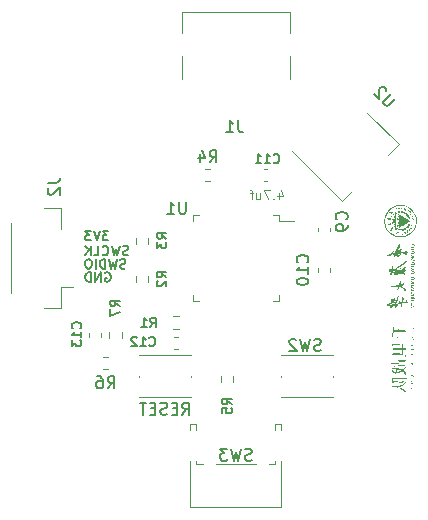
<source format=gbr>
%TF.GenerationSoftware,KiCad,Pcbnew,7.0.7*%
%TF.CreationDate,2023-10-09T00:15:42+08:00*%
%TF.ProjectId,RM_47mm,524d5f34-376d-46d2-9e6b-696361645f70,rev?*%
%TF.SameCoordinates,Original*%
%TF.FileFunction,Legend,Bot*%
%TF.FilePolarity,Positive*%
%FSLAX46Y46*%
G04 Gerber Fmt 4.6, Leading zero omitted, Abs format (unit mm)*
G04 Created by KiCad (PCBNEW 7.0.7) date 2023-10-09 00:15:42*
%MOMM*%
%LPD*%
G01*
G04 APERTURE LIST*
%ADD10C,0.150000*%
%ADD11C,0.140000*%
%ADD12C,0.100000*%
%ADD13C,0.120000*%
G04 APERTURE END LIST*
D10*
X138927255Y-101257390D02*
X139003445Y-101219295D01*
X139003445Y-101219295D02*
X139117731Y-101219295D01*
X139117731Y-101219295D02*
X139232017Y-101257390D01*
X139232017Y-101257390D02*
X139308207Y-101333580D01*
X139308207Y-101333580D02*
X139346302Y-101409771D01*
X139346302Y-101409771D02*
X139384398Y-101562152D01*
X139384398Y-101562152D02*
X139384398Y-101676438D01*
X139384398Y-101676438D02*
X139346302Y-101828819D01*
X139346302Y-101828819D02*
X139308207Y-101905009D01*
X139308207Y-101905009D02*
X139232017Y-101981200D01*
X139232017Y-101981200D02*
X139117731Y-102019295D01*
X139117731Y-102019295D02*
X139041540Y-102019295D01*
X139041540Y-102019295D02*
X138927255Y-101981200D01*
X138927255Y-101981200D02*
X138889159Y-101943104D01*
X138889159Y-101943104D02*
X138889159Y-101676438D01*
X138889159Y-101676438D02*
X139041540Y-101676438D01*
X138546302Y-102019295D02*
X138546302Y-101219295D01*
X138546302Y-101219295D02*
X138089159Y-102019295D01*
X138089159Y-102019295D02*
X138089159Y-101219295D01*
X137708207Y-102019295D02*
X137708207Y-101219295D01*
X137708207Y-101219295D02*
X137517731Y-101219295D01*
X137517731Y-101219295D02*
X137403445Y-101257390D01*
X137403445Y-101257390D02*
X137327255Y-101333580D01*
X137327255Y-101333580D02*
X137289160Y-101409771D01*
X137289160Y-101409771D02*
X137251064Y-101562152D01*
X137251064Y-101562152D02*
X137251064Y-101676438D01*
X137251064Y-101676438D02*
X137289160Y-101828819D01*
X137289160Y-101828819D02*
X137327255Y-101905009D01*
X137327255Y-101905009D02*
X137403445Y-101981200D01*
X137403445Y-101981200D02*
X137517731Y-102019295D01*
X137517731Y-102019295D02*
X137708207Y-102019295D01*
X139193922Y-97719295D02*
X138698684Y-97719295D01*
X138698684Y-97719295D02*
X138965350Y-98024057D01*
X138965350Y-98024057D02*
X138851065Y-98024057D01*
X138851065Y-98024057D02*
X138774874Y-98062152D01*
X138774874Y-98062152D02*
X138736779Y-98100247D01*
X138736779Y-98100247D02*
X138698684Y-98176438D01*
X138698684Y-98176438D02*
X138698684Y-98366914D01*
X138698684Y-98366914D02*
X138736779Y-98443104D01*
X138736779Y-98443104D02*
X138774874Y-98481200D01*
X138774874Y-98481200D02*
X138851065Y-98519295D01*
X138851065Y-98519295D02*
X139079636Y-98519295D01*
X139079636Y-98519295D02*
X139155827Y-98481200D01*
X139155827Y-98481200D02*
X139193922Y-98443104D01*
X138470112Y-97719295D02*
X138203445Y-98519295D01*
X138203445Y-98519295D02*
X137936779Y-97719295D01*
X137746303Y-97719295D02*
X137251065Y-97719295D01*
X137251065Y-97719295D02*
X137517731Y-98024057D01*
X137517731Y-98024057D02*
X137403446Y-98024057D01*
X137403446Y-98024057D02*
X137327255Y-98062152D01*
X137327255Y-98062152D02*
X137289160Y-98100247D01*
X137289160Y-98100247D02*
X137251065Y-98176438D01*
X137251065Y-98176438D02*
X137251065Y-98366914D01*
X137251065Y-98366914D02*
X137289160Y-98443104D01*
X137289160Y-98443104D02*
X137327255Y-98481200D01*
X137327255Y-98481200D02*
X137403446Y-98519295D01*
X137403446Y-98519295D02*
X137632017Y-98519295D01*
X137632017Y-98519295D02*
X137708208Y-98481200D01*
X137708208Y-98481200D02*
X137746303Y-98443104D01*
X140641541Y-100856200D02*
X140527255Y-100894295D01*
X140527255Y-100894295D02*
X140336779Y-100894295D01*
X140336779Y-100894295D02*
X140260588Y-100856200D01*
X140260588Y-100856200D02*
X140222493Y-100818104D01*
X140222493Y-100818104D02*
X140184398Y-100741914D01*
X140184398Y-100741914D02*
X140184398Y-100665723D01*
X140184398Y-100665723D02*
X140222493Y-100589533D01*
X140222493Y-100589533D02*
X140260588Y-100551438D01*
X140260588Y-100551438D02*
X140336779Y-100513342D01*
X140336779Y-100513342D02*
X140489160Y-100475247D01*
X140489160Y-100475247D02*
X140565350Y-100437152D01*
X140565350Y-100437152D02*
X140603445Y-100399057D01*
X140603445Y-100399057D02*
X140641541Y-100322866D01*
X140641541Y-100322866D02*
X140641541Y-100246676D01*
X140641541Y-100246676D02*
X140603445Y-100170485D01*
X140603445Y-100170485D02*
X140565350Y-100132390D01*
X140565350Y-100132390D02*
X140489160Y-100094295D01*
X140489160Y-100094295D02*
X140298683Y-100094295D01*
X140298683Y-100094295D02*
X140184398Y-100132390D01*
X139917731Y-100094295D02*
X139727255Y-100894295D01*
X139727255Y-100894295D02*
X139574874Y-100322866D01*
X139574874Y-100322866D02*
X139422493Y-100894295D01*
X139422493Y-100894295D02*
X139232017Y-100094295D01*
X138927254Y-100894295D02*
X138927254Y-100094295D01*
X138927254Y-100094295D02*
X138736778Y-100094295D01*
X138736778Y-100094295D02*
X138622492Y-100132390D01*
X138622492Y-100132390D02*
X138546302Y-100208580D01*
X138546302Y-100208580D02*
X138508207Y-100284771D01*
X138508207Y-100284771D02*
X138470111Y-100437152D01*
X138470111Y-100437152D02*
X138470111Y-100551438D01*
X138470111Y-100551438D02*
X138508207Y-100703819D01*
X138508207Y-100703819D02*
X138546302Y-100780009D01*
X138546302Y-100780009D02*
X138622492Y-100856200D01*
X138622492Y-100856200D02*
X138736778Y-100894295D01*
X138736778Y-100894295D02*
X138927254Y-100894295D01*
X138127254Y-100894295D02*
X138127254Y-100094295D01*
X137593921Y-100094295D02*
X137441540Y-100094295D01*
X137441540Y-100094295D02*
X137365350Y-100132390D01*
X137365350Y-100132390D02*
X137289159Y-100208580D01*
X137289159Y-100208580D02*
X137251064Y-100360961D01*
X137251064Y-100360961D02*
X137251064Y-100627628D01*
X137251064Y-100627628D02*
X137289159Y-100780009D01*
X137289159Y-100780009D02*
X137365350Y-100856200D01*
X137365350Y-100856200D02*
X137441540Y-100894295D01*
X137441540Y-100894295D02*
X137593921Y-100894295D01*
X137593921Y-100894295D02*
X137670112Y-100856200D01*
X137670112Y-100856200D02*
X137746302Y-100780009D01*
X137746302Y-100780009D02*
X137784398Y-100627628D01*
X137784398Y-100627628D02*
X137784398Y-100360961D01*
X137784398Y-100360961D02*
X137746302Y-100208580D01*
X137746302Y-100208580D02*
X137670112Y-100132390D01*
X137670112Y-100132390D02*
X137593921Y-100094295D01*
X140870113Y-99731200D02*
X140755827Y-99769295D01*
X140755827Y-99769295D02*
X140565351Y-99769295D01*
X140565351Y-99769295D02*
X140489160Y-99731200D01*
X140489160Y-99731200D02*
X140451065Y-99693104D01*
X140451065Y-99693104D02*
X140412970Y-99616914D01*
X140412970Y-99616914D02*
X140412970Y-99540723D01*
X140412970Y-99540723D02*
X140451065Y-99464533D01*
X140451065Y-99464533D02*
X140489160Y-99426438D01*
X140489160Y-99426438D02*
X140565351Y-99388342D01*
X140565351Y-99388342D02*
X140717732Y-99350247D01*
X140717732Y-99350247D02*
X140793922Y-99312152D01*
X140793922Y-99312152D02*
X140832017Y-99274057D01*
X140832017Y-99274057D02*
X140870113Y-99197866D01*
X140870113Y-99197866D02*
X140870113Y-99121676D01*
X140870113Y-99121676D02*
X140832017Y-99045485D01*
X140832017Y-99045485D02*
X140793922Y-99007390D01*
X140793922Y-99007390D02*
X140717732Y-98969295D01*
X140717732Y-98969295D02*
X140527255Y-98969295D01*
X140527255Y-98969295D02*
X140412970Y-99007390D01*
X140146303Y-98969295D02*
X139955827Y-99769295D01*
X139955827Y-99769295D02*
X139803446Y-99197866D01*
X139803446Y-99197866D02*
X139651065Y-99769295D01*
X139651065Y-99769295D02*
X139460589Y-98969295D01*
X138698683Y-99693104D02*
X138736779Y-99731200D01*
X138736779Y-99731200D02*
X138851064Y-99769295D01*
X138851064Y-99769295D02*
X138927255Y-99769295D01*
X138927255Y-99769295D02*
X139041541Y-99731200D01*
X139041541Y-99731200D02*
X139117731Y-99655009D01*
X139117731Y-99655009D02*
X139155826Y-99578819D01*
X139155826Y-99578819D02*
X139193922Y-99426438D01*
X139193922Y-99426438D02*
X139193922Y-99312152D01*
X139193922Y-99312152D02*
X139155826Y-99159771D01*
X139155826Y-99159771D02*
X139117731Y-99083580D01*
X139117731Y-99083580D02*
X139041541Y-99007390D01*
X139041541Y-99007390D02*
X138927255Y-98969295D01*
X138927255Y-98969295D02*
X138851064Y-98969295D01*
X138851064Y-98969295D02*
X138736779Y-99007390D01*
X138736779Y-99007390D02*
X138698683Y-99045485D01*
X137974874Y-99769295D02*
X138355826Y-99769295D01*
X138355826Y-99769295D02*
X138355826Y-98969295D01*
X137708207Y-99769295D02*
X137708207Y-98969295D01*
X137251064Y-99769295D02*
X137593922Y-99312152D01*
X137251064Y-98969295D02*
X137708207Y-99426438D01*
X140136609Y-104076242D02*
X139755656Y-103809575D01*
X140136609Y-103619099D02*
X139336609Y-103619099D01*
X139336609Y-103619099D02*
X139336609Y-103923861D01*
X139336609Y-103923861D02*
X139374704Y-104000051D01*
X139374704Y-104000051D02*
X139412799Y-104038146D01*
X139412799Y-104038146D02*
X139488990Y-104076242D01*
X139488990Y-104076242D02*
X139603275Y-104076242D01*
X139603275Y-104076242D02*
X139679466Y-104038146D01*
X139679466Y-104038146D02*
X139717561Y-104000051D01*
X139717561Y-104000051D02*
X139755656Y-103923861D01*
X139755656Y-103923861D02*
X139755656Y-103619099D01*
X139336609Y-104342908D02*
X139336609Y-104876242D01*
X139336609Y-104876242D02*
X140136609Y-104533384D01*
X144114031Y-98360610D02*
X143733078Y-98093943D01*
X144114031Y-97903467D02*
X143314031Y-97903467D01*
X143314031Y-97903467D02*
X143314031Y-98208229D01*
X143314031Y-98208229D02*
X143352126Y-98284419D01*
X143352126Y-98284419D02*
X143390221Y-98322514D01*
X143390221Y-98322514D02*
X143466412Y-98360610D01*
X143466412Y-98360610D02*
X143580697Y-98360610D01*
X143580697Y-98360610D02*
X143656888Y-98322514D01*
X143656888Y-98322514D02*
X143694983Y-98284419D01*
X143694983Y-98284419D02*
X143733078Y-98208229D01*
X143733078Y-98208229D02*
X143733078Y-97903467D01*
X143314031Y-98627276D02*
X143314031Y-99122514D01*
X143314031Y-99122514D02*
X143618793Y-98855848D01*
X143618793Y-98855848D02*
X143618793Y-98970133D01*
X143618793Y-98970133D02*
X143656888Y-99046324D01*
X143656888Y-99046324D02*
X143694983Y-99084419D01*
X143694983Y-99084419D02*
X143771174Y-99122514D01*
X143771174Y-99122514D02*
X143961650Y-99122514D01*
X143961650Y-99122514D02*
X144037840Y-99084419D01*
X144037840Y-99084419D02*
X144075936Y-99046324D01*
X144075936Y-99046324D02*
X144114031Y-98970133D01*
X144114031Y-98970133D02*
X144114031Y-98741562D01*
X144114031Y-98741562D02*
X144075936Y-98665371D01*
X144075936Y-98665371D02*
X144037840Y-98627276D01*
X147766666Y-91894819D02*
X148099999Y-91418628D01*
X148338094Y-91894819D02*
X148338094Y-90894819D01*
X148338094Y-90894819D02*
X147957142Y-90894819D01*
X147957142Y-90894819D02*
X147861904Y-90942438D01*
X147861904Y-90942438D02*
X147814285Y-90990057D01*
X147814285Y-90990057D02*
X147766666Y-91085295D01*
X147766666Y-91085295D02*
X147766666Y-91228152D01*
X147766666Y-91228152D02*
X147814285Y-91323390D01*
X147814285Y-91323390D02*
X147861904Y-91371009D01*
X147861904Y-91371009D02*
X147957142Y-91418628D01*
X147957142Y-91418628D02*
X148338094Y-91418628D01*
X146909523Y-91228152D02*
X146909523Y-91894819D01*
X147147618Y-90847200D02*
X147385713Y-91561485D01*
X147385713Y-91561485D02*
X146766666Y-91561485D01*
X145761904Y-95254819D02*
X145761904Y-96064342D01*
X145761904Y-96064342D02*
X145714285Y-96159580D01*
X145714285Y-96159580D02*
X145666666Y-96207200D01*
X145666666Y-96207200D02*
X145571428Y-96254819D01*
X145571428Y-96254819D02*
X145380952Y-96254819D01*
X145380952Y-96254819D02*
X145285714Y-96207200D01*
X145285714Y-96207200D02*
X145238095Y-96159580D01*
X145238095Y-96159580D02*
X145190476Y-96064342D01*
X145190476Y-96064342D02*
X145190476Y-95254819D01*
X144190476Y-96254819D02*
X144761904Y-96254819D01*
X144476190Y-96254819D02*
X144476190Y-95254819D01*
X144476190Y-95254819D02*
X144571428Y-95397676D01*
X144571428Y-95397676D02*
X144666666Y-95492914D01*
X144666666Y-95492914D02*
X144761904Y-95540533D01*
X157183332Y-107807200D02*
X157040475Y-107854819D01*
X157040475Y-107854819D02*
X156802380Y-107854819D01*
X156802380Y-107854819D02*
X156707142Y-107807200D01*
X156707142Y-107807200D02*
X156659523Y-107759580D01*
X156659523Y-107759580D02*
X156611904Y-107664342D01*
X156611904Y-107664342D02*
X156611904Y-107569104D01*
X156611904Y-107569104D02*
X156659523Y-107473866D01*
X156659523Y-107473866D02*
X156707142Y-107426247D01*
X156707142Y-107426247D02*
X156802380Y-107378628D01*
X156802380Y-107378628D02*
X156992856Y-107331009D01*
X156992856Y-107331009D02*
X157088094Y-107283390D01*
X157088094Y-107283390D02*
X157135713Y-107235771D01*
X157135713Y-107235771D02*
X157183332Y-107140533D01*
X157183332Y-107140533D02*
X157183332Y-107045295D01*
X157183332Y-107045295D02*
X157135713Y-106950057D01*
X157135713Y-106950057D02*
X157088094Y-106902438D01*
X157088094Y-106902438D02*
X156992856Y-106854819D01*
X156992856Y-106854819D02*
X156754761Y-106854819D01*
X156754761Y-106854819D02*
X156611904Y-106902438D01*
X156278570Y-106854819D02*
X156040475Y-107854819D01*
X156040475Y-107854819D02*
X155849999Y-107140533D01*
X155849999Y-107140533D02*
X155659523Y-107854819D01*
X155659523Y-107854819D02*
X155421428Y-106854819D01*
X155088094Y-106950057D02*
X155040475Y-106902438D01*
X155040475Y-106902438D02*
X154945237Y-106854819D01*
X154945237Y-106854819D02*
X154707142Y-106854819D01*
X154707142Y-106854819D02*
X154611904Y-106902438D01*
X154611904Y-106902438D02*
X154564285Y-106950057D01*
X154564285Y-106950057D02*
X154516666Y-107045295D01*
X154516666Y-107045295D02*
X154516666Y-107140533D01*
X154516666Y-107140533D02*
X154564285Y-107283390D01*
X154564285Y-107283390D02*
X155135713Y-107854819D01*
X155135713Y-107854819D02*
X154516666Y-107854819D01*
X159349017Y-96740615D02*
X159396637Y-96692996D01*
X159396637Y-96692996D02*
X159444256Y-96550139D01*
X159444256Y-96550139D02*
X159444256Y-96454901D01*
X159444256Y-96454901D02*
X159396637Y-96312044D01*
X159396637Y-96312044D02*
X159301398Y-96216806D01*
X159301398Y-96216806D02*
X159206160Y-96169187D01*
X159206160Y-96169187D02*
X159015684Y-96121568D01*
X159015684Y-96121568D02*
X158872827Y-96121568D01*
X158872827Y-96121568D02*
X158682351Y-96169187D01*
X158682351Y-96169187D02*
X158587113Y-96216806D01*
X158587113Y-96216806D02*
X158491875Y-96312044D01*
X158491875Y-96312044D02*
X158444256Y-96454901D01*
X158444256Y-96454901D02*
X158444256Y-96550139D01*
X158444256Y-96550139D02*
X158491875Y-96692996D01*
X158491875Y-96692996D02*
X158539494Y-96740615D01*
X159444256Y-97216806D02*
X159444256Y-97407282D01*
X159444256Y-97407282D02*
X159396637Y-97502520D01*
X159396637Y-97502520D02*
X159349017Y-97550139D01*
X159349017Y-97550139D02*
X159206160Y-97645377D01*
X159206160Y-97645377D02*
X159015684Y-97692996D01*
X159015684Y-97692996D02*
X158634732Y-97692996D01*
X158634732Y-97692996D02*
X158539494Y-97645377D01*
X158539494Y-97645377D02*
X158491875Y-97597758D01*
X158491875Y-97597758D02*
X158444256Y-97502520D01*
X158444256Y-97502520D02*
X158444256Y-97312044D01*
X158444256Y-97312044D02*
X158491875Y-97216806D01*
X158491875Y-97216806D02*
X158539494Y-97169187D01*
X158539494Y-97169187D02*
X158634732Y-97121568D01*
X158634732Y-97121568D02*
X158872827Y-97121568D01*
X158872827Y-97121568D02*
X158968065Y-97169187D01*
X158968065Y-97169187D02*
X159015684Y-97216806D01*
X159015684Y-97216806D02*
X159063303Y-97312044D01*
X159063303Y-97312044D02*
X159063303Y-97502520D01*
X159063303Y-97502520D02*
X159015684Y-97597758D01*
X159015684Y-97597758D02*
X158968065Y-97645377D01*
X158968065Y-97645377D02*
X158872827Y-97692996D01*
D11*
X153174252Y-91892116D02*
X153212348Y-91930212D01*
X153212348Y-91930212D02*
X153326633Y-91968307D01*
X153326633Y-91968307D02*
X153402824Y-91968307D01*
X153402824Y-91968307D02*
X153517110Y-91930212D01*
X153517110Y-91930212D02*
X153593300Y-91854021D01*
X153593300Y-91854021D02*
X153631395Y-91777831D01*
X153631395Y-91777831D02*
X153669491Y-91625450D01*
X153669491Y-91625450D02*
X153669491Y-91511164D01*
X153669491Y-91511164D02*
X153631395Y-91358783D01*
X153631395Y-91358783D02*
X153593300Y-91282592D01*
X153593300Y-91282592D02*
X153517110Y-91206402D01*
X153517110Y-91206402D02*
X153402824Y-91168307D01*
X153402824Y-91168307D02*
X153326633Y-91168307D01*
X153326633Y-91168307D02*
X153212348Y-91206402D01*
X153212348Y-91206402D02*
X153174252Y-91244497D01*
X152412348Y-91968307D02*
X152869491Y-91968307D01*
X152640919Y-91968307D02*
X152640919Y-91168307D01*
X152640919Y-91168307D02*
X152717110Y-91282592D01*
X152717110Y-91282592D02*
X152793300Y-91358783D01*
X152793300Y-91358783D02*
X152869491Y-91396878D01*
X151650443Y-91968307D02*
X152107586Y-91968307D01*
X151879014Y-91968307D02*
X151879014Y-91168307D01*
X151879014Y-91168307D02*
X151955205Y-91282592D01*
X151955205Y-91282592D02*
X152031395Y-91358783D01*
X152031395Y-91358783D02*
X152107586Y-91396878D01*
D12*
X153618080Y-94509780D02*
X153618080Y-95043114D01*
X153808556Y-94205019D02*
X153999033Y-94776447D01*
X153999033Y-94776447D02*
X153503794Y-94776447D01*
X153199032Y-94966923D02*
X153160937Y-95005019D01*
X153160937Y-95005019D02*
X153199032Y-95043114D01*
X153199032Y-95043114D02*
X153237128Y-95005019D01*
X153237128Y-95005019D02*
X153199032Y-94966923D01*
X153199032Y-94966923D02*
X153199032Y-95043114D01*
X152894271Y-94243114D02*
X152360937Y-94243114D01*
X152360937Y-94243114D02*
X152703795Y-95043114D01*
X151713318Y-94509780D02*
X151713318Y-95043114D01*
X152056175Y-94509780D02*
X152056175Y-94928828D01*
X152056175Y-94928828D02*
X152018080Y-95005019D01*
X152018080Y-95005019D02*
X151941890Y-95043114D01*
X151941890Y-95043114D02*
X151827604Y-95043114D01*
X151827604Y-95043114D02*
X151751413Y-95005019D01*
X151751413Y-95005019D02*
X151713318Y-94966923D01*
X151446651Y-94509780D02*
X151141889Y-94509780D01*
X151332365Y-95043114D02*
X151332365Y-94357399D01*
X151332365Y-94357399D02*
X151294270Y-94281209D01*
X151294270Y-94281209D02*
X151218080Y-94243114D01*
X151218080Y-94243114D02*
X151141889Y-94243114D01*
D10*
X142641693Y-107400730D02*
X142679789Y-107438826D01*
X142679789Y-107438826D02*
X142794074Y-107476921D01*
X142794074Y-107476921D02*
X142870265Y-107476921D01*
X142870265Y-107476921D02*
X142984551Y-107438826D01*
X142984551Y-107438826D02*
X143060741Y-107362635D01*
X143060741Y-107362635D02*
X143098836Y-107286445D01*
X143098836Y-107286445D02*
X143136932Y-107134064D01*
X143136932Y-107134064D02*
X143136932Y-107019778D01*
X143136932Y-107019778D02*
X143098836Y-106867397D01*
X143098836Y-106867397D02*
X143060741Y-106791206D01*
X143060741Y-106791206D02*
X142984551Y-106715016D01*
X142984551Y-106715016D02*
X142870265Y-106676921D01*
X142870265Y-106676921D02*
X142794074Y-106676921D01*
X142794074Y-106676921D02*
X142679789Y-106715016D01*
X142679789Y-106715016D02*
X142641693Y-106753111D01*
X141879789Y-107476921D02*
X142336932Y-107476921D01*
X142108360Y-107476921D02*
X142108360Y-106676921D01*
X142108360Y-106676921D02*
X142184551Y-106791206D01*
X142184551Y-106791206D02*
X142260741Y-106867397D01*
X142260741Y-106867397D02*
X142336932Y-106905492D01*
X141575027Y-106753111D02*
X141536931Y-106715016D01*
X141536931Y-106715016D02*
X141460741Y-106676921D01*
X141460741Y-106676921D02*
X141270265Y-106676921D01*
X141270265Y-106676921D02*
X141194074Y-106715016D01*
X141194074Y-106715016D02*
X141155979Y-106753111D01*
X141155979Y-106753111D02*
X141117884Y-106829302D01*
X141117884Y-106829302D02*
X141117884Y-106905492D01*
X141117884Y-106905492D02*
X141155979Y-107019778D01*
X141155979Y-107019778D02*
X141613122Y-107476921D01*
X141613122Y-107476921D02*
X141117884Y-107476921D01*
X136819199Y-105946673D02*
X136857295Y-105908577D01*
X136857295Y-105908577D02*
X136895390Y-105794292D01*
X136895390Y-105794292D02*
X136895390Y-105718101D01*
X136895390Y-105718101D02*
X136857295Y-105603815D01*
X136857295Y-105603815D02*
X136781104Y-105527625D01*
X136781104Y-105527625D02*
X136704914Y-105489530D01*
X136704914Y-105489530D02*
X136552533Y-105451434D01*
X136552533Y-105451434D02*
X136438247Y-105451434D01*
X136438247Y-105451434D02*
X136285866Y-105489530D01*
X136285866Y-105489530D02*
X136209675Y-105527625D01*
X136209675Y-105527625D02*
X136133485Y-105603815D01*
X136133485Y-105603815D02*
X136095390Y-105718101D01*
X136095390Y-105718101D02*
X136095390Y-105794292D01*
X136095390Y-105794292D02*
X136133485Y-105908577D01*
X136133485Y-105908577D02*
X136171580Y-105946673D01*
X136895390Y-106708577D02*
X136895390Y-106251434D01*
X136895390Y-106480006D02*
X136095390Y-106480006D01*
X136095390Y-106480006D02*
X136209675Y-106403815D01*
X136209675Y-106403815D02*
X136285866Y-106327625D01*
X136285866Y-106327625D02*
X136323961Y-106251434D01*
X136095390Y-106975244D02*
X136095390Y-107470482D01*
X136095390Y-107470482D02*
X136400152Y-107203816D01*
X136400152Y-107203816D02*
X136400152Y-107318101D01*
X136400152Y-107318101D02*
X136438247Y-107394292D01*
X136438247Y-107394292D02*
X136476342Y-107432387D01*
X136476342Y-107432387D02*
X136552533Y-107470482D01*
X136552533Y-107470482D02*
X136743009Y-107470482D01*
X136743009Y-107470482D02*
X136819199Y-107432387D01*
X136819199Y-107432387D02*
X136857295Y-107394292D01*
X136857295Y-107394292D02*
X136895390Y-107318101D01*
X136895390Y-107318101D02*
X136895390Y-107089530D01*
X136895390Y-107089530D02*
X136857295Y-107013339D01*
X136857295Y-107013339D02*
X136819199Y-106975244D01*
X150193333Y-88354819D02*
X150193333Y-89069104D01*
X150193333Y-89069104D02*
X150240952Y-89211961D01*
X150240952Y-89211961D02*
X150336190Y-89307200D01*
X150336190Y-89307200D02*
X150479047Y-89354819D01*
X150479047Y-89354819D02*
X150574285Y-89354819D01*
X149193333Y-89354819D02*
X149764761Y-89354819D01*
X149479047Y-89354819D02*
X149479047Y-88354819D01*
X149479047Y-88354819D02*
X149574285Y-88497676D01*
X149574285Y-88497676D02*
X149669523Y-88592914D01*
X149669523Y-88592914D02*
X149764761Y-88640533D01*
X139127887Y-111028565D02*
X139461220Y-110552374D01*
X139699315Y-111028565D02*
X139699315Y-110028565D01*
X139699315Y-110028565D02*
X139318363Y-110028565D01*
X139318363Y-110028565D02*
X139223125Y-110076184D01*
X139223125Y-110076184D02*
X139175506Y-110123803D01*
X139175506Y-110123803D02*
X139127887Y-110219041D01*
X139127887Y-110219041D02*
X139127887Y-110361898D01*
X139127887Y-110361898D02*
X139175506Y-110457136D01*
X139175506Y-110457136D02*
X139223125Y-110504755D01*
X139223125Y-110504755D02*
X139318363Y-110552374D01*
X139318363Y-110552374D02*
X139699315Y-110552374D01*
X138270744Y-110028565D02*
X138461220Y-110028565D01*
X138461220Y-110028565D02*
X138556458Y-110076184D01*
X138556458Y-110076184D02*
X138604077Y-110123803D01*
X138604077Y-110123803D02*
X138699315Y-110266660D01*
X138699315Y-110266660D02*
X138746934Y-110457136D01*
X138746934Y-110457136D02*
X138746934Y-110838088D01*
X138746934Y-110838088D02*
X138699315Y-110933326D01*
X138699315Y-110933326D02*
X138651696Y-110980946D01*
X138651696Y-110980946D02*
X138556458Y-111028565D01*
X138556458Y-111028565D02*
X138365982Y-111028565D01*
X138365982Y-111028565D02*
X138270744Y-110980946D01*
X138270744Y-110980946D02*
X138223125Y-110933326D01*
X138223125Y-110933326D02*
X138175506Y-110838088D01*
X138175506Y-110838088D02*
X138175506Y-110599993D01*
X138175506Y-110599993D02*
X138223125Y-110504755D01*
X138223125Y-110504755D02*
X138270744Y-110457136D01*
X138270744Y-110457136D02*
X138365982Y-110409517D01*
X138365982Y-110409517D02*
X138556458Y-110409517D01*
X138556458Y-110409517D02*
X138651696Y-110457136D01*
X138651696Y-110457136D02*
X138699315Y-110504755D01*
X138699315Y-110504755D02*
X138746934Y-110599993D01*
X134074819Y-93646666D02*
X134789104Y-93646666D01*
X134789104Y-93646666D02*
X134931961Y-93599047D01*
X134931961Y-93599047D02*
X135027200Y-93503809D01*
X135027200Y-93503809D02*
X135074819Y-93360952D01*
X135074819Y-93360952D02*
X135074819Y-93265714D01*
X134170057Y-94075238D02*
X134122438Y-94122857D01*
X134122438Y-94122857D02*
X134074819Y-94218095D01*
X134074819Y-94218095D02*
X134074819Y-94456190D01*
X134074819Y-94456190D02*
X134122438Y-94551428D01*
X134122438Y-94551428D02*
X134170057Y-94599047D01*
X134170057Y-94599047D02*
X134265295Y-94646666D01*
X134265295Y-94646666D02*
X134360533Y-94646666D01*
X134360533Y-94646666D02*
X134503390Y-94599047D01*
X134503390Y-94599047D02*
X135074819Y-94027619D01*
X135074819Y-94027619D02*
X135074819Y-94646666D01*
X144102168Y-101646885D02*
X143721215Y-101380218D01*
X144102168Y-101189742D02*
X143302168Y-101189742D01*
X143302168Y-101189742D02*
X143302168Y-101494504D01*
X143302168Y-101494504D02*
X143340263Y-101570694D01*
X143340263Y-101570694D02*
X143378358Y-101608789D01*
X143378358Y-101608789D02*
X143454549Y-101646885D01*
X143454549Y-101646885D02*
X143568834Y-101646885D01*
X143568834Y-101646885D02*
X143645025Y-101608789D01*
X143645025Y-101608789D02*
X143683120Y-101570694D01*
X143683120Y-101570694D02*
X143721215Y-101494504D01*
X143721215Y-101494504D02*
X143721215Y-101189742D01*
X143378358Y-101951646D02*
X143340263Y-101989742D01*
X143340263Y-101989742D02*
X143302168Y-102065932D01*
X143302168Y-102065932D02*
X143302168Y-102256408D01*
X143302168Y-102256408D02*
X143340263Y-102332599D01*
X143340263Y-102332599D02*
X143378358Y-102370694D01*
X143378358Y-102370694D02*
X143454549Y-102408789D01*
X143454549Y-102408789D02*
X143530739Y-102408789D01*
X143530739Y-102408789D02*
X143645025Y-102370694D01*
X143645025Y-102370694D02*
X144102168Y-101913551D01*
X144102168Y-101913551D02*
X144102168Y-102408789D01*
X163484249Y-86513246D02*
X162911829Y-87085666D01*
X162911829Y-87085666D02*
X162810814Y-87119338D01*
X162810814Y-87119338D02*
X162743470Y-87119338D01*
X162743470Y-87119338D02*
X162642455Y-87085666D01*
X162642455Y-87085666D02*
X162507768Y-86950979D01*
X162507768Y-86950979D02*
X162474096Y-86849964D01*
X162474096Y-86849964D02*
X162474096Y-86782620D01*
X162474096Y-86782620D02*
X162507768Y-86681605D01*
X162507768Y-86681605D02*
X163080188Y-86109185D01*
X162709798Y-85873483D02*
X162709798Y-85806140D01*
X162709798Y-85806140D02*
X162676127Y-85705124D01*
X162676127Y-85705124D02*
X162507768Y-85536766D01*
X162507768Y-85536766D02*
X162406753Y-85503094D01*
X162406753Y-85503094D02*
X162339409Y-85503094D01*
X162339409Y-85503094D02*
X162238394Y-85536766D01*
X162238394Y-85536766D02*
X162171050Y-85604109D01*
X162171050Y-85604109D02*
X162103707Y-85738796D01*
X162103707Y-85738796D02*
X162103707Y-86546918D01*
X162103707Y-86546918D02*
X161665974Y-86109185D01*
X149630088Y-112398411D02*
X149249135Y-112131744D01*
X149630088Y-111941268D02*
X148830088Y-111941268D01*
X148830088Y-111941268D02*
X148830088Y-112246030D01*
X148830088Y-112246030D02*
X148868183Y-112322220D01*
X148868183Y-112322220D02*
X148906278Y-112360315D01*
X148906278Y-112360315D02*
X148982469Y-112398411D01*
X148982469Y-112398411D02*
X149096754Y-112398411D01*
X149096754Y-112398411D02*
X149172945Y-112360315D01*
X149172945Y-112360315D02*
X149211040Y-112322220D01*
X149211040Y-112322220D02*
X149249135Y-112246030D01*
X149249135Y-112246030D02*
X149249135Y-111941268D01*
X148830088Y-113122220D02*
X148830088Y-112741268D01*
X148830088Y-112741268D02*
X149211040Y-112703172D01*
X149211040Y-112703172D02*
X149172945Y-112741268D01*
X149172945Y-112741268D02*
X149134850Y-112817458D01*
X149134850Y-112817458D02*
X149134850Y-113007934D01*
X149134850Y-113007934D02*
X149172945Y-113084125D01*
X149172945Y-113084125D02*
X149211040Y-113122220D01*
X149211040Y-113122220D02*
X149287231Y-113160315D01*
X149287231Y-113160315D02*
X149477707Y-113160315D01*
X149477707Y-113160315D02*
X149553897Y-113122220D01*
X149553897Y-113122220D02*
X149591993Y-113084125D01*
X149591993Y-113084125D02*
X149630088Y-113007934D01*
X149630088Y-113007934D02*
X149630088Y-112817458D01*
X149630088Y-112817458D02*
X149591993Y-112741268D01*
X149591993Y-112741268D02*
X149553897Y-112703172D01*
X142735710Y-105844698D02*
X143002377Y-105463745D01*
X143192853Y-105844698D02*
X143192853Y-105044698D01*
X143192853Y-105044698D02*
X142888091Y-105044698D01*
X142888091Y-105044698D02*
X142811901Y-105082793D01*
X142811901Y-105082793D02*
X142773806Y-105120888D01*
X142773806Y-105120888D02*
X142735710Y-105197079D01*
X142735710Y-105197079D02*
X142735710Y-105311364D01*
X142735710Y-105311364D02*
X142773806Y-105387555D01*
X142773806Y-105387555D02*
X142811901Y-105425650D01*
X142811901Y-105425650D02*
X142888091Y-105463745D01*
X142888091Y-105463745D02*
X143192853Y-105463745D01*
X141973806Y-105844698D02*
X142430949Y-105844698D01*
X142202377Y-105844698D02*
X142202377Y-105044698D01*
X142202377Y-105044698D02*
X142278568Y-105158983D01*
X142278568Y-105158983D02*
X142354758Y-105235174D01*
X142354758Y-105235174D02*
X142430949Y-105273269D01*
X151316241Y-117101352D02*
X151173384Y-117148971D01*
X151173384Y-117148971D02*
X150935289Y-117148971D01*
X150935289Y-117148971D02*
X150840051Y-117101352D01*
X150840051Y-117101352D02*
X150792432Y-117053732D01*
X150792432Y-117053732D02*
X150744813Y-116958494D01*
X150744813Y-116958494D02*
X150744813Y-116863256D01*
X150744813Y-116863256D02*
X150792432Y-116768018D01*
X150792432Y-116768018D02*
X150840051Y-116720399D01*
X150840051Y-116720399D02*
X150935289Y-116672780D01*
X150935289Y-116672780D02*
X151125765Y-116625161D01*
X151125765Y-116625161D02*
X151221003Y-116577542D01*
X151221003Y-116577542D02*
X151268622Y-116529923D01*
X151268622Y-116529923D02*
X151316241Y-116434685D01*
X151316241Y-116434685D02*
X151316241Y-116339447D01*
X151316241Y-116339447D02*
X151268622Y-116244209D01*
X151268622Y-116244209D02*
X151221003Y-116196590D01*
X151221003Y-116196590D02*
X151125765Y-116148971D01*
X151125765Y-116148971D02*
X150887670Y-116148971D01*
X150887670Y-116148971D02*
X150744813Y-116196590D01*
X150411479Y-116148971D02*
X150173384Y-117148971D01*
X150173384Y-117148971D02*
X149982908Y-116434685D01*
X149982908Y-116434685D02*
X149792432Y-117148971D01*
X149792432Y-117148971D02*
X149554337Y-116148971D01*
X149268622Y-116148971D02*
X148649575Y-116148971D01*
X148649575Y-116148971D02*
X148982908Y-116529923D01*
X148982908Y-116529923D02*
X148840051Y-116529923D01*
X148840051Y-116529923D02*
X148744813Y-116577542D01*
X148744813Y-116577542D02*
X148697194Y-116625161D01*
X148697194Y-116625161D02*
X148649575Y-116720399D01*
X148649575Y-116720399D02*
X148649575Y-116958494D01*
X148649575Y-116958494D02*
X148697194Y-117053732D01*
X148697194Y-117053732D02*
X148744813Y-117101352D01*
X148744813Y-117101352D02*
X148840051Y-117148971D01*
X148840051Y-117148971D02*
X149125765Y-117148971D01*
X149125765Y-117148971D02*
X149221003Y-117101352D01*
X149221003Y-117101352D02*
X149268622Y-117053732D01*
X156034279Y-100375007D02*
X156081899Y-100327388D01*
X156081899Y-100327388D02*
X156129518Y-100184531D01*
X156129518Y-100184531D02*
X156129518Y-100089293D01*
X156129518Y-100089293D02*
X156081899Y-99946436D01*
X156081899Y-99946436D02*
X155986660Y-99851198D01*
X155986660Y-99851198D02*
X155891422Y-99803579D01*
X155891422Y-99803579D02*
X155700946Y-99755960D01*
X155700946Y-99755960D02*
X155558089Y-99755960D01*
X155558089Y-99755960D02*
X155367613Y-99803579D01*
X155367613Y-99803579D02*
X155272375Y-99851198D01*
X155272375Y-99851198D02*
X155177137Y-99946436D01*
X155177137Y-99946436D02*
X155129518Y-100089293D01*
X155129518Y-100089293D02*
X155129518Y-100184531D01*
X155129518Y-100184531D02*
X155177137Y-100327388D01*
X155177137Y-100327388D02*
X155224756Y-100375007D01*
X156129518Y-101327388D02*
X156129518Y-100755960D01*
X156129518Y-101041674D02*
X155129518Y-101041674D01*
X155129518Y-101041674D02*
X155272375Y-100946436D01*
X155272375Y-100946436D02*
X155367613Y-100851198D01*
X155367613Y-100851198D02*
X155415232Y-100755960D01*
X155129518Y-101946436D02*
X155129518Y-102041674D01*
X155129518Y-102041674D02*
X155177137Y-102136912D01*
X155177137Y-102136912D02*
X155224756Y-102184531D01*
X155224756Y-102184531D02*
X155319994Y-102232150D01*
X155319994Y-102232150D02*
X155510470Y-102279769D01*
X155510470Y-102279769D02*
X155748565Y-102279769D01*
X155748565Y-102279769D02*
X155939041Y-102232150D01*
X155939041Y-102232150D02*
X156034279Y-102184531D01*
X156034279Y-102184531D02*
X156081899Y-102136912D01*
X156081899Y-102136912D02*
X156129518Y-102041674D01*
X156129518Y-102041674D02*
X156129518Y-101946436D01*
X156129518Y-101946436D02*
X156081899Y-101851198D01*
X156081899Y-101851198D02*
X156034279Y-101803579D01*
X156034279Y-101803579D02*
X155939041Y-101755960D01*
X155939041Y-101755960D02*
X155748565Y-101708341D01*
X155748565Y-101708341D02*
X155510470Y-101708341D01*
X155510470Y-101708341D02*
X155319994Y-101755960D01*
X155319994Y-101755960D02*
X155224756Y-101803579D01*
X155224756Y-101803579D02*
X155177137Y-101851198D01*
X155177137Y-101851198D02*
X155129518Y-101946436D01*
X145452381Y-113254819D02*
X145785714Y-112778628D01*
X146023809Y-113254819D02*
X146023809Y-112254819D01*
X146023809Y-112254819D02*
X145642857Y-112254819D01*
X145642857Y-112254819D02*
X145547619Y-112302438D01*
X145547619Y-112302438D02*
X145500000Y-112350057D01*
X145500000Y-112350057D02*
X145452381Y-112445295D01*
X145452381Y-112445295D02*
X145452381Y-112588152D01*
X145452381Y-112588152D02*
X145500000Y-112683390D01*
X145500000Y-112683390D02*
X145547619Y-112731009D01*
X145547619Y-112731009D02*
X145642857Y-112778628D01*
X145642857Y-112778628D02*
X146023809Y-112778628D01*
X145023809Y-112731009D02*
X144690476Y-112731009D01*
X144547619Y-113254819D02*
X145023809Y-113254819D01*
X145023809Y-113254819D02*
X145023809Y-112254819D01*
X145023809Y-112254819D02*
X144547619Y-112254819D01*
X144166666Y-113207200D02*
X144023809Y-113254819D01*
X144023809Y-113254819D02*
X143785714Y-113254819D01*
X143785714Y-113254819D02*
X143690476Y-113207200D01*
X143690476Y-113207200D02*
X143642857Y-113159580D01*
X143642857Y-113159580D02*
X143595238Y-113064342D01*
X143595238Y-113064342D02*
X143595238Y-112969104D01*
X143595238Y-112969104D02*
X143642857Y-112873866D01*
X143642857Y-112873866D02*
X143690476Y-112826247D01*
X143690476Y-112826247D02*
X143785714Y-112778628D01*
X143785714Y-112778628D02*
X143976190Y-112731009D01*
X143976190Y-112731009D02*
X144071428Y-112683390D01*
X144071428Y-112683390D02*
X144119047Y-112635771D01*
X144119047Y-112635771D02*
X144166666Y-112540533D01*
X144166666Y-112540533D02*
X144166666Y-112445295D01*
X144166666Y-112445295D02*
X144119047Y-112350057D01*
X144119047Y-112350057D02*
X144071428Y-112302438D01*
X144071428Y-112302438D02*
X143976190Y-112254819D01*
X143976190Y-112254819D02*
X143738095Y-112254819D01*
X143738095Y-112254819D02*
X143595238Y-112302438D01*
X143166666Y-112731009D02*
X142833333Y-112731009D01*
X142690476Y-113254819D02*
X143166666Y-113254819D01*
X143166666Y-113254819D02*
X143166666Y-112254819D01*
X143166666Y-112254819D02*
X142690476Y-112254819D01*
X142404761Y-112254819D02*
X141833333Y-112254819D01*
X142119047Y-113254819D02*
X142119047Y-112254819D01*
D13*
%TO.C,R7*%
X139260788Y-106748966D02*
X139260788Y-106274450D01*
X140305788Y-106748966D02*
X140305788Y-106274450D01*
%TO.C,R3*%
X141495627Y-98792828D02*
X141495627Y-98318312D01*
X142540627Y-98792828D02*
X142540627Y-98318312D01*
%TO.C,R4*%
X147362742Y-92477500D02*
X147837258Y-92477500D01*
X147362742Y-93522500D02*
X147837258Y-93522500D01*
%TO.C,U1*%
X153610000Y-103610000D02*
X153610000Y-103160000D01*
X153610000Y-96840000D02*
X154900000Y-96840000D01*
X153610000Y-96390000D02*
X153610000Y-96840000D01*
X153160000Y-103610000D02*
X153610000Y-103610000D01*
X153160000Y-96390000D02*
X153610000Y-96390000D01*
X146840000Y-103610000D02*
X146390000Y-103610000D01*
X146840000Y-96390000D02*
X146390000Y-96390000D01*
X146390000Y-103610000D02*
X146390000Y-103160000D01*
X146390000Y-96390000D02*
X146390000Y-96840000D01*
%TO.C,SW2*%
X158200000Y-111750000D02*
X153800000Y-111750000D01*
X158200000Y-110050000D02*
X158200000Y-109950000D01*
X153800000Y-110050000D02*
X153800000Y-109950000D01*
X153800000Y-108250000D02*
X158200000Y-108250000D01*
%TO.C,C9*%
X157990000Y-97439420D02*
X157990000Y-97720580D01*
X156970000Y-97439420D02*
X156970000Y-97720580D01*
%TO.C,C11*%
X152640580Y-93510000D02*
X152359420Y-93510000D01*
X152640580Y-92490000D02*
X152359420Y-92490000D01*
%TO.C,G\u002A\u002A\u002A*%
G36*
X164315235Y-95796990D02*
G01*
X164308837Y-95803388D01*
X164302439Y-95796990D01*
X164308837Y-95790592D01*
X164315235Y-95796990D01*
G37*
G36*
X163867376Y-95899358D02*
G01*
X163860978Y-95905756D01*
X163854580Y-95899358D01*
X163860978Y-95892960D01*
X163867376Y-95899358D01*
G37*
G36*
X164494378Y-96065705D02*
G01*
X164487980Y-96072103D01*
X164481582Y-96065705D01*
X164487980Y-96059307D01*
X164494378Y-96065705D01*
G37*
G36*
X164878257Y-96411197D02*
G01*
X164871859Y-96417595D01*
X164865461Y-96411197D01*
X164871859Y-96404799D01*
X164878257Y-96411197D01*
G37*
G36*
X164942237Y-97268527D02*
G01*
X164935839Y-97274925D01*
X164929441Y-97268527D01*
X164935839Y-97262129D01*
X164942237Y-97268527D01*
G37*
G36*
X164635134Y-97652406D02*
G01*
X164628736Y-97658804D01*
X164622338Y-97652406D01*
X164628736Y-97646008D01*
X164635134Y-97652406D01*
G37*
G36*
X164468786Y-97703590D02*
G01*
X164462388Y-97709988D01*
X164455990Y-97703590D01*
X164462388Y-97697192D01*
X164468786Y-97703590D01*
G37*
G36*
X164972636Y-97137973D02*
G01*
X164971028Y-97142643D01*
X164965236Y-97144333D01*
X164939038Y-97142643D01*
X164936868Y-97138200D01*
X164955033Y-97136189D01*
X164972636Y-97137973D01*
G37*
G36*
X163573069Y-97837947D02*
G01*
X163572145Y-97844721D01*
X163564538Y-97846478D01*
X163563006Y-97844602D01*
X163564538Y-97829417D01*
X163568387Y-97827415D01*
X163573069Y-97837947D01*
G37*
G36*
X165024527Y-109624950D02*
G01*
X165028344Y-109630766D01*
X165023816Y-109633302D01*
X165003818Y-109631776D01*
X164997895Y-109627171D01*
X165011549Y-109624046D01*
X165024527Y-109624950D01*
G37*
G36*
X163661789Y-95783668D02*
G01*
X163670221Y-95789686D01*
X163673721Y-95798282D01*
X163655690Y-95795008D01*
X163646361Y-95790202D01*
X163642043Y-95781332D01*
X163645041Y-95779735D01*
X163661789Y-95783668D01*
G37*
G36*
X164355026Y-95971568D02*
G01*
X164362187Y-95983262D01*
X164363754Y-95992073D01*
X164347298Y-95987187D01*
X164338744Y-95981725D01*
X164336102Y-95967029D01*
X164341879Y-95962281D01*
X164355026Y-95971568D01*
G37*
G36*
X164558358Y-96059259D02*
G01*
X164549132Y-96073798D01*
X164528935Y-96083523D01*
X164511925Y-96081119D01*
X164513798Y-96073230D01*
X164531670Y-96059894D01*
X164550616Y-96052413D01*
X164558358Y-96059259D01*
G37*
G36*
X164904364Y-97115293D02*
G01*
X164912131Y-97123358D01*
X164902017Y-97135358D01*
X164892695Y-97139220D01*
X164880124Y-97132959D01*
X164878640Y-97126834D01*
X164884948Y-97111941D01*
X164904364Y-97115293D01*
G37*
G36*
X164815995Y-109617699D02*
G01*
X164825679Y-109626061D01*
X164816047Y-109633109D01*
X164804147Y-109634677D01*
X164789998Y-109628006D01*
X164792100Y-109615356D01*
X164797157Y-109613003D01*
X164815995Y-109617699D01*
G37*
G36*
X164378823Y-95899358D02*
G01*
X164377246Y-95908020D01*
X164366419Y-95931348D01*
X164359295Y-95940035D01*
X164354015Y-95937746D01*
X164355591Y-95929083D01*
X164366419Y-95905756D01*
X164373543Y-95897069D01*
X164378823Y-95899358D01*
G37*
G36*
X163039250Y-96609900D02*
G01*
X163048434Y-96622330D01*
X163045992Y-96628445D01*
X163028485Y-96635126D01*
X163019345Y-96633285D01*
X163016444Y-96622330D01*
X163019063Y-96618835D01*
X163036393Y-96609534D01*
X163039250Y-96609900D01*
G37*
G36*
X164993446Y-97279999D02*
G01*
X165005088Y-97288680D01*
X164995984Y-97309603D01*
X164985433Y-97316176D01*
X164970996Y-97300832D01*
X164966529Y-97293328D01*
X164963847Y-97280089D01*
X164981033Y-97278474D01*
X164993446Y-97279999D01*
G37*
G36*
X163125210Y-97459711D02*
G01*
X163123644Y-97469245D01*
X163112414Y-97479660D01*
X163109378Y-97479315D01*
X163099618Y-97467619D01*
X163100106Y-97464029D01*
X163112414Y-97447670D01*
X163119006Y-97446466D01*
X163125210Y-97459711D01*
G37*
G36*
X164438016Y-97714964D02*
G01*
X164434144Y-97735436D01*
X164427679Y-97749295D01*
X164415526Y-97753490D01*
X164414306Y-97752419D01*
X164414388Y-97737635D01*
X164424194Y-97719096D01*
X164437165Y-97709988D01*
X164438016Y-97714964D01*
G37*
G36*
X163544839Y-97774062D02*
G01*
X163564538Y-97782498D01*
X163566061Y-97784271D01*
X163566457Y-97797640D01*
X163560992Y-97798886D01*
X163544704Y-97789109D01*
X163538027Y-97780459D01*
X163542785Y-97773967D01*
X163544839Y-97774062D01*
G37*
G36*
X163882548Y-97854095D02*
G01*
X163892968Y-97872070D01*
X163891352Y-97881927D01*
X163883371Y-97881816D01*
X163880941Y-97879029D01*
X163860978Y-97860685D01*
X163857485Y-97855043D01*
X163870575Y-97850939D01*
X163882548Y-97854095D01*
G37*
G36*
X165031809Y-107871185D02*
G01*
X165027018Y-107877922D01*
X165006217Y-107882783D01*
X164991393Y-107881871D01*
X164980625Y-107877878D01*
X164985545Y-107873708D01*
X165006217Y-107866280D01*
X165021619Y-107864603D01*
X165031809Y-107871185D01*
G37*
G36*
X164926501Y-109598156D02*
G01*
X164925489Y-109607050D01*
X164900650Y-109610043D01*
X164895339Y-109609948D01*
X164881379Y-109606961D01*
X164890442Y-109598092D01*
X164901011Y-109593098D01*
X164919233Y-109592645D01*
X164926501Y-109598156D01*
G37*
G36*
X165031809Y-110941422D02*
G01*
X165029647Y-110947120D01*
X165012615Y-110953816D01*
X165003870Y-110953260D01*
X164993421Y-110948787D01*
X164995779Y-110945475D01*
X165012615Y-110936393D01*
X165022430Y-110934381D01*
X165031809Y-110941422D01*
G37*
G36*
X163092541Y-97531492D02*
G01*
X163098795Y-97539058D01*
X163091851Y-97561787D01*
X163088146Y-97569345D01*
X163072675Y-97581764D01*
X163059265Y-97576962D01*
X163057522Y-97556436D01*
X163064729Y-97541565D01*
X163081916Y-97530844D01*
X163092541Y-97531492D01*
G37*
G36*
X164592049Y-97617217D02*
G01*
X164589176Y-97625577D01*
X164599190Y-97634222D01*
X164608745Y-97635900D01*
X164599945Y-97641686D01*
X164575696Y-97645747D01*
X164566921Y-97636815D01*
X164578605Y-97619948D01*
X164592331Y-97610831D01*
X164592049Y-97617217D01*
G37*
G36*
X164494773Y-97770517D02*
G01*
X164497369Y-97789505D01*
X164493404Y-97801917D01*
X164486938Y-97812355D01*
X164482112Y-97808140D01*
X164470254Y-97789505D01*
X164469815Y-97788679D01*
X164465275Y-97771194D01*
X164480685Y-97766655D01*
X164494773Y-97770517D01*
G37*
G36*
X164813211Y-110093287D02*
G01*
X164817587Y-110097287D01*
X164835120Y-110114683D01*
X164833949Y-110121135D01*
X164814278Y-110122078D01*
X164797734Y-110117872D01*
X164788686Y-110096486D01*
X164789272Y-110082311D01*
X164795275Y-110078500D01*
X164813211Y-110093287D01*
G37*
G36*
X164286464Y-95782592D02*
G01*
X164286391Y-95797748D01*
X164272191Y-95826814D01*
X164269967Y-95830810D01*
X164260149Y-95846126D01*
X164256611Y-95840849D01*
X164256650Y-95812488D01*
X164256715Y-95810110D01*
X164261591Y-95780259D01*
X164273648Y-95774436D01*
X164286464Y-95782592D01*
G37*
G36*
X164103008Y-97846337D02*
G01*
X164092176Y-97857460D01*
X164074606Y-97882733D01*
X164066978Y-97895748D01*
X164060951Y-97899668D01*
X164059704Y-97879534D01*
X164060632Y-97861621D01*
X164064667Y-97850743D01*
X164071404Y-97849504D01*
X164093458Y-97843138D01*
X164105736Y-97840466D01*
X164103008Y-97846337D01*
G37*
G36*
X164199682Y-97962708D02*
G01*
X164198754Y-97980621D01*
X164194720Y-97991499D01*
X164187982Y-97992738D01*
X164165929Y-97999104D01*
X164153651Y-98001776D01*
X164156379Y-97995905D01*
X164167210Y-97984782D01*
X164184781Y-97959509D01*
X164192408Y-97946495D01*
X164198436Y-97942574D01*
X164199682Y-97962708D01*
G37*
G36*
X162953511Y-96128316D02*
G01*
X162964283Y-96131013D01*
X162997765Y-96135116D01*
X163039883Y-96137227D01*
X163106016Y-96138372D01*
X163042987Y-96155669D01*
X163038309Y-96156928D01*
X162988114Y-96165749D01*
X162956615Y-96160472D01*
X162947618Y-96154649D01*
X162934827Y-96138839D01*
X162936542Y-96127473D01*
X162953511Y-96128316D01*
G37*
G36*
X165031809Y-106691099D02*
G01*
X165030382Y-106693423D01*
X165013212Y-106703916D01*
X164983586Y-106717349D01*
X164950358Y-106730203D01*
X164922388Y-106738958D01*
X164908530Y-106740093D01*
X164912371Y-106736099D01*
X164933746Y-106724566D01*
X164968115Y-106709074D01*
X164994095Y-106698879D01*
X165021268Y-106690644D01*
X165031809Y-106691099D01*
G37*
G36*
X164959307Y-110965444D02*
G01*
X164935786Y-110977527D01*
X164925034Y-110982382D01*
X164884729Y-110998823D01*
X164852612Y-111009558D01*
X164844602Y-111010940D01*
X164848392Y-111006169D01*
X164871913Y-110994085D01*
X164882665Y-110989230D01*
X164922970Y-110972790D01*
X164955086Y-110962054D01*
X164963097Y-110960672D01*
X164959307Y-110965444D01*
G37*
G36*
X164541106Y-95901874D02*
G01*
X164547535Y-95904476D01*
X164554279Y-95911195D01*
X164537574Y-95919277D01*
X164520465Y-95927596D01*
X164487604Y-95962541D01*
X164468660Y-96018391D01*
X164459985Y-96065705D01*
X164444614Y-96028164D01*
X164437667Y-95987194D01*
X164447887Y-95947543D01*
X164471453Y-95916284D01*
X164503987Y-95899150D01*
X164541106Y-95901874D01*
G37*
G36*
X164961431Y-96366411D02*
G01*
X164974315Y-96388741D01*
X164980134Y-96398401D01*
X164979492Y-96398417D01*
X164963640Y-96398781D01*
X164933100Y-96399473D01*
X164932058Y-96399496D01*
X164903962Y-96399317D01*
X164898779Y-96395975D01*
X164913944Y-96387921D01*
X164931814Y-96375430D01*
X164942691Y-96354858D01*
X164942756Y-96353302D01*
X164947978Y-96347759D01*
X164961431Y-96366411D01*
G37*
G36*
X165068517Y-96692708D02*
G01*
X165068398Y-96705421D01*
X165055844Y-96736885D01*
X165022212Y-96755825D01*
X165015791Y-96757676D01*
X164997839Y-96757054D01*
X164993421Y-96738356D01*
X164995333Y-96722860D01*
X165003018Y-96713417D01*
X165010269Y-96714320D01*
X165044212Y-96709595D01*
X165061376Y-96689509D01*
X165062716Y-96684538D01*
X165066674Y-96676284D01*
X165068517Y-96692708D01*
G37*
G36*
X164593998Y-95937278D02*
G01*
X164611883Y-95957811D01*
X164614867Y-95981724D01*
X164611142Y-95992028D01*
X164605885Y-96017029D01*
X164600750Y-96025712D01*
X164580946Y-96019312D01*
X164568757Y-96011817D01*
X164563815Y-95999257D01*
X164575846Y-95976942D01*
X164577800Y-95973903D01*
X164587968Y-95949121D01*
X164579916Y-95930213D01*
X164578514Y-95928557D01*
X164578318Y-95925395D01*
X164593998Y-95937278D01*
G37*
G36*
X164060738Y-95740488D02*
G01*
X164063304Y-95749962D01*
X164052237Y-95774597D01*
X164044356Y-95791346D01*
X164034597Y-95837888D01*
X164046970Y-95881005D01*
X164053105Y-95896643D01*
X164049138Y-95905609D01*
X164034746Y-95898960D01*
X164015255Y-95877317D01*
X164002567Y-95853138D01*
X163995336Y-95822582D01*
X163997034Y-95808611D01*
X164010251Y-95776553D01*
X164031077Y-95750291D01*
X164052884Y-95739408D01*
X164060738Y-95740488D01*
G37*
G36*
X164135068Y-95746204D02*
G01*
X164154560Y-95767847D01*
X164167248Y-95792026D01*
X164174479Y-95822582D01*
X164172780Y-95836553D01*
X164159564Y-95868611D01*
X164138737Y-95894873D01*
X164116931Y-95905756D01*
X164109077Y-95904676D01*
X164106511Y-95895202D01*
X164117577Y-95870567D01*
X164125459Y-95853818D01*
X164135217Y-95807276D01*
X164122845Y-95764159D01*
X164116709Y-95748521D01*
X164120677Y-95739555D01*
X164135068Y-95746204D01*
G37*
G36*
X163776107Y-103232255D02*
G01*
X163790201Y-103253841D01*
X163797486Y-103273829D01*
X163800030Y-103299218D01*
X163786883Y-103320058D01*
X163754723Y-103344872D01*
X163731311Y-103360257D01*
X163698208Y-103375579D01*
X163672666Y-103374360D01*
X163647653Y-103357425D01*
X163630793Y-103338348D01*
X163627217Y-103316922D01*
X163643918Y-103293662D01*
X163682476Y-103264345D01*
X163723114Y-103239244D01*
X163755077Y-103227259D01*
X163776107Y-103232255D01*
G37*
G36*
X164940080Y-109488892D02*
G01*
X164992442Y-109491153D01*
X165022318Y-109496091D01*
X165031809Y-109503972D01*
X165029906Y-109508337D01*
X165009496Y-109517709D01*
X164971028Y-109523166D01*
X164938057Y-109524683D01*
X164880402Y-109524356D01*
X164832869Y-109520336D01*
X164800586Y-109513178D01*
X164788686Y-109503438D01*
X164789407Y-109501140D01*
X164806186Y-109494122D01*
X164846075Y-109490015D01*
X164910247Y-109488678D01*
X164940080Y-109488892D01*
G37*
G36*
X163975840Y-97850781D02*
G01*
X163990627Y-97853455D01*
X163997756Y-97864345D01*
X163999327Y-97889230D01*
X163997443Y-97933890D01*
X163995696Y-97961707D01*
X163991174Y-97995956D01*
X163983564Y-98012677D01*
X163971221Y-98017091D01*
X163961898Y-98015699D01*
X163953489Y-98003269D01*
X163954482Y-97972623D01*
X163954252Y-97930535D01*
X163946180Y-97889450D01*
X163938656Y-97863387D01*
X163944162Y-97852632D01*
X163967210Y-97850716D01*
X163975840Y-97850781D01*
G37*
G36*
X163968620Y-100803890D02*
G01*
X163987111Y-100828524D01*
X163997461Y-100862760D01*
X163990302Y-100901473D01*
X163964475Y-100931970D01*
X163923816Y-100950137D01*
X163872158Y-100951860D01*
X163871218Y-100951727D01*
X163838465Y-100945202D01*
X163825383Y-100935461D01*
X163826194Y-100918283D01*
X163827029Y-100915588D01*
X163842345Y-100889313D01*
X163868873Y-100857412D01*
X163900054Y-100826472D01*
X163929330Y-100803078D01*
X163950141Y-100793816D01*
X163968620Y-100803890D01*
G37*
G36*
X164792510Y-97455831D02*
G01*
X164801573Y-97463735D01*
X164834626Y-97487514D01*
X164862005Y-97500647D01*
X164867725Y-97502225D01*
X164883069Y-97512398D01*
X164877683Y-97531917D01*
X164877612Y-97532050D01*
X164868990Y-97544106D01*
X164857280Y-97545609D01*
X164836708Y-97534929D01*
X164801498Y-97510440D01*
X164771179Y-97490775D01*
X164740959Y-97476065D01*
X164723712Y-97473877D01*
X164722595Y-97474502D01*
X164719915Y-97470047D01*
X164730402Y-97450538D01*
X164751548Y-97418265D01*
X164792510Y-97455831D01*
G37*
G36*
X164939038Y-96993021D02*
G01*
X164968718Y-97001616D01*
X165009970Y-97011932D01*
X165035648Y-97023428D01*
X165056045Y-97047702D01*
X165059535Y-97059126D01*
X165058600Y-97102199D01*
X165034769Y-97136949D01*
X165025064Y-97144586D01*
X165021662Y-97143808D01*
X165032859Y-97124528D01*
X165040889Y-97107687D01*
X165039140Y-97077992D01*
X165013142Y-97055284D01*
X164963267Y-97040014D01*
X164934232Y-97033413D01*
X164910590Y-97021943D01*
X164903849Y-97005491D01*
X164904658Y-96995702D01*
X164913833Y-96987668D01*
X164939038Y-96993021D01*
G37*
G36*
X164927878Y-106340911D02*
G01*
X164979783Y-106342015D01*
X165011547Y-106345123D01*
X165027458Y-106350914D01*
X165031809Y-106360063D01*
X165031542Y-106362847D01*
X165024552Y-106371042D01*
X165004866Y-106376058D01*
X164968195Y-106378570D01*
X164910247Y-106379257D01*
X164892617Y-106379215D01*
X164840712Y-106378111D01*
X164808948Y-106375003D01*
X164793036Y-106369213D01*
X164788686Y-106360063D01*
X164788953Y-106357279D01*
X164795943Y-106349084D01*
X164815629Y-106344068D01*
X164852300Y-106341556D01*
X164910247Y-106340869D01*
X164927878Y-106340911D01*
G37*
G36*
X164910219Y-107726911D02*
G01*
X164961747Y-107729287D01*
X165003025Y-107733444D01*
X165025202Y-107739615D01*
X165031809Y-107748426D01*
X165027291Y-107755967D01*
X165007957Y-107762535D01*
X164970110Y-107766985D01*
X164910219Y-107769941D01*
X164909045Y-107769980D01*
X164853017Y-107771497D01*
X164817715Y-107770941D01*
X164798386Y-107767472D01*
X164790275Y-107760247D01*
X164788628Y-107748426D01*
X164788629Y-107748179D01*
X164790347Y-107736444D01*
X164798610Y-107729291D01*
X164818174Y-107725878D01*
X164853792Y-107725366D01*
X164910219Y-107726911D01*
G37*
G36*
X164927878Y-108170735D02*
G01*
X164979783Y-108171839D01*
X165011547Y-108174947D01*
X165027458Y-108180737D01*
X165031809Y-108189887D01*
X165031542Y-108192671D01*
X165024552Y-108200866D01*
X165004866Y-108205881D01*
X164968195Y-108208394D01*
X164910247Y-108209081D01*
X164892617Y-108209039D01*
X164840712Y-108207935D01*
X164808948Y-108204827D01*
X164793036Y-108199036D01*
X164788686Y-108189887D01*
X164788953Y-108187103D01*
X164795943Y-108178907D01*
X164815629Y-108173892D01*
X164852300Y-108171380D01*
X164910247Y-108170693D01*
X164927878Y-108170735D01*
G37*
G36*
X163225157Y-109503553D02*
G01*
X163249454Y-109516710D01*
X163282765Y-109538804D01*
X163307535Y-109555518D01*
X163350136Y-109581088D01*
X163384493Y-109598104D01*
X163386532Y-109598920D01*
X163419369Y-109613755D01*
X163441910Y-109626747D01*
X163450916Y-109635824D01*
X163456216Y-109662576D01*
X163437797Y-109692499D01*
X163405494Y-109709525D01*
X163366730Y-109705133D01*
X163325313Y-109680918D01*
X163284649Y-109638882D01*
X163248142Y-109581026D01*
X163230722Y-109544765D01*
X163218878Y-109515314D01*
X163216559Y-109501829D01*
X163225157Y-109503553D01*
G37*
G36*
X164812543Y-111025503D02*
G01*
X164847063Y-111041521D01*
X164866136Y-111050098D01*
X164915118Y-111070275D01*
X164964630Y-111088834D01*
X164992109Y-111099899D01*
X165020715Y-111115789D01*
X165031809Y-111128516D01*
X165031804Y-111128782D01*
X165022566Y-111134295D01*
X164994408Y-111128741D01*
X164945436Y-111111752D01*
X164897785Y-111093729D01*
X164853707Y-111077242D01*
X164823875Y-111066288D01*
X164799466Y-111052495D01*
X164788686Y-111035738D01*
X164788686Y-111035600D01*
X164789338Y-111023135D01*
X164795296Y-111019572D01*
X164812543Y-111025503D01*
G37*
G36*
X164678949Y-97533727D02*
G01*
X164692578Y-97555133D01*
X164711914Y-97597498D01*
X164712224Y-97598225D01*
X164728142Y-97639887D01*
X164737146Y-97672250D01*
X164737295Y-97688362D01*
X164735240Y-97689790D01*
X164715241Y-97689274D01*
X164684910Y-97678897D01*
X164674616Y-97673983D01*
X164661835Y-97666008D01*
X164670323Y-97666196D01*
X164671856Y-97666573D01*
X164690757Y-97669577D01*
X164697198Y-97663296D01*
X164691423Y-97643241D01*
X164673679Y-97604924D01*
X164662640Y-97579995D01*
X164656226Y-97552548D01*
X164662886Y-97534639D01*
X164668479Y-97530015D01*
X164678949Y-97533727D01*
G37*
G36*
X164171920Y-97853302D02*
G01*
X164179352Y-97861849D01*
X164185779Y-97883117D01*
X164172995Y-97907357D01*
X164139290Y-97939060D01*
X164117792Y-97957189D01*
X164102241Y-97973942D01*
X164102516Y-97985412D01*
X164116144Y-97997883D01*
X164130013Y-98010970D01*
X164128677Y-98016636D01*
X164112980Y-98011996D01*
X164087755Y-97997171D01*
X164076602Y-97988408D01*
X164061178Y-97963819D01*
X164070584Y-97938963D01*
X164105108Y-97912434D01*
X164116648Y-97905241D01*
X164141119Y-97883077D01*
X164144694Y-97861681D01*
X164142789Y-97845830D01*
X164151544Y-97838928D01*
X164171920Y-97853302D01*
G37*
G36*
X164393575Y-95829168D02*
G01*
X164404142Y-95839161D01*
X164395014Y-95860970D01*
X164388266Y-95868040D01*
X164360069Y-95887299D01*
X164321155Y-95907367D01*
X164279650Y-95924690D01*
X164243686Y-95935713D01*
X164221391Y-95936882D01*
X164209677Y-95929848D01*
X164209689Y-95919970D01*
X164220007Y-95910053D01*
X164237320Y-95886562D01*
X164242547Y-95878292D01*
X164249194Y-95870460D01*
X164245876Y-95884272D01*
X164244352Y-95892120D01*
X164250222Y-95896310D01*
X164269898Y-95888699D01*
X164307248Y-95868277D01*
X164339875Y-95850508D01*
X164372277Y-95834963D01*
X164390369Y-95828980D01*
X164393575Y-95829168D01*
G37*
G36*
X163626812Y-96427831D02*
G01*
X163628493Y-96429301D01*
X163653169Y-96439155D01*
X163688232Y-96443187D01*
X163692713Y-96443116D01*
X163727214Y-96438175D01*
X163749653Y-96427831D01*
X163757434Y-96422715D01*
X163763025Y-96431906D01*
X163763998Y-96463020D01*
X163763515Y-96475575D01*
X163760699Y-96496707D01*
X163756534Y-96497569D01*
X163751478Y-96492227D01*
X163723213Y-96484308D01*
X163673001Y-96481574D01*
X163645934Y-96481291D01*
X163615549Y-96478830D01*
X163603088Y-96472651D01*
X163603689Y-96461334D01*
X163607132Y-96450871D01*
X163611456Y-96426785D01*
X163613828Y-96419748D01*
X163626812Y-96427831D01*
G37*
G36*
X165025931Y-96615096D02*
G01*
X165046691Y-96631958D01*
X165057274Y-96647790D01*
X165053027Y-96655056D01*
X165032857Y-96648483D01*
X165020729Y-96643964D01*
X164982827Y-96641874D01*
X164943514Y-96650630D01*
X164915876Y-96668043D01*
X164905518Y-96692307D01*
X164913753Y-96722251D01*
X164942351Y-96746581D01*
X164974227Y-96762708D01*
X164939618Y-96762897D01*
X164919891Y-96760937D01*
X164905117Y-96748248D01*
X164896423Y-96717321D01*
X164895941Y-96714571D01*
X164894453Y-96674767D01*
X164901422Y-96641742D01*
X164912521Y-96625492D01*
X164945580Y-96605522D01*
X164986506Y-96601389D01*
X165025931Y-96615096D01*
G37*
G36*
X163813352Y-97846106D02*
G01*
X163831480Y-97854909D01*
X163836198Y-97874722D01*
X163834264Y-97883108D01*
X163829727Y-97915433D01*
X163826242Y-97956300D01*
X163822465Y-97991903D01*
X163814388Y-98011743D01*
X163799756Y-98017081D01*
X163792605Y-98016523D01*
X163783386Y-98009411D01*
X163781233Y-97989232D01*
X163784793Y-97949912D01*
X163787967Y-97924798D01*
X163793615Y-97887391D01*
X163798214Y-97865211D01*
X163798368Y-97864711D01*
X163794935Y-97853051D01*
X163771590Y-97853840D01*
X163750068Y-97855107D01*
X163739416Y-97848969D01*
X163747184Y-97840703D01*
X163773713Y-97838874D01*
X163813352Y-97846106D01*
G37*
G36*
X163619953Y-95772264D02*
G01*
X163601859Y-95786021D01*
X163598948Y-95788216D01*
X163577220Y-95820226D01*
X163575229Y-95861157D01*
X163593498Y-95903637D01*
X163600364Y-95912068D01*
X163629471Y-95928085D01*
X163659768Y-95921452D01*
X163684524Y-95892960D01*
X163694738Y-95873611D01*
X163699861Y-95870752D01*
X163700840Y-95889311D01*
X163700167Y-95897139D01*
X163684715Y-95923266D01*
X163654664Y-95939589D01*
X163617783Y-95944704D01*
X163581839Y-95937210D01*
X163554600Y-95915705D01*
X163537126Y-95877782D01*
X163538262Y-95834493D01*
X163561512Y-95798061D01*
X163605058Y-95773609D01*
X163617357Y-95770081D01*
X163619953Y-95772264D01*
G37*
G36*
X164884248Y-96232806D02*
G01*
X164892187Y-96244649D01*
X164901748Y-96264474D01*
X164903668Y-96276413D01*
X164895824Y-96273079D01*
X164891708Y-96272165D01*
X164871485Y-96279768D01*
X164842208Y-96296946D01*
X164811140Y-96318773D01*
X164785541Y-96340320D01*
X164772672Y-96356659D01*
X164771225Y-96359029D01*
X164760795Y-96354307D01*
X164745812Y-96331565D01*
X164735777Y-96310917D01*
X164732721Y-96296889D01*
X164742613Y-96297310D01*
X164743817Y-96297672D01*
X164765354Y-96293735D01*
X164796633Y-96279001D01*
X164829307Y-96258619D01*
X164855032Y-96237738D01*
X164865461Y-96221509D01*
X164870358Y-96218890D01*
X164884248Y-96232806D01*
G37*
G36*
X164948956Y-109923482D02*
G01*
X164996265Y-109947746D01*
X165026743Y-109987410D01*
X165031788Y-109999214D01*
X165041658Y-110029992D01*
X165039682Y-110055704D01*
X165025726Y-110090088D01*
X165008001Y-110128476D01*
X165015013Y-110087360D01*
X165017507Y-110036773D01*
X165001983Y-109991861D01*
X164966089Y-109961229D01*
X164956089Y-109956594D01*
X164904226Y-109946989D01*
X164854500Y-109958600D01*
X164814832Y-109989922D01*
X164810277Y-109995559D01*
X164793984Y-110010663D01*
X164788686Y-110003380D01*
X164789618Y-109997018D01*
X164805765Y-109971312D01*
X164835712Y-109945397D01*
X164871265Y-109925373D01*
X164904229Y-109917343D01*
X164948956Y-109923482D01*
G37*
G36*
X163671658Y-97816504D02*
G01*
X163681253Y-97819714D01*
X163700411Y-97829325D01*
X163699472Y-97835771D01*
X163688767Y-97840532D01*
X163660111Y-97861727D01*
X163630757Y-97891215D01*
X163607881Y-97921277D01*
X163598660Y-97944194D01*
X163594991Y-97959796D01*
X163578420Y-97960878D01*
X163567898Y-97957368D01*
X163545516Y-97953111D01*
X163542103Y-97948406D01*
X163552961Y-97933003D01*
X163564847Y-97918538D01*
X163573069Y-97899656D01*
X163573097Y-97899075D01*
X163583156Y-97882188D01*
X163605836Y-97860641D01*
X163607709Y-97859133D01*
X163627654Y-97836895D01*
X163632404Y-97818710D01*
X163631390Y-97811604D01*
X163642032Y-97808996D01*
X163671658Y-97816504D01*
G37*
G36*
X164887068Y-106749091D02*
G01*
X164876434Y-106757640D01*
X164850120Y-106769076D01*
X164807880Y-106784373D01*
X164903641Y-106821740D01*
X164915253Y-106826225D01*
X164960890Y-106842953D01*
X164996647Y-106854683D01*
X165015606Y-106859106D01*
X165025395Y-106864660D01*
X165031809Y-106886265D01*
X165028348Y-106904290D01*
X165015814Y-106901120D01*
X165010942Y-106898070D01*
X164984664Y-106885168D01*
X164943593Y-106867152D01*
X164894252Y-106846931D01*
X164872281Y-106837950D01*
X164829448Y-106818673D01*
X164799778Y-106802780D01*
X164788686Y-106793035D01*
X164794019Y-106785569D01*
X164815564Y-106771551D01*
X164844704Y-106757650D01*
X164871669Y-106748344D01*
X164886692Y-106748111D01*
X164887068Y-106749091D01*
G37*
G36*
X163806731Y-96050799D02*
G01*
X163810654Y-96051190D01*
X163864865Y-96063824D01*
X163911473Y-96086224D01*
X163937243Y-96108261D01*
X163943363Y-96129027D01*
X163925812Y-96148808D01*
X163883782Y-96170055D01*
X163883309Y-96170253D01*
X163843237Y-96184412D01*
X163819516Y-96187571D01*
X163814557Y-96180082D01*
X163830769Y-96162299D01*
X163860978Y-96137330D01*
X163798163Y-96155901D01*
X163787974Y-96158852D01*
X163732996Y-96171672D01*
X163699532Y-96172979D01*
X163688232Y-96162734D01*
X163691942Y-96157394D01*
X163713507Y-96144384D01*
X163747627Y-96129550D01*
X163786567Y-96116090D01*
X163822590Y-96107202D01*
X163824205Y-96106907D01*
X163834534Y-96101815D01*
X163826228Y-96091861D01*
X163796998Y-96074087D01*
X163745814Y-96045403D01*
X163806731Y-96050799D01*
G37*
G36*
X164840999Y-96419537D02*
G01*
X164858269Y-96429105D01*
X164866207Y-96434753D01*
X164893751Y-96445573D01*
X164932601Y-96456384D01*
X164958915Y-96462854D01*
X164993163Y-96472329D01*
X165011384Y-96478835D01*
X165010380Y-96484576D01*
X164992416Y-96498713D01*
X164960200Y-96516765D01*
X164935793Y-96529720D01*
X164902235Y-96550448D01*
X164883027Y-96566276D01*
X164879952Y-96570019D01*
X164869206Y-96575930D01*
X164861827Y-96558631D01*
X164859476Y-96543769D01*
X164863583Y-96537995D01*
X164865743Y-96538610D01*
X164885922Y-96535007D01*
X164916772Y-96523507D01*
X164961431Y-96503747D01*
X164893327Y-96483064D01*
X164856080Y-96468821D01*
X164825592Y-96451352D01*
X164808093Y-96434795D01*
X164806989Y-96422444D01*
X164825683Y-96417595D01*
X164840999Y-96419537D01*
G37*
G36*
X163835386Y-97562659D02*
G01*
X163838891Y-97563483D01*
X163877109Y-97577755D01*
X163915587Y-97598858D01*
X163957399Y-97626814D01*
X163923792Y-97653996D01*
X163922066Y-97655368D01*
X163874515Y-97682670D01*
X163816884Y-97702338D01*
X163763523Y-97709409D01*
X163757638Y-97709154D01*
X163748734Y-97705628D01*
X163759037Y-97696218D01*
X163790600Y-97678585D01*
X163848182Y-97648339D01*
X163809794Y-97639735D01*
X163761185Y-97626849D01*
X163722550Y-97612494D01*
X163699747Y-97599322D01*
X163694856Y-97589150D01*
X163709961Y-97583793D01*
X163747141Y-97585068D01*
X163766665Y-97587427D01*
X163807522Y-97594061D01*
X163835386Y-97600864D01*
X163847506Y-97604414D01*
X163847911Y-97599878D01*
X163828988Y-97582209D01*
X163796998Y-97554415D01*
X163835386Y-97562659D01*
G37*
G36*
X164526950Y-97670659D02*
G01*
X164525924Y-97675306D01*
X164532148Y-97698407D01*
X164547756Y-97730479D01*
X164567974Y-97763439D01*
X164588028Y-97789203D01*
X164603144Y-97799687D01*
X164602295Y-97804079D01*
X164585077Y-97818736D01*
X164554415Y-97840096D01*
X164520585Y-97861486D01*
X164498974Y-97871297D01*
X164484856Y-97869525D01*
X164471242Y-97857645D01*
X164460129Y-97845689D01*
X164458317Y-97840218D01*
X164477195Y-97849063D01*
X164480438Y-97850662D01*
X164505838Y-97855631D01*
X164531432Y-97840960D01*
X164558066Y-97818753D01*
X164519824Y-97758010D01*
X164504024Y-97732375D01*
X164487850Y-97704511D01*
X164481582Y-97691282D01*
X164487853Y-97684110D01*
X164508719Y-97670773D01*
X164511016Y-97669556D01*
X164528098Y-97662750D01*
X164526950Y-97670659D01*
G37*
G36*
X164868625Y-97222259D02*
G01*
X164891053Y-97239483D01*
X164896898Y-97244531D01*
X164909015Y-97258035D01*
X164900648Y-97258255D01*
X164893182Y-97256613D01*
X164889356Y-97263029D01*
X164896674Y-97284007D01*
X164916027Y-97323310D01*
X164934110Y-97359362D01*
X164948623Y-97390512D01*
X164954418Y-97406083D01*
X164948032Y-97414854D01*
X164922945Y-97410212D01*
X164878257Y-97390088D01*
X164865680Y-97383965D01*
X164831501Y-97370051D01*
X164808389Y-97364496D01*
X164798038Y-97363355D01*
X164789722Y-97351822D01*
X164801482Y-97326108D01*
X164803402Y-97323168D01*
X164812119Y-97313668D01*
X164814082Y-97326937D01*
X164814845Y-97330874D01*
X164830258Y-97349879D01*
X164859209Y-97368387D01*
X164904141Y-97389813D01*
X164870865Y-97324145D01*
X164861648Y-97305021D01*
X164846838Y-97262538D01*
X164848326Y-97235533D01*
X164856989Y-97221451D01*
X164868625Y-97222259D01*
G37*
G36*
X165017392Y-98802100D02*
G01*
X165067609Y-98824622D01*
X165101636Y-98866525D01*
X165113460Y-98901708D01*
X165115009Y-98944183D01*
X165106027Y-98970650D01*
X165085813Y-99004028D01*
X165061632Y-99030189D01*
X165039981Y-99040768D01*
X165037923Y-99039802D01*
X165042805Y-99027268D01*
X165061405Y-99004879D01*
X165069361Y-98996096D01*
X165092111Y-98956709D01*
X165089680Y-98920971D01*
X165062073Y-98888145D01*
X165032323Y-98872654D01*
X164981141Y-98862414D01*
X164926130Y-98864060D01*
X164878257Y-98878186D01*
X164853045Y-98899680D01*
X164844526Y-98931737D01*
X164856936Y-98966581D01*
X164889747Y-98998672D01*
X164933226Y-99027972D01*
X164883349Y-99027909D01*
X164833472Y-99027846D01*
X164829938Y-98967388D01*
X164829383Y-98947956D01*
X164838795Y-98883138D01*
X164866221Y-98836061D01*
X164911129Y-98807354D01*
X164972990Y-98797645D01*
X165017392Y-98802100D01*
G37*
G36*
X163447630Y-99337138D02*
G01*
X163429945Y-99363129D01*
X163400328Y-99402118D01*
X163360586Y-99451812D01*
X163312524Y-99509916D01*
X163257948Y-99574136D01*
X163198664Y-99642179D01*
X163135132Y-99713215D01*
X163080533Y-99771290D01*
X163036334Y-99813745D01*
X162999670Y-99842838D01*
X162967677Y-99860825D01*
X162937489Y-99869962D01*
X162906241Y-99872506D01*
X162883094Y-99870955D01*
X162832727Y-99859594D01*
X162786904Y-99840441D01*
X162756149Y-99817362D01*
X162750029Y-99808291D01*
X162749806Y-99795901D01*
X162763363Y-99782534D01*
X162794031Y-99765352D01*
X162845136Y-99741517D01*
X162860403Y-99734295D01*
X162923272Y-99699858D01*
X163001167Y-99651558D01*
X163090741Y-99591612D01*
X163188653Y-99522235D01*
X163291557Y-99445644D01*
X163299867Y-99439314D01*
X163350927Y-99400474D01*
X163395087Y-99366975D01*
X163427865Y-99342211D01*
X163444781Y-99329577D01*
X163451577Y-99326438D01*
X163447630Y-99337138D01*
G37*
G36*
X164844886Y-100643464D02*
G01*
X164846032Y-100644913D01*
X164859541Y-100655438D01*
X164882427Y-100661831D01*
X164920082Y-100665001D01*
X164977899Y-100665857D01*
X165003252Y-100665768D01*
X165050345Y-100664480D01*
X165078821Y-100660941D01*
X165093641Y-100654239D01*
X165099764Y-100643464D01*
X165102737Y-100642290D01*
X165105314Y-100661638D01*
X165106711Y-100697846D01*
X165106831Y-100709831D01*
X165105835Y-100745503D01*
X165101998Y-100758794D01*
X165094764Y-100752229D01*
X165093424Y-100750086D01*
X165081853Y-100739827D01*
X165060590Y-100733655D01*
X165024345Y-100730635D01*
X164967829Y-100729836D01*
X164956918Y-100729854D01*
X164904100Y-100730955D01*
X164870683Y-100734428D01*
X164851377Y-100741209D01*
X164840894Y-100752229D01*
X164838673Y-100755686D01*
X164832246Y-100757584D01*
X164828853Y-100739175D01*
X164827870Y-100697846D01*
X164828214Y-100665342D01*
X164830364Y-100640264D01*
X164835527Y-100634229D01*
X164844886Y-100643464D01*
G37*
G36*
X164840894Y-102242960D02*
G01*
X164843517Y-102246880D01*
X164855791Y-102256262D01*
X164878185Y-102261890D01*
X164915846Y-102264632D01*
X164973925Y-102265353D01*
X165005230Y-102265222D01*
X165051383Y-102263843D01*
X165079270Y-102260253D01*
X165093770Y-102253581D01*
X165099764Y-102242960D01*
X165102737Y-102241786D01*
X165105314Y-102261135D01*
X165106711Y-102297343D01*
X165106831Y-102309328D01*
X165105835Y-102344999D01*
X165101998Y-102358291D01*
X165094764Y-102351726D01*
X165093424Y-102349582D01*
X165081853Y-102339324D01*
X165060590Y-102333151D01*
X165024345Y-102330132D01*
X164967829Y-102329333D01*
X164956918Y-102329351D01*
X164904100Y-102330451D01*
X164870683Y-102333925D01*
X164851377Y-102340705D01*
X164840894Y-102351726D01*
X164838670Y-102355186D01*
X164832242Y-102357081D01*
X164828845Y-102338671D01*
X164827852Y-102297343D01*
X164827913Y-102284354D01*
X164829465Y-102249182D01*
X164833584Y-102236255D01*
X164840894Y-102242960D01*
G37*
G36*
X164844886Y-103548149D02*
G01*
X164846032Y-103549599D01*
X164859541Y-103560123D01*
X164882427Y-103566516D01*
X164920082Y-103569687D01*
X164977899Y-103570542D01*
X165003252Y-103570453D01*
X165050345Y-103569165D01*
X165078821Y-103565626D01*
X165093641Y-103558924D01*
X165099764Y-103548149D01*
X165102737Y-103546975D01*
X165105314Y-103566324D01*
X165106711Y-103602532D01*
X165106831Y-103614517D01*
X165105835Y-103650188D01*
X165101998Y-103663480D01*
X165094764Y-103656914D01*
X165093424Y-103654771D01*
X165081853Y-103644512D01*
X165060590Y-103638340D01*
X165024345Y-103635321D01*
X164967829Y-103634522D01*
X164956918Y-103634540D01*
X164904100Y-103635640D01*
X164870683Y-103639114D01*
X164851377Y-103645894D01*
X164840894Y-103656914D01*
X164838673Y-103660371D01*
X164832246Y-103662270D01*
X164828853Y-103643860D01*
X164827870Y-103602532D01*
X164828214Y-103570027D01*
X164830364Y-103544949D01*
X164835527Y-103538914D01*
X164844886Y-103548149D01*
G37*
G36*
X164873728Y-103717084D02*
G01*
X164869668Y-103720944D01*
X164848496Y-103744959D01*
X164839870Y-103761870D01*
X164841200Y-103764242D01*
X164861369Y-103770212D01*
X164904029Y-103773971D01*
X164966891Y-103775277D01*
X165008436Y-103775060D01*
X165053061Y-103773537D01*
X165079993Y-103769866D01*
X165093979Y-103763249D01*
X165099764Y-103752884D01*
X165102758Y-103751531D01*
X165105493Y-103770562D01*
X165107101Y-103806514D01*
X165107395Y-103834999D01*
X165105946Y-103861858D01*
X165101268Y-103869096D01*
X165092366Y-103860355D01*
X165090163Y-103857559D01*
X165077158Y-103847860D01*
X165055177Y-103842541D01*
X165018708Y-103840819D01*
X164962240Y-103841914D01*
X164950984Y-103842314D01*
X164892804Y-103846187D01*
X164857962Y-103853357D01*
X164844548Y-103865287D01*
X164850655Y-103883439D01*
X164874376Y-103909278D01*
X164910247Y-103943212D01*
X164871859Y-103939219D01*
X164833472Y-103935227D01*
X164829809Y-103810466D01*
X164826147Y-103685705D01*
X164866867Y-103685705D01*
X164907586Y-103685705D01*
X164873728Y-103717084D01*
G37*
G36*
X164709475Y-96052272D02*
G01*
X164737658Y-96057382D01*
X164774564Y-96060004D01*
X164796634Y-96062735D01*
X164824661Y-96075291D01*
X164830693Y-96080509D01*
X164835119Y-96090348D01*
X164816389Y-96095386D01*
X164811845Y-96096213D01*
X164793673Y-96108112D01*
X164788686Y-96136973D01*
X164788524Y-96142213D01*
X164774590Y-96184174D01*
X164742838Y-96214186D01*
X164699869Y-96225655D01*
X164675378Y-96223296D01*
X164657643Y-96216331D01*
X164656524Y-96208432D01*
X164676069Y-96203389D01*
X164676129Y-96203385D01*
X164703814Y-96193433D01*
X164733347Y-96172364D01*
X164751642Y-96148196D01*
X164760608Y-96116009D01*
X164754398Y-96088731D01*
X164733038Y-96074230D01*
X164726002Y-96074082D01*
X164698328Y-96085583D01*
X164668589Y-96109509D01*
X164644840Y-96138407D01*
X164635134Y-96164824D01*
X164632719Y-96177295D01*
X164622338Y-96180869D01*
X164613520Y-96170861D01*
X164609958Y-96142689D01*
X164620102Y-96108378D01*
X164642296Y-96076574D01*
X164651910Y-96067495D01*
X164679490Y-96051140D01*
X164709475Y-96052272D01*
G37*
G36*
X163672312Y-96638161D02*
G01*
X163694651Y-96654697D01*
X163706892Y-96685561D01*
X163705095Y-96723325D01*
X163704746Y-96724710D01*
X163705448Y-96745947D01*
X163718965Y-96748050D01*
X163740278Y-96730057D01*
X163741151Y-96728993D01*
X163750596Y-96708277D01*
X163740959Y-96684025D01*
X163731366Y-96662817D01*
X163734546Y-96649689D01*
X163752062Y-96654227D01*
X163753936Y-96655819D01*
X163761491Y-96676632D01*
X163762511Y-96709490D01*
X163760092Y-96724820D01*
X163739756Y-96763490D01*
X163704066Y-96784387D01*
X163658102Y-96783890D01*
X163641025Y-96776835D01*
X163617086Y-96751305D01*
X163607043Y-96716982D01*
X163607649Y-96711288D01*
X163624252Y-96711288D01*
X163626092Y-96723127D01*
X163643250Y-96741341D01*
X163672237Y-96740941D01*
X163677047Y-96738414D01*
X163687258Y-96719181D01*
X163684612Y-96694786D01*
X163669651Y-96678376D01*
X163657131Y-96675439D01*
X163633501Y-96684046D01*
X163624252Y-96711288D01*
X163607649Y-96711288D01*
X163610821Y-96681484D01*
X163628345Y-96652429D01*
X163657131Y-96638596D01*
X163659541Y-96637438D01*
X163672312Y-96638161D01*
G37*
G36*
X163759310Y-96927498D02*
G01*
X163763432Y-96957455D01*
X163765008Y-96999811D01*
X163764310Y-97040764D01*
X163762382Y-97071310D01*
X163759657Y-97082985D01*
X163753894Y-97081825D01*
X163732992Y-97074806D01*
X163721194Y-97067787D01*
X163726433Y-97057509D01*
X163728557Y-97055684D01*
X163736168Y-97033893D01*
X163736794Y-96998509D01*
X163732402Y-96948627D01*
X163715348Y-96987015D01*
X163713655Y-96990822D01*
X163695108Y-97030764D01*
X163681577Y-97053145D01*
X163668612Y-97063629D01*
X163651757Y-97067877D01*
X163635971Y-97065968D01*
X163616338Y-97047594D01*
X163604942Y-97017250D01*
X163602955Y-96982855D01*
X163611548Y-96952327D01*
X163631892Y-96933584D01*
X163642796Y-96931796D01*
X163666479Y-96940949D01*
X163667758Y-96942270D01*
X163671795Y-96954675D01*
X163652823Y-96963335D01*
X163635597Y-96972114D01*
X163624252Y-96995796D01*
X163632284Y-97013459D01*
X163652242Y-97017212D01*
X163675849Y-97007370D01*
X163694810Y-96985181D01*
X163712548Y-96954795D01*
X163735281Y-96927296D01*
X163753779Y-96916637D01*
X163759310Y-96927498D01*
G37*
G36*
X164928758Y-110422830D02*
G01*
X164980304Y-110423947D01*
X165011789Y-110427071D01*
X165027522Y-110432884D01*
X165031809Y-110442070D01*
X165028429Y-110451971D01*
X165011129Y-110457735D01*
X164974227Y-110456776D01*
X164916645Y-110452196D01*
X164916645Y-110525151D01*
X164916645Y-110598106D01*
X164974227Y-110593526D01*
X165004591Y-110592243D01*
X165025909Y-110596342D01*
X165031809Y-110608233D01*
X165031517Y-110611170D01*
X165024475Y-110619347D01*
X165004787Y-110624343D01*
X164968147Y-110626839D01*
X164910247Y-110627519D01*
X164891737Y-110627473D01*
X164840191Y-110626355D01*
X164808706Y-110623232D01*
X164792973Y-110617419D01*
X164788686Y-110608233D01*
X164792065Y-110598332D01*
X164809366Y-110592567D01*
X164846268Y-110593526D01*
X164903849Y-110598106D01*
X164903849Y-110525151D01*
X164903849Y-110452196D01*
X164846268Y-110456776D01*
X164815904Y-110458059D01*
X164794585Y-110453960D01*
X164788686Y-110442070D01*
X164788978Y-110439133D01*
X164796020Y-110430955D01*
X164815708Y-110425960D01*
X164852348Y-110423464D01*
X164910247Y-110422783D01*
X164928758Y-110422830D01*
G37*
G36*
X163656242Y-97204217D02*
G01*
X163670703Y-97204566D01*
X163691361Y-97224427D01*
X163704640Y-97246372D01*
X163707655Y-97284965D01*
X163705747Y-97297058D01*
X163711294Y-97310532D01*
X163726114Y-97305415D01*
X163744900Y-97282115D01*
X163752046Y-97263915D01*
X163742615Y-97253019D01*
X163736227Y-97249177D01*
X163726620Y-97229072D01*
X163727038Y-97223943D01*
X163737827Y-97211300D01*
X163756477Y-97219475D01*
X163763970Y-97238427D01*
X163764501Y-97271982D01*
X163757736Y-97306984D01*
X163744900Y-97331592D01*
X163724718Y-97344989D01*
X163685508Y-97352264D01*
X163646173Y-97343991D01*
X163617566Y-97321065D01*
X163613704Y-97314503D01*
X163605095Y-97278124D01*
X163626561Y-97278124D01*
X163633359Y-97296460D01*
X163656242Y-97306914D01*
X163673211Y-97302197D01*
X163685923Y-97278124D01*
X163686779Y-97269368D01*
X163680691Y-97253279D01*
X163656242Y-97249333D01*
X163646019Y-97249663D01*
X163628162Y-97256801D01*
X163626561Y-97278124D01*
X163605095Y-97278124D01*
X163604266Y-97274623D01*
X163613980Y-97236239D01*
X163640862Y-97208904D01*
X163651255Y-97204097D01*
X163656242Y-97204217D01*
G37*
G36*
X164993156Y-99406141D02*
G01*
X165025510Y-99412209D01*
X165071957Y-99438955D01*
X165102102Y-99478551D01*
X165108453Y-99493611D01*
X165118922Y-99528082D01*
X165117128Y-99558075D01*
X165103195Y-99596954D01*
X165090281Y-99620252D01*
X165051097Y-99656693D01*
X165000285Y-99676669D01*
X164944630Y-99678188D01*
X164890919Y-99659258D01*
X164869309Y-99643376D01*
X164839176Y-99601809D01*
X164827565Y-99553190D01*
X164827935Y-99549967D01*
X164841078Y-99549967D01*
X164857025Y-99574642D01*
X164887609Y-99594746D01*
X164929252Y-99607906D01*
X164978375Y-99611748D01*
X165031402Y-99603901D01*
X165035826Y-99602652D01*
X165078087Y-99582226D01*
X165099245Y-99554425D01*
X165097906Y-99523031D01*
X165072677Y-99491826D01*
X165069421Y-99489611D01*
X165038249Y-99480013D01*
X164993156Y-99476008D01*
X164943537Y-99477417D01*
X164898789Y-99484058D01*
X164868309Y-99495751D01*
X164867405Y-99496390D01*
X164843345Y-99523092D01*
X164841078Y-99549967D01*
X164827935Y-99549967D01*
X164833300Y-99503297D01*
X164855209Y-99457908D01*
X164892115Y-99422801D01*
X164942846Y-99403755D01*
X164970302Y-99401855D01*
X164993156Y-99406141D01*
G37*
G36*
X164347075Y-97774210D02*
G01*
X164347186Y-97785432D01*
X164355416Y-97814550D01*
X164370618Y-97852991D01*
X164381543Y-97879409D01*
X164391210Y-97914196D01*
X164386780Y-97930522D01*
X164372738Y-97938150D01*
X164358314Y-97934371D01*
X164348368Y-97908325D01*
X164343386Y-97892555D01*
X164331624Y-97877835D01*
X164319736Y-97887573D01*
X164309681Y-97921121D01*
X164308463Y-97927366D01*
X164301735Y-97954776D01*
X164296508Y-97965907D01*
X164291431Y-97966947D01*
X164271257Y-97973765D01*
X164262067Y-97976486D01*
X164256641Y-97970830D01*
X164263812Y-97947341D01*
X164265211Y-97943614D01*
X164275591Y-97905683D01*
X164270878Y-97883623D01*
X164250142Y-97872336D01*
X164239732Y-97868183D01*
X164227926Y-97850345D01*
X164236376Y-97826273D01*
X164264051Y-97801238D01*
X164282858Y-97789542D01*
X164289048Y-97788266D01*
X164279825Y-97801287D01*
X164278933Y-97802454D01*
X164269774Y-97830251D01*
X164279772Y-97853682D01*
X164305177Y-97863539D01*
X164319684Y-97860611D01*
X164324758Y-97847544D01*
X164314778Y-97819717D01*
X164308096Y-97791916D01*
X164312323Y-97777479D01*
X164327690Y-97770349D01*
X164342429Y-97768454D01*
X164347075Y-97774210D01*
G37*
G36*
X164934496Y-108913063D02*
G01*
X164985939Y-108915286D01*
X165019700Y-108919621D01*
X165031839Y-108925655D01*
X165031809Y-108926025D01*
X165018621Y-108932155D01*
X164984221Y-108935367D01*
X164932670Y-108935268D01*
X164833472Y-108932085D01*
X164935839Y-108985367D01*
X165038207Y-109038650D01*
X164935839Y-109086962D01*
X164833472Y-109135274D01*
X164932640Y-109136031D01*
X164941357Y-109136123D01*
X164993282Y-109138412D01*
X165022596Y-109143824D01*
X165031809Y-109152783D01*
X165028706Y-109158220D01*
X165009791Y-109164340D01*
X164971165Y-109167732D01*
X164909925Y-109168778D01*
X164852463Y-109167526D01*
X164809786Y-109162607D01*
X164792158Y-109153358D01*
X164799391Y-109139145D01*
X164831300Y-109119332D01*
X164887697Y-109093286D01*
X164899223Y-109088287D01*
X164940518Y-109069258D01*
X164969493Y-109054107D01*
X164980467Y-109045746D01*
X164979363Y-109044050D01*
X164962300Y-109033180D01*
X164928886Y-109016218D01*
X164884655Y-108996033D01*
X164836852Y-108973319D01*
X164800916Y-108950703D01*
X164788686Y-108933524D01*
X164789368Y-108928446D01*
X164796973Y-108920479D01*
X164816655Y-108915736D01*
X164852913Y-108913451D01*
X164910247Y-108912859D01*
X164934496Y-108913063D01*
G37*
G36*
X164934481Y-107211199D02*
G01*
X164985932Y-107213421D01*
X165019688Y-107217756D01*
X165031817Y-107223791D01*
X165028884Y-107227692D01*
X165007278Y-107232483D01*
X164970186Y-107232311D01*
X164953386Y-107231370D01*
X164907217Y-107230592D01*
X164871009Y-107232311D01*
X164857328Y-107234223D01*
X164848418Y-107238588D01*
X164853764Y-107247729D01*
X164875721Y-107264774D01*
X164916645Y-107292845D01*
X164923078Y-107297208D01*
X164965586Y-107326623D01*
X165001001Y-107352052D01*
X165022212Y-107368405D01*
X165035962Y-107382371D01*
X165044605Y-107397670D01*
X165039056Y-107400742D01*
X165012956Y-107405212D01*
X164970338Y-107409057D01*
X164916617Y-107411682D01*
X164884163Y-107412580D01*
X164835925Y-107412829D01*
X164806786Y-107410577D01*
X164792452Y-107405315D01*
X164788628Y-107396537D01*
X164788628Y-107396359D01*
X164792990Y-107386936D01*
X164808955Y-107381719D01*
X164841155Y-107380033D01*
X164894222Y-107381208D01*
X164999819Y-107385074D01*
X164894252Y-107313806D01*
X164864881Y-107293353D01*
X164825620Y-107263660D01*
X164798687Y-107240199D01*
X164788686Y-107226767D01*
X164791312Y-107221867D01*
X164809924Y-107215595D01*
X164848674Y-107212087D01*
X164910247Y-107210995D01*
X164934481Y-107211199D01*
G37*
G36*
X164855864Y-103976051D02*
G01*
X164878343Y-103994975D01*
X164931600Y-104030408D01*
X164984654Y-104054770D01*
X165032720Y-104066638D01*
X165071018Y-104064586D01*
X165094764Y-104047192D01*
X165096811Y-104043980D01*
X165103191Y-104041883D01*
X165106307Y-104060240D01*
X165106711Y-104101574D01*
X165105443Y-104135947D01*
X165102924Y-104156494D01*
X165099764Y-104155957D01*
X165090786Y-104142462D01*
X165063181Y-104133323D01*
X165023309Y-104135626D01*
X164976600Y-104147808D01*
X164928483Y-104168305D01*
X164884390Y-104195551D01*
X164849751Y-104227982D01*
X164843234Y-104235894D01*
X164832344Y-104245783D01*
X164828170Y-104236796D01*
X164827358Y-104205574D01*
X164828389Y-104175970D01*
X164833725Y-104165208D01*
X164845730Y-104171506D01*
X164859359Y-104178372D01*
X164881233Y-104175119D01*
X164916108Y-104157921D01*
X164932017Y-104148595D01*
X164957695Y-104131334D01*
X164967829Y-104120962D01*
X164964215Y-104116451D01*
X164943552Y-104102723D01*
X164910674Y-104085304D01*
X164888083Y-104074581D01*
X164863583Y-104065497D01*
X164850205Y-104067354D01*
X164840685Y-104079555D01*
X164838966Y-104082280D01*
X164832350Y-104084819D01*
X164828719Y-104066813D01*
X164827463Y-104025767D01*
X164827074Y-103949960D01*
X164855864Y-103976051D01*
G37*
G36*
X164855864Y-102402377D02*
G01*
X164864167Y-102408678D01*
X164897197Y-102427404D01*
X164943937Y-102449348D01*
X164997100Y-102470968D01*
X165021018Y-102480174D01*
X165070953Y-102501873D01*
X165098606Y-102518908D01*
X165105865Y-102532343D01*
X165100526Y-102539306D01*
X165075406Y-102556130D01*
X165034308Y-102577294D01*
X164982242Y-102600057D01*
X164949078Y-102614087D01*
X164900597Y-102636891D01*
X164863907Y-102657031D01*
X164845093Y-102671342D01*
X164841244Y-102676223D01*
X164832528Y-102682542D01*
X164828584Y-102670780D01*
X164827481Y-102637189D01*
X164827447Y-102622824D01*
X164828828Y-102597226D01*
X164833885Y-102592247D01*
X164844516Y-102604215D01*
X164848598Y-102609624D01*
X164859120Y-102618950D01*
X164874156Y-102620426D01*
X164900185Y-102613664D01*
X164943685Y-102598275D01*
X164985733Y-102582267D01*
X165019063Y-102568289D01*
X165035523Y-102559716D01*
X165036048Y-102558285D01*
X165024390Y-102548445D01*
X164994847Y-102533662D01*
X164952448Y-102516548D01*
X164926748Y-102507153D01*
X164888972Y-102494533D01*
X164866340Y-102490268D01*
X164853017Y-102493695D01*
X164843168Y-102504153D01*
X164837257Y-102511084D01*
X164830861Y-102510571D01*
X164827836Y-102491797D01*
X164827074Y-102451109D01*
X164827074Y-102376055D01*
X164855864Y-102402377D01*
G37*
G36*
X163907890Y-95729210D02*
G01*
X163913960Y-95736498D01*
X163912370Y-95746326D01*
X163913416Y-95776054D01*
X163918007Y-95816473D01*
X163922299Y-95845408D01*
X163927205Y-95876426D01*
X163929759Y-95889761D01*
X163925837Y-95891630D01*
X163905764Y-95892960D01*
X163886170Y-95886055D01*
X163880172Y-95860970D01*
X163879255Y-95847059D01*
X163869219Y-95832423D01*
X163841784Y-95828980D01*
X163825913Y-95829667D01*
X163807753Y-95837748D01*
X163803396Y-95859904D01*
X163807023Y-95880920D01*
X163819391Y-95897281D01*
X163820555Y-95897804D01*
X163818784Y-95902309D01*
X163796998Y-95904669D01*
X163795409Y-95904707D01*
X163774250Y-95903864D01*
X163763186Y-95895939D01*
X163758764Y-95874763D01*
X163757530Y-95834166D01*
X163757045Y-95818635D01*
X163750927Y-95773354D01*
X163738336Y-95751266D01*
X163734126Y-95748125D01*
X163736381Y-95741711D01*
X163762564Y-95739604D01*
X163766076Y-95739623D01*
X163791835Y-95743353D01*
X163796927Y-95752319D01*
X163794199Y-95757553D01*
X163793614Y-95784923D01*
X163811625Y-95807068D01*
X163842646Y-95816184D01*
X163854267Y-95815909D01*
X163874654Y-95810396D01*
X163878298Y-95793456D01*
X163867693Y-95759435D01*
X163861917Y-95741938D01*
X163865289Y-95729156D01*
X163887642Y-95726612D01*
X163907890Y-95729210D01*
G37*
G36*
X164844886Y-102716411D02*
G01*
X164857289Y-102727253D01*
X164879159Y-102734322D01*
X164915482Y-102737846D01*
X164971803Y-102738804D01*
X164975845Y-102738801D01*
X165029954Y-102737827D01*
X165064220Y-102734425D01*
X165084029Y-102727613D01*
X165094764Y-102716411D01*
X165100257Y-102712251D01*
X165104697Y-102725570D01*
X165107255Y-102760406D01*
X165108196Y-102818778D01*
X165108585Y-102943539D01*
X165068471Y-102943539D01*
X165028358Y-102943539D01*
X165062073Y-102917018D01*
X165087713Y-102887582D01*
X165095789Y-102846641D01*
X165095789Y-102802783D01*
X165031809Y-102802783D01*
X164991843Y-102805863D01*
X164969465Y-102817073D01*
X164970900Y-102837021D01*
X164995834Y-102866265D01*
X165023839Y-102892355D01*
X164968259Y-102892355D01*
X164949356Y-102892244D01*
X164926279Y-102890235D01*
X164922528Y-102883435D01*
X164933856Y-102868955D01*
X164949792Y-102848107D01*
X164955875Y-102823007D01*
X164938406Y-102807860D01*
X164897451Y-102802783D01*
X164881175Y-102802916D01*
X164853647Y-102805752D01*
X164842169Y-102815278D01*
X164839870Y-102835384D01*
X164849175Y-102867077D01*
X164873728Y-102899364D01*
X164907586Y-102930743D01*
X164867330Y-102930743D01*
X164827074Y-102930743D01*
X164827481Y-102812380D01*
X164827704Y-102780684D01*
X164828949Y-102737775D01*
X164831803Y-102715101D01*
X164836903Y-102709150D01*
X164844886Y-102716411D01*
G37*
G36*
X164962622Y-100026059D02*
G01*
X165025915Y-100033247D01*
X165071076Y-100055610D01*
X165101748Y-100094938D01*
X165111129Y-100118885D01*
X165115262Y-100177446D01*
X165097229Y-100246789D01*
X165095898Y-100250110D01*
X165077820Y-100275135D01*
X165047481Y-100281977D01*
X165019518Y-100285893D01*
X164995980Y-100297333D01*
X164994336Y-100298870D01*
X164986106Y-100299925D01*
X164981990Y-100282445D01*
X164981032Y-100242950D01*
X164981456Y-100214758D01*
X164983654Y-100190727D01*
X164989050Y-100185936D01*
X164999136Y-100196560D01*
X165015380Y-100210249D01*
X165053112Y-100215754D01*
X165074590Y-100211281D01*
X165086747Y-100197691D01*
X165089391Y-100167192D01*
X165087252Y-100146429D01*
X165069071Y-100114691D01*
X165031051Y-100096297D01*
X164971630Y-100090227D01*
X164968760Y-100090232D01*
X164911349Y-100097802D01*
X164869540Y-100117187D01*
X164845175Y-100144768D01*
X164840096Y-100176926D01*
X164856143Y-100210043D01*
X164895159Y-100240499D01*
X164935839Y-100262720D01*
X164893022Y-100266853D01*
X164889957Y-100267127D01*
X164859203Y-100267284D01*
X164842071Y-100262853D01*
X164838107Y-100248438D01*
X164834987Y-100215303D01*
X164833705Y-100171298D01*
X164834451Y-100128049D01*
X164838910Y-100097382D01*
X164849689Y-100076452D01*
X164869374Y-100056968D01*
X164871808Y-100054911D01*
X164911254Y-100032607D01*
X164961543Y-100026058D01*
X164962622Y-100026059D01*
G37*
G36*
X164843069Y-101596806D02*
G01*
X164844838Y-101597943D01*
X164868274Y-101604838D01*
X164908440Y-101611143D01*
X164957769Y-101615615D01*
X164961354Y-101615839D01*
X165023196Y-101622411D01*
X165065013Y-101634220D01*
X165091963Y-101653552D01*
X165109205Y-101682692D01*
X165118360Y-101710593D01*
X165118594Y-101738356D01*
X165107948Y-101775433D01*
X165095166Y-101800555D01*
X165065630Y-101825271D01*
X165019241Y-101838904D01*
X164952240Y-101843086D01*
X164924888Y-101843713D01*
X164878441Y-101850143D01*
X164850474Y-101864263D01*
X164842157Y-101871494D01*
X164831927Y-101875843D01*
X164827962Y-101863122D01*
X164827481Y-101829074D01*
X164827610Y-101817745D01*
X164829330Y-101790613D01*
X164834451Y-101784311D01*
X164844886Y-101795101D01*
X164845600Y-101795978D01*
X164869601Y-101808555D01*
X164910163Y-101816302D01*
X164959169Y-101819139D01*
X165008501Y-101816986D01*
X165050044Y-101809761D01*
X165075681Y-101797386D01*
X165075988Y-101797076D01*
X165093770Y-101763343D01*
X165090617Y-101726559D01*
X165067350Y-101696658D01*
X165047711Y-101687420D01*
X165006207Y-101678652D01*
X164956982Y-101675530D01*
X164908227Y-101677964D01*
X164868131Y-101685861D01*
X164844886Y-101699131D01*
X164838805Y-101706322D01*
X164831763Y-101707725D01*
X164828463Y-101691142D01*
X164827481Y-101652778D01*
X164827462Y-101647858D01*
X164828808Y-101610640D01*
X164833668Y-101594853D01*
X164843069Y-101596806D01*
G37*
G36*
X164978356Y-105813076D02*
G01*
X165018488Y-105854034D01*
X165058867Y-105918602D01*
X165063205Y-105926795D01*
X165085409Y-105973378D01*
X165100963Y-106013826D01*
X165106727Y-106040164D01*
X165106070Y-106059869D01*
X165103095Y-106059538D01*
X165095428Y-106035590D01*
X165083031Y-106005828D01*
X165063462Y-105975811D01*
X165056726Y-105968657D01*
X165043955Y-105961085D01*
X165029603Y-105968503D01*
X165006191Y-105993181D01*
X164981960Y-106016766D01*
X164953217Y-106030453D01*
X164912328Y-106033766D01*
X164896988Y-106033389D01*
X164854877Y-106025055D01*
X164821706Y-106002744D01*
X164818483Y-105999638D01*
X164797335Y-105974492D01*
X164788686Y-105955341D01*
X164789062Y-105953101D01*
X164799451Y-105953634D01*
X164820094Y-105970368D01*
X164858045Y-105994914D01*
X164903828Y-106004359D01*
X164950386Y-105999548D01*
X164991428Y-105982102D01*
X165020666Y-105953642D01*
X165031809Y-105915790D01*
X165027877Y-105893662D01*
X165004893Y-105858284D01*
X164967546Y-105832566D01*
X164922990Y-105822632D01*
X164920098Y-105822665D01*
X164880107Y-105828401D01*
X164841717Y-105841585D01*
X164812863Y-105858711D01*
X164801482Y-105876278D01*
X164800878Y-105881179D01*
X164793350Y-105882746D01*
X164790675Y-105878393D01*
X164794975Y-105858755D01*
X164814207Y-105834802D01*
X164842630Y-105812532D01*
X164874505Y-105797943D01*
X164887802Y-105794770D01*
X164935713Y-105793923D01*
X164978356Y-105813076D01*
G37*
G36*
X163101711Y-97004417D02*
G01*
X163102930Y-97013967D01*
X163099189Y-97049823D01*
X163077276Y-97084392D01*
X163070968Y-97092283D01*
X163058468Y-97113046D01*
X163060503Y-97121373D01*
X163062865Y-97121545D01*
X163086387Y-97127691D01*
X163119223Y-97139914D01*
X163128109Y-97143853D01*
X163155481Y-97163136D01*
X163163313Y-97187899D01*
X163163028Y-97217343D01*
X163140920Y-97188971D01*
X163134880Y-97182407D01*
X163103788Y-97159969D01*
X163064873Y-97141711D01*
X163010934Y-97122821D01*
X163002668Y-97166883D01*
X163001557Y-97172351D01*
X162992778Y-97199777D01*
X162983350Y-97210945D01*
X162982941Y-97210918D01*
X162977760Y-97199188D01*
X162979975Y-97172557D01*
X162981672Y-97147840D01*
X162971111Y-97134946D01*
X162944613Y-97137015D01*
X162899306Y-97153363D01*
X162880992Y-97160796D01*
X162849967Y-97170772D01*
X162834869Y-97169159D01*
X162830902Y-97156154D01*
X162837246Y-97145404D01*
X162859806Y-97137359D01*
X162865553Y-97136682D01*
X162899817Y-97129308D01*
X162939499Y-97117382D01*
X162965497Y-97106747D01*
X162987925Y-97088124D01*
X162998684Y-97058752D01*
X163005331Y-97031655D01*
X163013994Y-97012059D01*
X163020363Y-97015302D01*
X163022842Y-97042464D01*
X163022847Y-97043645D01*
X163028027Y-97072603D01*
X163040537Y-97080770D01*
X163056788Y-97070387D01*
X163073192Y-97043694D01*
X163086159Y-97002931D01*
X163095029Y-96961423D01*
X163101711Y-97004417D01*
G37*
G36*
X163943908Y-96028626D02*
G01*
X163978328Y-96038246D01*
X164015574Y-96051323D01*
X164050770Y-96066774D01*
X164071644Y-96077166D01*
X164103277Y-96091943D01*
X164116851Y-96095003D01*
X164115641Y-96086280D01*
X164102925Y-96065705D01*
X164093372Y-96050266D01*
X164089600Y-96036821D01*
X164100904Y-96033715D01*
X164113601Y-96036655D01*
X164146031Y-96055303D01*
X164186047Y-96087666D01*
X164228264Y-96129685D01*
X164235755Y-96138091D01*
X164255552Y-96162757D01*
X164263676Y-96177069D01*
X164261001Y-96182765D01*
X164240039Y-96192836D01*
X164204237Y-96199858D01*
X164160792Y-96202698D01*
X164116897Y-96200220D01*
X164083922Y-96195617D01*
X164066372Y-96191247D01*
X164068984Y-96185737D01*
X164088939Y-96176719D01*
X164119809Y-96166558D01*
X164149720Y-96161675D01*
X164163799Y-96159390D01*
X164174479Y-96148879D01*
X164170195Y-96140977D01*
X164146393Y-96137157D01*
X164104220Y-96144151D01*
X164046519Y-96161675D01*
X164015991Y-96171646D01*
X163976420Y-96182293D01*
X163950550Y-96186424D01*
X163935351Y-96185372D01*
X163935668Y-96178678D01*
X163955166Y-96161249D01*
X163981174Y-96143765D01*
X164003151Y-96136083D01*
X164010591Y-96135416D01*
X164020927Y-96128859D01*
X164018093Y-96123618D01*
X164000571Y-96105335D01*
X163972807Y-96080814D01*
X163941531Y-96055854D01*
X163913473Y-96036255D01*
X163906349Y-96031342D01*
X163903044Y-96024090D01*
X163917188Y-96023546D01*
X163943908Y-96028626D01*
G37*
G36*
X164993156Y-100328581D02*
G01*
X165024592Y-100334376D01*
X165025943Y-100334847D01*
X165070149Y-100358715D01*
X165098627Y-100396498D01*
X165101251Y-100401497D01*
X165124439Y-100434329D01*
X165149157Y-100455892D01*
X165168633Y-100470359D01*
X165186690Y-100494923D01*
X165190757Y-100516317D01*
X165188743Y-100550693D01*
X165188730Y-100550754D01*
X165180794Y-100579804D01*
X165174884Y-100588307D01*
X165172565Y-100574003D01*
X165166093Y-100555397D01*
X165146625Y-100531184D01*
X165137212Y-100522947D01*
X165122861Y-100515852D01*
X165108415Y-100523827D01*
X165085844Y-100549259D01*
X165063450Y-100570604D01*
X165011645Y-100595983D01*
X164953709Y-100600702D01*
X164897135Y-100583407D01*
X164868749Y-100563069D01*
X164837717Y-100519551D01*
X164826443Y-100471155D01*
X164840387Y-100471155D01*
X164855793Y-100496039D01*
X164885969Y-100516333D01*
X164927359Y-100529640D01*
X164976406Y-100533564D01*
X165029554Y-100525708D01*
X165035576Y-100523985D01*
X165078079Y-100503285D01*
X165099339Y-100475538D01*
X165097993Y-100444301D01*
X165072677Y-100413136D01*
X165069421Y-100410921D01*
X165038249Y-100401323D01*
X164993156Y-100397318D01*
X164943537Y-100398726D01*
X164898789Y-100405367D01*
X164868309Y-100417061D01*
X164868110Y-100417200D01*
X164843307Y-100444077D01*
X164840387Y-100471155D01*
X164826443Y-100471155D01*
X164825856Y-100468637D01*
X164834210Y-100416977D01*
X164863822Y-100371220D01*
X164911363Y-100335805D01*
X164964178Y-100323240D01*
X164993156Y-100328581D01*
G37*
G36*
X165016132Y-101112364D02*
G01*
X165064942Y-101136205D01*
X165098968Y-101177695D01*
X165103481Y-101186726D01*
X165115675Y-101213399D01*
X165119887Y-101234369D01*
X165116792Y-101259833D01*
X165107066Y-101299989D01*
X165102422Y-101317637D01*
X165092051Y-101343923D01*
X165076875Y-101354737D01*
X165050120Y-101356839D01*
X165018947Y-101361332D01*
X164994446Y-101379232D01*
X164992916Y-101381717D01*
X164986033Y-101385917D01*
X164982445Y-101369995D01*
X164981421Y-101331247D01*
X164981697Y-101302450D01*
X164983765Y-101278454D01*
X164989098Y-101273650D01*
X164999136Y-101284217D01*
X165015380Y-101297907D01*
X165053112Y-101303411D01*
X165068453Y-101300723D01*
X165086433Y-101288169D01*
X165093309Y-101258899D01*
X165093448Y-101257404D01*
X165089785Y-101222434D01*
X165068069Y-101198119D01*
X165067325Y-101197609D01*
X165032037Y-101184347D01*
X164983039Y-101178290D01*
X164930999Y-101179930D01*
X164886583Y-101189758D01*
X164868938Y-101199083D01*
X164846303Y-101227433D01*
X164842729Y-101261898D01*
X164857940Y-101295378D01*
X164891661Y-101320771D01*
X164900870Y-101325015D01*
X164927490Y-101341276D01*
X164930246Y-101351658D01*
X164910270Y-101354757D01*
X164868698Y-101349169D01*
X164861321Y-101347655D01*
X164843607Y-101341758D01*
X164834595Y-101329642D01*
X164831593Y-101304851D01*
X164831909Y-101260931D01*
X164836632Y-101205914D01*
X164852460Y-101161644D01*
X164882530Y-101132480D01*
X164930094Y-101113540D01*
X164958085Y-101108280D01*
X165016132Y-101112364D01*
G37*
G36*
X164069874Y-104722193D02*
G01*
X164258116Y-104722281D01*
X164423181Y-104722472D01*
X164566547Y-104722789D01*
X164689694Y-104723255D01*
X164794097Y-104723895D01*
X164881237Y-104724732D01*
X164952589Y-104725790D01*
X165009633Y-104727093D01*
X165053846Y-104728664D01*
X165086706Y-104730527D01*
X165109692Y-104732705D01*
X165124280Y-104735224D01*
X165131949Y-104738105D01*
X165134177Y-104741373D01*
X165133316Y-104743492D01*
X165127807Y-104746512D01*
X165115920Y-104749161D01*
X165096175Y-104751461D01*
X165067096Y-104753436D01*
X165027205Y-104755111D01*
X164975022Y-104756509D01*
X164909072Y-104757654D01*
X164827875Y-104758569D01*
X164729953Y-104759278D01*
X164613829Y-104759805D01*
X164478026Y-104760174D01*
X164321064Y-104760408D01*
X164141466Y-104760531D01*
X163937754Y-104760567D01*
X163805633Y-104760553D01*
X163617392Y-104760465D01*
X163452327Y-104760274D01*
X163308960Y-104759957D01*
X163185814Y-104759491D01*
X163081410Y-104758851D01*
X162994271Y-104758014D01*
X162922918Y-104756956D01*
X162865874Y-104755653D01*
X162821661Y-104754082D01*
X162788801Y-104752219D01*
X162765816Y-104750040D01*
X162751228Y-104747522D01*
X162743558Y-104744641D01*
X162741330Y-104741373D01*
X162742191Y-104739253D01*
X162747700Y-104736233D01*
X162759587Y-104733585D01*
X162779332Y-104731285D01*
X162808411Y-104729310D01*
X162848303Y-104727635D01*
X162900485Y-104726237D01*
X162966436Y-104725092D01*
X163047633Y-104724177D01*
X163145554Y-104723468D01*
X163261678Y-104722941D01*
X163397482Y-104722572D01*
X163554444Y-104722338D01*
X163734042Y-104722215D01*
X163937754Y-104722179D01*
X164069874Y-104722193D01*
G37*
G36*
X164430216Y-110431669D02*
G01*
X164428115Y-110448751D01*
X164412647Y-110478922D01*
X164386505Y-110518504D01*
X164352379Y-110563814D01*
X164312960Y-110611174D01*
X164270940Y-110656901D01*
X164229008Y-110697317D01*
X164135693Y-110768744D01*
X164015746Y-110833919D01*
X163877909Y-110883986D01*
X163720222Y-110919802D01*
X163617854Y-110937430D01*
X163681834Y-110946673D01*
X163839432Y-110975811D01*
X164001108Y-111021372D01*
X164144345Y-111079781D01*
X164267569Y-111150382D01*
X164369204Y-111232521D01*
X164429571Y-111291132D01*
X164391940Y-111314017D01*
X164390985Y-111314607D01*
X164362594Y-111340156D01*
X164346181Y-111369288D01*
X164337961Y-111392616D01*
X164326443Y-111398875D01*
X164308984Y-111384749D01*
X164282370Y-111349228D01*
X164259426Y-111319347D01*
X164204808Y-111260673D01*
X164139656Y-111201424D01*
X164071906Y-111148581D01*
X164009489Y-111109124D01*
X163872633Y-111046796D01*
X163708139Y-110994649D01*
X163537768Y-110962347D01*
X163368738Y-110951662D01*
X163332883Y-110951983D01*
X163282200Y-110953711D01*
X163249536Y-110957538D01*
X163229955Y-110964213D01*
X163218517Y-110974487D01*
X163204636Y-110988429D01*
X163193175Y-110984648D01*
X163184995Y-110958751D01*
X163179059Y-110909016D01*
X163173224Y-110838653D01*
X163357152Y-110838548D01*
X163448392Y-110837393D01*
X163622237Y-110827589D01*
X163776170Y-110807070D01*
X163912812Y-110774969D01*
X164034783Y-110730416D01*
X164144706Y-110672543D01*
X164245202Y-110600483D01*
X164338891Y-110513367D01*
X164357409Y-110494228D01*
X164390495Y-110460848D01*
X164414458Y-110437787D01*
X164425064Y-110429181D01*
X164430216Y-110431669D01*
G37*
G36*
X164853164Y-100804199D02*
G01*
X164867013Y-100816660D01*
X164888415Y-100826411D01*
X164920834Y-100830959D01*
X164971527Y-100832008D01*
X164987135Y-100831915D01*
X165037865Y-100829867D01*
X165069831Y-100823920D01*
X165088479Y-100812446D01*
X165099258Y-100793816D01*
X165102205Y-100791416D01*
X165105769Y-100806117D01*
X165107575Y-100838250D01*
X165107820Y-100867850D01*
X165106131Y-100887920D01*
X165100382Y-100888599D01*
X165088665Y-100873439D01*
X165079674Y-100862478D01*
X165061840Y-100851409D01*
X165033161Y-100846262D01*
X164986298Y-100845000D01*
X164946034Y-100846234D01*
X164915710Y-100849693D01*
X164904271Y-100854597D01*
X164908378Y-100860178D01*
X164929112Y-100878850D01*
X164963360Y-100906349D01*
X165006639Y-100938980D01*
X165034322Y-100959965D01*
X165072567Y-100991637D01*
X165098827Y-101016936D01*
X165108585Y-101031750D01*
X165108540Y-101032746D01*
X165102131Y-101041049D01*
X165082095Y-101046261D01*
X165044455Y-101048964D01*
X164985235Y-101049736D01*
X164965015Y-101049794D01*
X164912022Y-101051077D01*
X164877816Y-101054672D01*
X164857177Y-101061411D01*
X164844886Y-101072129D01*
X164841449Y-101076497D01*
X164832631Y-101083059D01*
X164828613Y-101071525D01*
X164827481Y-101038155D01*
X164827459Y-101018228D01*
X164829332Y-100995358D01*
X164836077Y-100991689D01*
X164850474Y-101002967D01*
X164857481Y-101008244D01*
X164892800Y-101020299D01*
X164948985Y-101024144D01*
X165024095Y-101024144D01*
X164925584Y-100951111D01*
X164920954Y-100947676D01*
X164876782Y-100914190D01*
X164849198Y-100890289D01*
X164834313Y-100871077D01*
X164828235Y-100851659D01*
X164827074Y-100827136D01*
X164827074Y-100776195D01*
X164853164Y-100804199D01*
G37*
G36*
X165106499Y-99715131D02*
G01*
X165107774Y-99750191D01*
X165107899Y-99771994D01*
X165106409Y-99796402D01*
X165101291Y-99800922D01*
X165090938Y-99789284D01*
X165090504Y-99788701D01*
X165072182Y-99774173D01*
X165040175Y-99765094D01*
X164988570Y-99759756D01*
X164946010Y-99758557D01*
X164915685Y-99760601D01*
X164904271Y-99765449D01*
X164908349Y-99771411D01*
X164929069Y-99790633D01*
X164963330Y-99818526D01*
X165006639Y-99851322D01*
X165034322Y-99872308D01*
X165072567Y-99903980D01*
X165098827Y-99929279D01*
X165108585Y-99944093D01*
X165103457Y-99952723D01*
X165084879Y-99958332D01*
X165048813Y-99961245D01*
X164991230Y-99962078D01*
X164943123Y-99962706D01*
X164897806Y-99965882D01*
X164868692Y-99972466D01*
X164850474Y-99983255D01*
X164842157Y-99990487D01*
X164831927Y-99994835D01*
X164827962Y-99982114D01*
X164827481Y-99948066D01*
X164827638Y-99934862D01*
X164829401Y-99908763D01*
X164834645Y-99903313D01*
X164845381Y-99914770D01*
X164847341Y-99917223D01*
X164864154Y-99929508D01*
X164891752Y-99934586D01*
X164937366Y-99933964D01*
X165011858Y-99930088D01*
X164919466Y-99861698D01*
X164891247Y-99840538D01*
X164857109Y-99812732D01*
X164837728Y-99791595D01*
X164829064Y-99772228D01*
X164827074Y-99749733D01*
X164827635Y-99736459D01*
X164834079Y-99711746D01*
X164845079Y-99707145D01*
X164857293Y-99725353D01*
X164863500Y-99733145D01*
X164882468Y-99739977D01*
X164917863Y-99743529D01*
X164974238Y-99744547D01*
X165012483Y-99744353D01*
X165051977Y-99742721D01*
X165075228Y-99738298D01*
X165087833Y-99729753D01*
X165095390Y-99715756D01*
X165097185Y-99711474D01*
X165103276Y-99703079D01*
X165106499Y-99715131D01*
G37*
G36*
X165106499Y-101916038D02*
G01*
X165107774Y-101951098D01*
X165107899Y-101972901D01*
X165106409Y-101997309D01*
X165101291Y-102001828D01*
X165090938Y-101990191D01*
X165090504Y-101989607D01*
X165072182Y-101975080D01*
X165040175Y-101966001D01*
X164988570Y-101960663D01*
X164946010Y-101959464D01*
X164915685Y-101961508D01*
X164904271Y-101966356D01*
X164908349Y-101972318D01*
X164929069Y-101991540D01*
X164963330Y-102019433D01*
X165006639Y-102052229D01*
X165034322Y-102073215D01*
X165072567Y-102104887D01*
X165098827Y-102130186D01*
X165108585Y-102145000D01*
X165103457Y-102153630D01*
X165084879Y-102159239D01*
X165048813Y-102162152D01*
X164991230Y-102162985D01*
X164943123Y-102163612D01*
X164897806Y-102166789D01*
X164868692Y-102173373D01*
X164850474Y-102184162D01*
X164842157Y-102191393D01*
X164831927Y-102195742D01*
X164827962Y-102183021D01*
X164827481Y-102148973D01*
X164827638Y-102135769D01*
X164829401Y-102109670D01*
X164834645Y-102104220D01*
X164845381Y-102115677D01*
X164847341Y-102118130D01*
X164864154Y-102130415D01*
X164891752Y-102135492D01*
X164937366Y-102134871D01*
X165011858Y-102130995D01*
X164919466Y-102062605D01*
X164891247Y-102041445D01*
X164857109Y-102013639D01*
X164837728Y-101992502D01*
X164829064Y-101973135D01*
X164827074Y-101950640D01*
X164827635Y-101937366D01*
X164834079Y-101912653D01*
X164845079Y-101908052D01*
X164857293Y-101926260D01*
X164863500Y-101934051D01*
X164882468Y-101940884D01*
X164917863Y-101944436D01*
X164974238Y-101945454D01*
X165012483Y-101945260D01*
X165051977Y-101943628D01*
X165075228Y-101939205D01*
X165087833Y-101930660D01*
X165095390Y-101916663D01*
X165097185Y-101912381D01*
X165103276Y-101903986D01*
X165106499Y-101916038D01*
G37*
G36*
X164671879Y-97031627D02*
G01*
X164680528Y-97070189D01*
X164692471Y-97134977D01*
X164696268Y-97187240D01*
X164691170Y-97233292D01*
X164677025Y-97282242D01*
X164654937Y-97345302D01*
X164647706Y-97285059D01*
X164644994Y-97266231D01*
X164637554Y-97232563D01*
X164629774Y-97214682D01*
X164627975Y-97213592D01*
X164624036Y-97222900D01*
X164625908Y-97249333D01*
X164625776Y-97314330D01*
X164606076Y-97384093D01*
X164569152Y-97443188D01*
X164555322Y-97458639D01*
X164539543Y-97474187D01*
X164534825Y-97472241D01*
X164537484Y-97454068D01*
X164538353Y-97449603D01*
X164544992Y-97412890D01*
X164552044Y-97370894D01*
X164554403Y-97353444D01*
X164554245Y-97334385D01*
X164548860Y-97335200D01*
X164540023Y-97352880D01*
X164529507Y-97384416D01*
X164519086Y-97426800D01*
X164501523Y-97482271D01*
X164462234Y-97541870D01*
X164419740Y-97588239D01*
X164436885Y-97522144D01*
X164443525Y-97498312D01*
X164457212Y-97456487D01*
X164469295Y-97427526D01*
X164475985Y-97414277D01*
X164476730Y-97404137D01*
X164460678Y-97408431D01*
X164459761Y-97408785D01*
X164429810Y-97417085D01*
X164392011Y-97424005D01*
X164347225Y-97430153D01*
X164392011Y-97389586D01*
X164399683Y-97382847D01*
X164449487Y-97347107D01*
X164499710Y-97322476D01*
X164541952Y-97313232D01*
X164543723Y-97313118D01*
X164565550Y-97300987D01*
X164586484Y-97274965D01*
X164608213Y-97236779D01*
X164543683Y-97269479D01*
X164479154Y-97302178D01*
X164502761Y-97261638D01*
X164522421Y-97232444D01*
X164553192Y-97192178D01*
X164587757Y-97150603D01*
X164587976Y-97150351D01*
X164619925Y-97109411D01*
X164644828Y-97069764D01*
X164657311Y-97039959D01*
X164662008Y-97019843D01*
X164666342Y-97015674D01*
X164671879Y-97031627D01*
G37*
G36*
X164840894Y-99069559D02*
G01*
X164843517Y-99073479D01*
X164855791Y-99082861D01*
X164878185Y-99088490D01*
X164915846Y-99091231D01*
X164973925Y-99091952D01*
X165005230Y-99091821D01*
X165051383Y-99090443D01*
X165079270Y-99086852D01*
X165093770Y-99080180D01*
X165099764Y-99069559D01*
X165102737Y-99068386D01*
X165105314Y-99087734D01*
X165106711Y-99123942D01*
X165106831Y-99135927D01*
X165105835Y-99171599D01*
X165101998Y-99184890D01*
X165094764Y-99178325D01*
X165091122Y-99173191D01*
X165067525Y-99159963D01*
X165024775Y-99155932D01*
X164967829Y-99155932D01*
X164967829Y-99213514D01*
X164967829Y-99271096D01*
X165030871Y-99271096D01*
X165066403Y-99269593D01*
X165090044Y-99262811D01*
X165099764Y-99248703D01*
X165102737Y-99247529D01*
X165105314Y-99266878D01*
X165106711Y-99303086D01*
X165106831Y-99315071D01*
X165105835Y-99350742D01*
X165101998Y-99364034D01*
X165094764Y-99357469D01*
X165094272Y-99356645D01*
X165083139Y-99345738D01*
X165062607Y-99339161D01*
X165027290Y-99335933D01*
X164971803Y-99335076D01*
X164917935Y-99335926D01*
X164880684Y-99339288D01*
X164858183Y-99346143D01*
X164844886Y-99357469D01*
X164838636Y-99364806D01*
X164831706Y-99365830D01*
X164828453Y-99348868D01*
X164827481Y-99310124D01*
X164827461Y-99302677D01*
X164828830Y-99266697D01*
X164833501Y-99252212D01*
X164842429Y-99255741D01*
X164845029Y-99257871D01*
X164870582Y-99267276D01*
X164906409Y-99271096D01*
X164955033Y-99271096D01*
X164955033Y-99213514D01*
X164955033Y-99155932D01*
X164908459Y-99155932D01*
X164873067Y-99160725D01*
X164844886Y-99178325D01*
X164837591Y-99186414D01*
X164831411Y-99184873D01*
X164828564Y-99165307D01*
X164827870Y-99123942D01*
X164827927Y-99110969D01*
X164829471Y-99075790D01*
X164833585Y-99062857D01*
X164840894Y-99069559D01*
G37*
G36*
X164397858Y-97513135D02*
G01*
X164383973Y-97536224D01*
X164355040Y-97579126D01*
X164329136Y-97611920D01*
X164318617Y-97623009D01*
X164286450Y-97651350D01*
X164260810Y-97666496D01*
X164245085Y-97667780D01*
X164242666Y-97654538D01*
X164256942Y-97626103D01*
X164265926Y-97611518D01*
X164274273Y-97591242D01*
X164267535Y-97588509D01*
X164247776Y-97602909D01*
X164217061Y-97634030D01*
X164214222Y-97637116D01*
X164186263Y-97663227D01*
X164154794Y-97687122D01*
X164123888Y-97706715D01*
X164097620Y-97719924D01*
X164080062Y-97724662D01*
X164075290Y-97718846D01*
X164087376Y-97700391D01*
X164095715Y-97690467D01*
X164111320Y-97668135D01*
X164108783Y-97660045D01*
X164086762Y-97665712D01*
X164043913Y-97684649D01*
X164000324Y-97703373D01*
X163959542Y-97717405D01*
X163932455Y-97722773D01*
X163919494Y-97721793D01*
X163916257Y-97715949D01*
X163929567Y-97701831D01*
X163961516Y-97676075D01*
X164021468Y-97629367D01*
X163973213Y-97599699D01*
X163924958Y-97570031D01*
X163965406Y-97569631D01*
X163987636Y-97571788D01*
X164031295Y-97581633D01*
X164077937Y-97596816D01*
X164103477Y-97605963D01*
X164143009Y-97615436D01*
X164163081Y-97611341D01*
X164165480Y-97606088D01*
X164152455Y-97594896D01*
X164114640Y-97582794D01*
X164101752Y-97579469D01*
X164073570Y-97570464D01*
X164066205Y-97562916D01*
X164076309Y-97554341D01*
X164088207Y-97550335D01*
X164123107Y-97546692D01*
X164165770Y-97548280D01*
X164187739Y-97550562D01*
X164234436Y-97555378D01*
X164270097Y-97559010D01*
X164275516Y-97559475D01*
X164302141Y-97556196D01*
X164312861Y-97539205D01*
X164311667Y-97522390D01*
X164294018Y-97523008D01*
X164268784Y-97525440D01*
X164233892Y-97520613D01*
X164214959Y-97514730D01*
X164211900Y-97509271D01*
X164227974Y-97501769D01*
X164265882Y-97489606D01*
X164291219Y-97482135D01*
X164342068Y-97468733D01*
X164383957Y-97459532D01*
X164433486Y-97450641D01*
X164397858Y-97513135D01*
G37*
G36*
X163300680Y-96076304D02*
G01*
X163304353Y-96089731D01*
X163302785Y-96100053D01*
X163290142Y-96116979D01*
X163261216Y-96133995D01*
X163211715Y-96154082D01*
X163187312Y-96163444D01*
X163156099Y-96177993D01*
X163149667Y-96186844D01*
X163168009Y-96190432D01*
X163172664Y-96190298D01*
X163211118Y-96189192D01*
X163245891Y-96187980D01*
X163269960Y-96190895D01*
X163272908Y-96199182D01*
X163272594Y-96199652D01*
X163254134Y-96208027D01*
X163223381Y-96208641D01*
X163217559Y-96207955D01*
X163200555Y-96206776D01*
X163205374Y-96209163D01*
X163216895Y-96213940D01*
X163221789Y-96224668D01*
X163226615Y-96232402D01*
X163249533Y-96247067D01*
X163285579Y-96264221D01*
X163316503Y-96278739D01*
X163344639Y-96295694D01*
X163355456Y-96307709D01*
X163353024Y-96314488D01*
X163336079Y-96330959D01*
X163310781Y-96346408D01*
X163286444Y-96355685D01*
X163272380Y-96353642D01*
X163272686Y-96344415D01*
X163288089Y-96329198D01*
X163297024Y-96323762D01*
X163301387Y-96317210D01*
X163281960Y-96315616D01*
X163263998Y-96311476D01*
X163253169Y-96297402D01*
X163253127Y-96296078D01*
X163241706Y-96277274D01*
X163218832Y-96269122D01*
X163197287Y-96276419D01*
X163196941Y-96276757D01*
X163175967Y-96286441D01*
X163147774Y-96289270D01*
X163123032Y-96285416D01*
X163112414Y-96275051D01*
X163116901Y-96262650D01*
X163121186Y-96257747D01*
X163156061Y-96257747D01*
X163169240Y-96264043D01*
X163175701Y-96263793D01*
X163188624Y-96257748D01*
X163177278Y-96245395D01*
X163172664Y-96243657D01*
X163157329Y-96251038D01*
X163156061Y-96257747D01*
X163121186Y-96257747D01*
X163134807Y-96242160D01*
X163135950Y-96241221D01*
X163146927Y-96230189D01*
X163139720Y-96227068D01*
X163110814Y-96230088D01*
X163109975Y-96230200D01*
X163079741Y-96232447D01*
X163067024Y-96225491D01*
X163064429Y-96205397D01*
X163065004Y-96195270D01*
X163076121Y-96175058D01*
X163104005Y-96173352D01*
X163105200Y-96173331D01*
X163123404Y-96165887D01*
X163155871Y-96148239D01*
X163196463Y-96123684D01*
X163219421Y-96109367D01*
X163261485Y-96085092D01*
X163287481Y-96074414D01*
X163300680Y-96076304D01*
G37*
G36*
X163740084Y-105567022D02*
G01*
X163744191Y-105583179D01*
X163747887Y-105622124D01*
X163751038Y-105681430D01*
X163753509Y-105758672D01*
X163755166Y-105851423D01*
X163758610Y-106136134D01*
X164101873Y-106139543D01*
X164445135Y-106142953D01*
X164436289Y-106184329D01*
X164435295Y-106189015D01*
X164430432Y-106209906D01*
X164423771Y-106226065D01*
X164412336Y-106238100D01*
X164393153Y-106246618D01*
X164363250Y-106252225D01*
X164319651Y-106255529D01*
X164259383Y-106257137D01*
X164179472Y-106257657D01*
X164076943Y-106257695D01*
X163752212Y-106257695D01*
X163752212Y-106545605D01*
X163752090Y-106588864D01*
X163751194Y-106667307D01*
X163749544Y-106734606D01*
X163747275Y-106787147D01*
X163744521Y-106821320D01*
X163741419Y-106833514D01*
X163728625Y-106824956D01*
X163705661Y-106802014D01*
X163678263Y-106771130D01*
X163651909Y-106738760D01*
X163632080Y-106711365D01*
X163624252Y-106695402D01*
X163627142Y-106689447D01*
X163645587Y-106670917D01*
X163675436Y-106647972D01*
X163726620Y-106612502D01*
X163726620Y-106435099D01*
X163726620Y-106257695D01*
X163534924Y-106257695D01*
X163488925Y-106257726D01*
X163428397Y-106258163D01*
X163387205Y-106259577D01*
X163361406Y-106262543D01*
X163347055Y-106267634D01*
X163340207Y-106275424D01*
X163336918Y-106286486D01*
X163329140Y-106323864D01*
X163316827Y-106390317D01*
X163305564Y-106459151D01*
X163296120Y-106524866D01*
X163289263Y-106581960D01*
X163285761Y-106624935D01*
X163286382Y-106648289D01*
X163289285Y-106671077D01*
X163280606Y-106677805D01*
X163258522Y-106664154D01*
X163222284Y-106629910D01*
X163173410Y-106579858D01*
X163219834Y-106408944D01*
X163250425Y-106289330D01*
X163288334Y-106119613D01*
X163320279Y-105950695D01*
X163343986Y-105793841D01*
X163348926Y-105759121D01*
X163357385Y-105712726D01*
X163365631Y-105680899D01*
X163372423Y-105669081D01*
X163374737Y-105671808D01*
X163377861Y-105694803D01*
X163378585Y-105738539D01*
X163377014Y-105799797D01*
X163373256Y-105875359D01*
X163367417Y-105962007D01*
X163359603Y-106056522D01*
X163351795Y-106143257D01*
X163536008Y-106139695D01*
X163720222Y-106136134D01*
X163723666Y-105851423D01*
X163723865Y-105836058D01*
X163725658Y-105745563D01*
X163728244Y-105670955D01*
X163731488Y-105614660D01*
X163735257Y-105579104D01*
X163739416Y-105566713D01*
X163740084Y-105567022D01*
G37*
G36*
X164435276Y-110208451D02*
G01*
X164434775Y-110210577D01*
X164431155Y-110226087D01*
X164426681Y-110238917D01*
X164419104Y-110249320D01*
X164406175Y-110257550D01*
X164385646Y-110263861D01*
X164355267Y-110268506D01*
X164312790Y-110271741D01*
X164255966Y-110273818D01*
X164182545Y-110274991D01*
X164090279Y-110275515D01*
X163976920Y-110275644D01*
X163840217Y-110275630D01*
X163278761Y-110275630D01*
X163278761Y-110371600D01*
X163279919Y-110417981D01*
X163284823Y-110455213D01*
X163293603Y-110467569D01*
X163310097Y-110464145D01*
X163345316Y-110454944D01*
X163393450Y-110441637D01*
X163448707Y-110425894D01*
X163505294Y-110409386D01*
X163557418Y-110393783D01*
X163599285Y-110380756D01*
X163625103Y-110371975D01*
X163631896Y-110371083D01*
X163659445Y-110380463D01*
X163695481Y-110404661D01*
X163728711Y-110428952D01*
X163822190Y-110476570D01*
X163922861Y-110500876D01*
X163927789Y-110501434D01*
X163969354Y-110503649D01*
X163997864Y-110497466D01*
X164024126Y-110480735D01*
X164029842Y-110476081D01*
X164048678Y-110455286D01*
X164057288Y-110428765D01*
X164059363Y-110386666D01*
X164059411Y-110320416D01*
X164084963Y-110362324D01*
X164108469Y-110391036D01*
X164149978Y-110412125D01*
X164154892Y-110413127D01*
X164177876Y-110420626D01*
X164184891Y-110435366D01*
X164181014Y-110466187D01*
X164175187Y-110491123D01*
X164148048Y-110547038D01*
X164104111Y-110584375D01*
X164042665Y-110603585D01*
X163962996Y-110605124D01*
X163928810Y-110600999D01*
X163850531Y-110578484D01*
X163777974Y-110536320D01*
X163705856Y-110471765D01*
X163639224Y-110402418D01*
X163488174Y-110492575D01*
X163471744Y-110502348D01*
X163417835Y-110533907D01*
X163372944Y-110559429D01*
X163341362Y-110576506D01*
X163327380Y-110582733D01*
X163318912Y-110590786D01*
X163309608Y-110614723D01*
X163302088Y-110635901D01*
X163292834Y-110646713D01*
X163283109Y-110640805D01*
X163260017Y-110620820D01*
X163229994Y-110591594D01*
X163175899Y-110536475D01*
X163208136Y-110506190D01*
X163209708Y-110504702D01*
X163226034Y-110486096D01*
X163235294Y-110464395D01*
X163239427Y-110432111D01*
X163240373Y-110381754D01*
X163238704Y-110337148D01*
X163231903Y-110281882D01*
X163221179Y-110241666D01*
X163217879Y-110233601D01*
X163206558Y-110202696D01*
X163201985Y-110184495D01*
X163201985Y-110184493D01*
X163214423Y-110182204D01*
X163250127Y-110180084D01*
X163306773Y-110178174D01*
X163382038Y-110176518D01*
X163473601Y-110175157D01*
X163579136Y-110174132D01*
X163696321Y-110173487D01*
X163822834Y-110173262D01*
X164443682Y-110173262D01*
X164435276Y-110208451D01*
G37*
G36*
X164266736Y-96086315D02*
G01*
X164294574Y-96106354D01*
X164325912Y-96135841D01*
X164356149Y-96170759D01*
X164380681Y-96207089D01*
X164383371Y-96211803D01*
X164409662Y-96252048D01*
X164430385Y-96274172D01*
X164443271Y-96277459D01*
X164446048Y-96261194D01*
X164436446Y-96224661D01*
X164428471Y-96200016D01*
X164425796Y-96180443D01*
X164433814Y-96177663D01*
X164434620Y-96177944D01*
X164458074Y-96197156D01*
X164482857Y-96234388D01*
X164505216Y-96282862D01*
X164521397Y-96335799D01*
X164523463Y-96344664D01*
X164534779Y-96383303D01*
X164545513Y-96407725D01*
X164553530Y-96415507D01*
X164556690Y-96404226D01*
X164552858Y-96371459D01*
X164551860Y-96366018D01*
X164543638Y-96323999D01*
X164536168Y-96289635D01*
X164532762Y-96273578D01*
X164535232Y-96265228D01*
X164550773Y-96275983D01*
X164563506Y-96288094D01*
X164596267Y-96338359D01*
X164617686Y-96402671D01*
X164624811Y-96473168D01*
X164625334Y-96509127D01*
X164628873Y-96534388D01*
X164634588Y-96535142D01*
X164641327Y-96511805D01*
X164647936Y-96464794D01*
X164654902Y-96398401D01*
X164676686Y-96455982D01*
X164688246Y-96496841D01*
X164693112Y-96549838D01*
X164689170Y-96615340D01*
X164676415Y-96699106D01*
X164665992Y-96756688D01*
X164656765Y-96710749D01*
X164656517Y-96709556D01*
X164640128Y-96668594D01*
X164614319Y-96633974D01*
X164603356Y-96622692D01*
X164579418Y-96594215D01*
X164552265Y-96558827D01*
X164525723Y-96521919D01*
X164503616Y-96488882D01*
X164489771Y-96465106D01*
X164488013Y-96455982D01*
X164491996Y-96456980D01*
X164513829Y-96466162D01*
X164546072Y-96481834D01*
X164574317Y-96495766D01*
X164592084Y-96501003D01*
X164593658Y-96491137D01*
X164582580Y-96464484D01*
X164579523Y-96458478D01*
X164557513Y-96437247D01*
X164518348Y-96426677D01*
X164494954Y-96420792D01*
X164459735Y-96405678D01*
X164423527Y-96385246D01*
X164391096Y-96362863D01*
X164367211Y-96341899D01*
X164356640Y-96325724D01*
X164364150Y-96317707D01*
X164367636Y-96317367D01*
X164398269Y-96321164D01*
X164434782Y-96332754D01*
X164480170Y-96351719D01*
X164466026Y-96320677D01*
X164459826Y-96309273D01*
X164440106Y-96293728D01*
X164405237Y-96289635D01*
X164374467Y-96286385D01*
X164326415Y-96275959D01*
X164276132Y-96260844D01*
X164193673Y-96232053D01*
X164254454Y-96228153D01*
X164274547Y-96226323D01*
X164303753Y-96220999D01*
X164315235Y-96214679D01*
X164312454Y-96207377D01*
X164298152Y-96183576D01*
X164275768Y-96151438D01*
X164261559Y-96130790D01*
X164245180Y-96101693D01*
X164240621Y-96084811D01*
X164247000Y-96079742D01*
X164266736Y-96086315D01*
G37*
G36*
X163828988Y-108650542D02*
G01*
X164057369Y-108650542D01*
X164125532Y-108650755D01*
X164207003Y-108651619D01*
X164277175Y-108653051D01*
X164332473Y-108654951D01*
X164369326Y-108657219D01*
X164384161Y-108659753D01*
X164387366Y-108666442D01*
X164386778Y-108692068D01*
X164378068Y-108723611D01*
X164363823Y-108749639D01*
X164361021Y-108752232D01*
X164336342Y-108761824D01*
X164300872Y-108765705D01*
X164251255Y-108765705D01*
X164251255Y-108912859D01*
X164251255Y-109060013D01*
X164289643Y-109060013D01*
X164300772Y-109060346D01*
X164322347Y-109067190D01*
X164328031Y-109086446D01*
X164325942Y-109104553D01*
X164314785Y-109137630D01*
X164310061Y-109144773D01*
X164300709Y-109151729D01*
X164284227Y-109156572D01*
X164256923Y-109159681D01*
X164215104Y-109161433D01*
X164155078Y-109162207D01*
X164073154Y-109162380D01*
X164051783Y-109162382D01*
X163975821Y-109162547D01*
X163920973Y-109163292D01*
X163883615Y-109165059D01*
X163860122Y-109168290D01*
X163846872Y-109173425D01*
X163840239Y-109180905D01*
X163836600Y-109191171D01*
X163831843Y-109204840D01*
X163824216Y-109208990D01*
X163809932Y-109197663D01*
X163784114Y-109168778D01*
X163783410Y-109167965D01*
X163754236Y-109131663D01*
X163742224Y-109106815D01*
X163746205Y-109087153D01*
X163765008Y-109066411D01*
X163781240Y-109043887D01*
X163790600Y-109000029D01*
X163790600Y-108956807D01*
X163646645Y-108960425D01*
X163502691Y-108964043D01*
X163499073Y-109107998D01*
X163497039Y-109159775D01*
X163493526Y-109207580D01*
X163489197Y-109240008D01*
X163484567Y-109251952D01*
X163480269Y-109250287D01*
X163461482Y-109235054D01*
X163435835Y-109209512D01*
X163409683Y-109180552D01*
X163389382Y-109155068D01*
X163381287Y-109139951D01*
X163382704Y-109136722D01*
X163398715Y-109121240D01*
X163426781Y-109101018D01*
X163433427Y-109096660D01*
X163458882Y-109076137D01*
X163468538Y-109053758D01*
X163468209Y-109017845D01*
X163464303Y-108964043D01*
X163343186Y-108960327D01*
X163288772Y-108959037D01*
X163250726Y-108959850D01*
X163227078Y-108963907D01*
X163212090Y-108972228D01*
X163200025Y-108985836D01*
X163193990Y-108993393D01*
X163180682Y-109003709D01*
X163171688Y-108995923D01*
X163165612Y-108967538D01*
X163161062Y-108916058D01*
X163157015Y-108855277D01*
X163473808Y-108855277D01*
X163790600Y-108855277D01*
X163790600Y-108817363D01*
X163789104Y-108800777D01*
X163781319Y-108765705D01*
X163828988Y-108765705D01*
X163828988Y-108912859D01*
X163828988Y-109060013D01*
X164020927Y-109060013D01*
X164212867Y-109060013D01*
X164212867Y-108912859D01*
X164212867Y-108765705D01*
X164020927Y-108765705D01*
X163828988Y-108765705D01*
X163781319Y-108765705D01*
X163779937Y-108759480D01*
X163765195Y-108714995D01*
X163739790Y-108650542D01*
X163828988Y-108650542D01*
G37*
G36*
X163298673Y-97397922D02*
G01*
X163313945Y-97404453D01*
X163340991Y-97420436D01*
X163347986Y-97431752D01*
X163339340Y-97447722D01*
X163312044Y-97472961D01*
X163292703Y-97489565D01*
X163276247Y-97507802D01*
X163275077Y-97522521D01*
X163286308Y-97541398D01*
X163296585Y-97558987D01*
X163299306Y-97577191D01*
X163287316Y-97577402D01*
X163265375Y-97556245D01*
X163254234Y-97542506D01*
X163243565Y-97534962D01*
X163240658Y-97546839D01*
X163237524Y-97561454D01*
X163224332Y-97568438D01*
X163209308Y-97553237D01*
X163206010Y-97551186D01*
X163208740Y-97569232D01*
X163218114Y-97614159D01*
X163224664Y-97655358D01*
X163224546Y-97677681D01*
X163218022Y-97684396D01*
X163208110Y-97681061D01*
X163188687Y-97664596D01*
X163183040Y-97658844D01*
X163166790Y-97655826D01*
X163155421Y-97674828D01*
X163150997Y-97713187D01*
X163150034Y-97724122D01*
X163139228Y-97744945D01*
X163122469Y-97747154D01*
X163107385Y-97728135D01*
X163103027Y-97716042D01*
X163100735Y-97700350D01*
X163111073Y-97702761D01*
X163117481Y-97703891D01*
X163129548Y-97691547D01*
X163131043Y-97682184D01*
X163121292Y-97666771D01*
X163114967Y-97659749D01*
X163128409Y-97646115D01*
X163129743Y-97645256D01*
X163147989Y-97627957D01*
X163147542Y-97616167D01*
X163128404Y-97615873D01*
X163120871Y-97619091D01*
X163098261Y-97642515D01*
X163080938Y-97678758D01*
X163074026Y-97718181D01*
X163072287Y-97736130D01*
X163060122Y-97754280D01*
X163038044Y-97749862D01*
X163033006Y-97745438D01*
X163031134Y-97728631D01*
X163043741Y-97697617D01*
X163050641Y-97682801D01*
X163057789Y-97654182D01*
X163050322Y-97631480D01*
X163037850Y-97608177D01*
X163041859Y-97597155D01*
X163066561Y-97594824D01*
X163087578Y-97591197D01*
X163103939Y-97578829D01*
X163108113Y-97573483D01*
X163111403Y-97585982D01*
X163114397Y-97597884D01*
X163126246Y-97600581D01*
X163132463Y-97592181D01*
X163132009Y-97561059D01*
X163116470Y-97509640D01*
X163113562Y-97501455D01*
X163113852Y-97492970D01*
X163129212Y-97503620D01*
X163141860Y-97516580D01*
X163151137Y-97535610D01*
X163152086Y-97541109D01*
X163161130Y-97566837D01*
X163176568Y-97601222D01*
X163201664Y-97652406D01*
X163193960Y-97583295D01*
X163191820Y-97562611D01*
X163190591Y-97532793D01*
X163195015Y-97520875D01*
X163206090Y-97521795D01*
X163215797Y-97524243D01*
X163229549Y-97516458D01*
X163228708Y-97491254D01*
X163213005Y-97451379D01*
X163199736Y-97424257D01*
X163190947Y-97401818D01*
X163193596Y-97394451D01*
X163207212Y-97397807D01*
X163224287Y-97413361D01*
X163240573Y-97441755D01*
X163252444Y-97466469D01*
X163264306Y-97470472D01*
X163285381Y-97456830D01*
X163301586Y-97443605D01*
X163306960Y-97429826D01*
X163294324Y-97411931D01*
X163284573Y-97400677D01*
X163281840Y-97393105D01*
X163298673Y-97397922D01*
G37*
G36*
X165106328Y-102999118D02*
G01*
X165107385Y-103039509D01*
X165107397Y-103052118D01*
X165106057Y-103087479D01*
X165102045Y-103100544D01*
X165094764Y-103093892D01*
X165078212Y-103081803D01*
X165049233Y-103073527D01*
X165017213Y-103070378D01*
X164991296Y-103073231D01*
X164980625Y-103082961D01*
X164987393Y-103092402D01*
X165010765Y-103111993D01*
X165045063Y-103135772D01*
X165109500Y-103177122D01*
X165106492Y-103264648D01*
X165106487Y-103264795D01*
X165106340Y-103310180D01*
X165108826Y-103345134D01*
X165113410Y-103362101D01*
X165118632Y-103376844D01*
X165115810Y-103407707D01*
X165104522Y-103442375D01*
X165087256Y-103470533D01*
X165066987Y-103484172D01*
X165031397Y-103492855D01*
X164995608Y-103490958D01*
X164971021Y-103477771D01*
X164968488Y-103474158D01*
X164955101Y-103448072D01*
X164940877Y-103412643D01*
X164937393Y-103403364D01*
X164914674Y-103363708D01*
X164888220Y-103348355D01*
X164858944Y-103357913D01*
X164848241Y-103369245D01*
X164842619Y-103398157D01*
X164856274Y-103430028D01*
X164887333Y-103458236D01*
X164923043Y-103480289D01*
X164878257Y-103480585D01*
X164833472Y-103480880D01*
X164829709Y-103411111D01*
X164829721Y-103381463D01*
X164841209Y-103330864D01*
X164867772Y-103299677D01*
X164908681Y-103289030D01*
X164924736Y-103290820D01*
X164949151Y-103304016D01*
X164972857Y-103333543D01*
X164999819Y-103383513D01*
X165013147Y-103408086D01*
X165033193Y-103430081D01*
X165057226Y-103436184D01*
X165058921Y-103436155D01*
X165084228Y-103425736D01*
X165095784Y-103401360D01*
X165093929Y-103370060D01*
X165079003Y-103338865D01*
X165051348Y-103314807D01*
X165038927Y-103307700D01*
X165021128Y-103292557D01*
X165027375Y-103285005D01*
X165057401Y-103286301D01*
X165067223Y-103287381D01*
X165091235Y-103283263D01*
X165094141Y-103267188D01*
X165076291Y-103240621D01*
X165038035Y-103205031D01*
X164980281Y-103157705D01*
X164949074Y-103191378D01*
X164918703Y-103217589D01*
X164890611Y-103223177D01*
X164859503Y-103207760D01*
X164849880Y-103197987D01*
X164840433Y-103176159D01*
X164834168Y-103139647D01*
X164830548Y-103092830D01*
X164847093Y-103092830D01*
X164853756Y-103119484D01*
X164862243Y-103132383D01*
X164889880Y-103146900D01*
X164923598Y-103147574D01*
X164952474Y-103132920D01*
X164959728Y-103122916D01*
X164967829Y-103094532D01*
X164964026Y-103080980D01*
X164947145Y-103073454D01*
X164911003Y-103071499D01*
X164882399Y-103072281D01*
X164855310Y-103078212D01*
X164847093Y-103092830D01*
X164830548Y-103092830D01*
X164829788Y-103083000D01*
X164827142Y-103032557D01*
X164826742Y-103001379D01*
X164829621Y-102987885D01*
X164836674Y-102988068D01*
X164848796Y-102997922D01*
X164858574Y-103005089D01*
X164883139Y-103014234D01*
X164911003Y-103017695D01*
X164921238Y-103018966D01*
X164978846Y-103020315D01*
X165009900Y-103020183D01*
X165050625Y-103018684D01*
X165074619Y-103014354D01*
X165087626Y-103005773D01*
X165095390Y-102991524D01*
X165097904Y-102985860D01*
X165103359Y-102981998D01*
X165106328Y-102999118D01*
G37*
G36*
X163192086Y-96480936D02*
G01*
X163201985Y-96488398D01*
X163193176Y-96494546D01*
X163165882Y-96510350D01*
X163124521Y-96533168D01*
X163073607Y-96560466D01*
X163026695Y-96586140D01*
X162987740Y-96609218D01*
X162963702Y-96625625D01*
X162958523Y-96632880D01*
X162962431Y-96634944D01*
X162964585Y-96649015D01*
X162962957Y-96653514D01*
X162972272Y-96660718D01*
X162978914Y-96663497D01*
X162979827Y-96679912D01*
X162977623Y-96689672D01*
X162983486Y-96699106D01*
X162989538Y-96696839D01*
X163001877Y-96679912D01*
X163007571Y-96671084D01*
X163029692Y-96660718D01*
X163034972Y-96659982D01*
X163061297Y-96648686D01*
X163092922Y-96628087D01*
X163098548Y-96623891D01*
X163128949Y-96606569D01*
X163144534Y-96609745D01*
X163147584Y-96615498D01*
X163148884Y-96627357D01*
X163145941Y-96629295D01*
X163126592Y-96641262D01*
X163096419Y-96659540D01*
X163084021Y-96667614D01*
X163058565Y-96689333D01*
X163048434Y-96706548D01*
X163048615Y-96712101D01*
X163053636Y-96723120D01*
X163068314Y-96717151D01*
X163096361Y-96693158D01*
X163105396Y-96685071D01*
X163128715Y-96668911D01*
X163137501Y-96672361D01*
X163130721Y-96695355D01*
X163121142Y-96719537D01*
X163113890Y-96755056D01*
X163109745Y-96758701D01*
X163094169Y-96751078D01*
X163082226Y-96744176D01*
X163052582Y-96739914D01*
X163035998Y-96737818D01*
X163032788Y-96718300D01*
X163034025Y-96708243D01*
X163031952Y-96700245D01*
X163019201Y-96714253D01*
X163015469Y-96718392D01*
X162992698Y-96734188D01*
X162965545Y-96744799D01*
X162942805Y-96747595D01*
X162933270Y-96739947D01*
X162934430Y-96734587D01*
X162949265Y-96720376D01*
X162956258Y-96716690D01*
X162950832Y-96712912D01*
X162940498Y-96715428D01*
X162920474Y-96731096D01*
X162909844Y-96741477D01*
X162891946Y-96750290D01*
X162886544Y-96747568D01*
X162886714Y-96731096D01*
X162888725Y-96721281D01*
X162881685Y-96711902D01*
X162870070Y-96706612D01*
X162873391Y-96693241D01*
X162891439Y-96680549D01*
X162904500Y-96678135D01*
X162918124Y-96685657D01*
X162920339Y-96689805D01*
X162934461Y-96691972D01*
X162937664Y-96683515D01*
X162927151Y-96665567D01*
X162916292Y-96656320D01*
X162900584Y-96654770D01*
X162876763Y-96669581D01*
X162853723Y-96691481D01*
X162839393Y-96715101D01*
X162833826Y-96726923D01*
X162817812Y-96737494D01*
X162809614Y-96732873D01*
X162809015Y-96711915D01*
X162810729Y-96695720D01*
X162804109Y-96679170D01*
X162796475Y-96666068D01*
X162792514Y-96638323D01*
X162792987Y-96619223D01*
X162797471Y-96613473D01*
X162810583Y-96629354D01*
X162817305Y-96637985D01*
X162826572Y-96644043D01*
X162835457Y-96636154D01*
X162846775Y-96610872D01*
X162863341Y-96564748D01*
X162870818Y-96550300D01*
X162878461Y-96555801D01*
X162878537Y-96556012D01*
X162878152Y-96578989D01*
X162868851Y-96610595D01*
X162867947Y-96612805D01*
X162858934Y-96639785D01*
X162857971Y-96653620D01*
X162864117Y-96651964D01*
X162888126Y-96640179D01*
X162925484Y-96619869D01*
X162971174Y-96593940D01*
X163020176Y-96565297D01*
X163067473Y-96536845D01*
X163108048Y-96511490D01*
X163136881Y-96492137D01*
X163161765Y-96479404D01*
X163184260Y-96477511D01*
X163192086Y-96480936D01*
G37*
G36*
X164016953Y-95502404D02*
G01*
X164143872Y-95513843D01*
X164257868Y-95534447D01*
X164368081Y-95566207D01*
X164483648Y-95611115D01*
X164586053Y-95660534D01*
X164739058Y-95756593D01*
X164877678Y-95871781D01*
X165000140Y-96003817D01*
X165104676Y-96150417D01*
X165189514Y-96309298D01*
X165252884Y-96478178D01*
X165293016Y-96654773D01*
X165298546Y-96692825D01*
X165310129Y-96820903D01*
X165308588Y-96944391D01*
X165293954Y-97076587D01*
X165262389Y-97230418D01*
X165203763Y-97405721D01*
X165123686Y-97568481D01*
X165023203Y-97717556D01*
X164903359Y-97851801D01*
X164765197Y-97970076D01*
X164609763Y-98071236D01*
X164438101Y-98154138D01*
X164251255Y-98217640D01*
X164240224Y-98220551D01*
X164201334Y-98228675D01*
X164156564Y-98234317D01*
X164100992Y-98237826D01*
X164029696Y-98239551D01*
X163937754Y-98239840D01*
X163907875Y-98239722D01*
X163828462Y-98238862D01*
X163766951Y-98236830D01*
X163717507Y-98233067D01*
X163674296Y-98227010D01*
X163631482Y-98218100D01*
X163583231Y-98205775D01*
X163567792Y-98201541D01*
X163392016Y-98140050D01*
X163230065Y-98057474D01*
X163080308Y-97952848D01*
X162941117Y-97825206D01*
X162933943Y-97817719D01*
X162813420Y-97675113D01*
X162716826Y-97524842D01*
X162643223Y-97364887D01*
X162591669Y-97193224D01*
X162561226Y-97007833D01*
X162559130Y-96986070D01*
X162556192Y-96833074D01*
X162633391Y-96833074D01*
X162638770Y-97006859D01*
X162667806Y-97179774D01*
X162721144Y-97349400D01*
X162724529Y-97357918D01*
X162800990Y-97514895D01*
X162898672Y-97660698D01*
X163014966Y-97792710D01*
X163147267Y-97908317D01*
X163292969Y-98004906D01*
X163449464Y-98079863D01*
X163531226Y-98110177D01*
X163605411Y-98132760D01*
X163677559Y-98148234D01*
X163754548Y-98157748D01*
X163843253Y-98162449D01*
X163950550Y-98163484D01*
X163973330Y-98163388D01*
X164050664Y-98162572D01*
X164109610Y-98160613D01*
X164155935Y-98156905D01*
X164195406Y-98150843D01*
X164233787Y-98141823D01*
X164276847Y-98129239D01*
X164433356Y-98072533D01*
X164586748Y-97995870D01*
X164725511Y-97901643D01*
X164853435Y-97787606D01*
X164956721Y-97671406D01*
X165057549Y-97523940D01*
X165135754Y-97364778D01*
X165191795Y-97193119D01*
X165204710Y-97134270D01*
X165221090Y-97023723D01*
X165230075Y-96907743D01*
X165231039Y-96796092D01*
X165223361Y-96698532D01*
X165207696Y-96610098D01*
X165158539Y-96439577D01*
X165086599Y-96276768D01*
X164993615Y-96124743D01*
X164881328Y-95986575D01*
X164751477Y-95865335D01*
X164623787Y-95774503D01*
X164468127Y-95691582D01*
X164303060Y-95629966D01*
X164131722Y-95590356D01*
X163957252Y-95573453D01*
X163782784Y-95579959D01*
X163611456Y-95610574D01*
X163536009Y-95633580D01*
X163425666Y-95677749D01*
X163313438Y-95732959D01*
X163208197Y-95794745D01*
X163118812Y-95858639D01*
X163061789Y-95907526D01*
X162938773Y-96035743D01*
X162835544Y-96177602D01*
X162752746Y-96330682D01*
X162691024Y-96492567D01*
X162651024Y-96660837D01*
X162633391Y-96833074D01*
X162556192Y-96833074D01*
X162555663Y-96805504D01*
X162576294Y-96628161D01*
X162619701Y-96456163D01*
X162684561Y-96291633D01*
X162769553Y-96136694D01*
X162873355Y-95993469D01*
X162994646Y-95864081D01*
X163132102Y-95750652D01*
X163284403Y-95655306D01*
X163450226Y-95580166D01*
X163529868Y-95553021D01*
X163670866Y-95518735D01*
X163816999Y-95501627D01*
X163957252Y-95500639D01*
X163976142Y-95500506D01*
X164016953Y-95502404D01*
G37*
G36*
X164245733Y-101794911D02*
G01*
X164248312Y-101800192D01*
X164253205Y-101827672D01*
X164257030Y-101872341D01*
X164259689Y-101928451D01*
X164261087Y-101990255D01*
X164261128Y-102052006D01*
X164259717Y-102107956D01*
X164256756Y-102152358D01*
X164252151Y-102179464D01*
X164233357Y-102216476D01*
X164189494Y-102265397D01*
X164128808Y-102309597D01*
X164056254Y-102344894D01*
X164019673Y-102360173D01*
X163990132Y-102375228D01*
X163978077Y-102385187D01*
X163986951Y-102394316D01*
X164014447Y-102412539D01*
X164056210Y-102436914D01*
X164107810Y-102464723D01*
X164135367Y-102479288D01*
X164228542Y-102533300D01*
X164297521Y-102582240D01*
X164342907Y-102626582D01*
X164365307Y-102666803D01*
X164365804Y-102668519D01*
X164374017Y-102697960D01*
X164378061Y-102714407D01*
X164376432Y-102725780D01*
X164367627Y-102755835D01*
X164354008Y-102795070D01*
X164338643Y-102835196D01*
X164324599Y-102867925D01*
X164314943Y-102884969D01*
X164305955Y-102886483D01*
X164302439Y-102865204D01*
X164302104Y-102853334D01*
X164285968Y-102779242D01*
X164247364Y-102705582D01*
X164188723Y-102636075D01*
X164112475Y-102574441D01*
X164090724Y-102560132D01*
X164033205Y-102524436D01*
X163975416Y-102491144D01*
X163921728Y-102462525D01*
X163876514Y-102440846D01*
X163844145Y-102428376D01*
X163828992Y-102427381D01*
X163822621Y-102439271D01*
X163809026Y-102471207D01*
X163790939Y-102517394D01*
X163770527Y-102572456D01*
X163753397Y-102618837D01*
X163734232Y-102668234D01*
X163718987Y-102704773D01*
X163709936Y-102722809D01*
X163707907Y-102725247D01*
X163681635Y-102737729D01*
X163648429Y-102733735D01*
X163618797Y-102714253D01*
X163606592Y-102699450D01*
X163604682Y-102684534D01*
X163621166Y-102665115D01*
X163624403Y-102661450D01*
X163642052Y-102633703D01*
X163663803Y-102591522D01*
X163686396Y-102542295D01*
X163706569Y-102493407D01*
X163721064Y-102452244D01*
X163726620Y-102426192D01*
X163718500Y-102411627D01*
X163688888Y-102406108D01*
X163658021Y-102407629D01*
X163603153Y-102413054D01*
X163536216Y-102421425D01*
X163464400Y-102431703D01*
X163394893Y-102442848D01*
X163334882Y-102453820D01*
X163291557Y-102463580D01*
X163257637Y-102472234D01*
X163229385Y-102476232D01*
X163209615Y-102471988D01*
X163189376Y-102459108D01*
X163177351Y-102448568D01*
X163156420Y-102418726D01*
X163144657Y-102385373D01*
X163142066Y-102353990D01*
X163148648Y-102330055D01*
X163164403Y-102319050D01*
X163189335Y-102326454D01*
X163191173Y-102327482D01*
X163219801Y-102335156D01*
X163267142Y-102340270D01*
X163327086Y-102342129D01*
X163341270Y-102341994D01*
X163401208Y-102339470D01*
X163470827Y-102334276D01*
X163544255Y-102327092D01*
X163615620Y-102318599D01*
X163679049Y-102309478D01*
X163728670Y-102300410D01*
X163758610Y-102292077D01*
X163771429Y-102281036D01*
X163788666Y-102251891D01*
X163809463Y-102202861D01*
X163835010Y-102131440D01*
X163859620Y-102062208D01*
X163881706Y-102010063D01*
X163901177Y-101978695D01*
X163919901Y-101966008D01*
X163939744Y-101969908D01*
X163962571Y-101988302D01*
X163993616Y-102019346D01*
X163942437Y-102123425D01*
X163932220Y-102144880D01*
X163912051Y-102192130D01*
X163898931Y-102230170D01*
X163895312Y-102252290D01*
X163895967Y-102256066D01*
X163900188Y-102266969D01*
X163910975Y-102269252D01*
X163934004Y-102262484D01*
X163974951Y-102246234D01*
X163984177Y-102242403D01*
X164064167Y-102201194D01*
X164124118Y-102151822D01*
X164166880Y-102090305D01*
X164195307Y-102012660D01*
X164212250Y-101914905D01*
X164216545Y-101878025D01*
X164223439Y-101829633D01*
X164230005Y-101801789D01*
X164237138Y-101791284D01*
X164245733Y-101794911D01*
G37*
G36*
X163638525Y-109112510D02*
G01*
X163645884Y-109123348D01*
X163648229Y-109148245D01*
X163645717Y-109190908D01*
X163638505Y-109255047D01*
X163629325Y-109328520D01*
X163674773Y-109335894D01*
X163764384Y-109352641D01*
X163879146Y-109380334D01*
X163979973Y-109411847D01*
X163984451Y-109413454D01*
X164029818Y-109428827D01*
X164066334Y-109439675D01*
X164086455Y-109443739D01*
X164088233Y-109443559D01*
X164110359Y-109432498D01*
X164144956Y-109407084D01*
X164187698Y-109371234D01*
X164234260Y-109328864D01*
X164280318Y-109283891D01*
X164321548Y-109240231D01*
X164353623Y-109201800D01*
X164358183Y-109195797D01*
X164386618Y-109160049D01*
X164408992Y-109134649D01*
X164420802Y-109124765D01*
X164421137Y-109124742D01*
X164430399Y-109131357D01*
X164428044Y-109140261D01*
X164413556Y-109169262D01*
X164388668Y-109210893D01*
X164356642Y-109260202D01*
X164320740Y-109312238D01*
X164284223Y-109362049D01*
X164250354Y-109404683D01*
X164170310Y-109499832D01*
X164201185Y-109519809D01*
X164243074Y-109550043D01*
X164300315Y-109601138D01*
X164351491Y-109657465D01*
X164392780Y-109714193D01*
X164420357Y-109766487D01*
X164430399Y-109809515D01*
X164428503Y-109833705D01*
X164414263Y-109864651D01*
X164386820Y-109873784D01*
X164347055Y-109860564D01*
X164335561Y-109854793D01*
X164305713Y-109845081D01*
X164269224Y-109842546D01*
X164216878Y-109846170D01*
X164171384Y-109851283D01*
X164131074Y-109856856D01*
X164107300Y-109861406D01*
X164094779Y-109862677D01*
X164084907Y-109854225D01*
X164085625Y-109849975D01*
X164099302Y-109840567D01*
X164117439Y-109836974D01*
X164150876Y-109824393D01*
X164189509Y-109806295D01*
X164226085Y-109786398D01*
X164253351Y-109768424D01*
X164264051Y-109756091D01*
X164260595Y-109743996D01*
X164241387Y-109714710D01*
X164209789Y-109678977D01*
X164170903Y-109642339D01*
X164129831Y-109610334D01*
X164076357Y-109573543D01*
X164019851Y-109611813D01*
X164006617Y-109620412D01*
X163962347Y-109646857D01*
X163907643Y-109677415D01*
X163851381Y-109707066D01*
X163826264Y-109720265D01*
X163780753Y-109746914D01*
X163750435Y-109768794D01*
X163739416Y-109783113D01*
X163739403Y-109784815D01*
X163735353Y-109802198D01*
X163725521Y-109797868D01*
X163712021Y-109774276D01*
X163696967Y-109733875D01*
X163688170Y-109705312D01*
X163678995Y-109673488D01*
X163675436Y-109658092D01*
X163676471Y-109656215D01*
X163693045Y-109646644D01*
X163723421Y-109635164D01*
X163743302Y-109628410D01*
X163792626Y-109609373D01*
X163843392Y-109587306D01*
X163890553Y-109564698D01*
X163929060Y-109544039D01*
X163953866Y-109527818D01*
X163959923Y-109518525D01*
X163956851Y-109516356D01*
X163932543Y-109506562D01*
X163891418Y-109493962D01*
X163839856Y-109480128D01*
X163784241Y-109466633D01*
X163730955Y-109455047D01*
X163686379Y-109446943D01*
X163656897Y-109443892D01*
X163616047Y-109443892D01*
X163593583Y-109638938D01*
X163589215Y-109675959D01*
X163581200Y-109739346D01*
X163573981Y-109790924D01*
X163568212Y-109826148D01*
X163564549Y-109840475D01*
X163561928Y-109840995D01*
X163547125Y-109830202D01*
X163525451Y-109805940D01*
X163501952Y-109774254D01*
X163481673Y-109741190D01*
X163475326Y-109728969D01*
X163471799Y-109715055D01*
X163478679Y-109702010D01*
X163499464Y-109684620D01*
X163537647Y-109657667D01*
X163542103Y-109653873D01*
X163553604Y-109633360D01*
X163561881Y-109596486D01*
X163568112Y-109538643D01*
X163576418Y-109435057D01*
X163507564Y-109426790D01*
X163500491Y-109426001D01*
X163450521Y-109422185D01*
X163388853Y-109419474D01*
X163327196Y-109418411D01*
X163289463Y-109418569D01*
X163248660Y-109420186D01*
X163223950Y-109424614D01*
X163209572Y-109433151D01*
X163199767Y-109447091D01*
X163199372Y-109447805D01*
X163188144Y-109465949D01*
X163181841Y-109463193D01*
X163175239Y-109437494D01*
X163174631Y-109434675D01*
X163168477Y-109393654D01*
X163165111Y-109349187D01*
X163163597Y-109299268D01*
X163363723Y-109308196D01*
X163403557Y-109310012D01*
X163468928Y-109313173D01*
X163522964Y-109316016D01*
X163560922Y-109318286D01*
X163578055Y-109319727D01*
X163578945Y-109319750D01*
X163587629Y-109306528D01*
X163596112Y-109271161D01*
X163603623Y-109216763D01*
X163605336Y-109201548D01*
X163613155Y-109149703D01*
X163621956Y-109120411D01*
X163632413Y-109111197D01*
X163638525Y-109112510D01*
G37*
G36*
X164383480Y-107085168D02*
G01*
X164384941Y-107093763D01*
X164386627Y-107125384D01*
X164388031Y-107177277D01*
X164389159Y-107246410D01*
X164390015Y-107329752D01*
X164390606Y-107424269D01*
X164390936Y-107526930D01*
X164391013Y-107634702D01*
X164390840Y-107744553D01*
X164390424Y-107853451D01*
X164389771Y-107958363D01*
X164388886Y-108056257D01*
X164387774Y-108144101D01*
X164386442Y-108218862D01*
X164384894Y-108277509D01*
X164383137Y-108317008D01*
X164381176Y-108334329D01*
X164380762Y-108335365D01*
X164372977Y-108347437D01*
X164361254Y-108343453D01*
X164339465Y-108321533D01*
X164339288Y-108321340D01*
X164308115Y-108285352D01*
X164278992Y-108248903D01*
X164251194Y-108211950D01*
X164302408Y-108172588D01*
X164353623Y-108133226D01*
X164353623Y-107950423D01*
X164353623Y-107767620D01*
X164225663Y-107767620D01*
X164097703Y-107767620D01*
X164097507Y-107994748D01*
X164097026Y-108058857D01*
X164095499Y-108126539D01*
X164093123Y-108182064D01*
X164090098Y-108220954D01*
X164086623Y-108238732D01*
X164085902Y-108239766D01*
X164074343Y-108242183D01*
X164054205Y-108226962D01*
X164022839Y-108192170D01*
X163997476Y-108160324D01*
X163977427Y-108131790D01*
X163969744Y-108116053D01*
X163971360Y-108111444D01*
X163987219Y-108092675D01*
X164014529Y-108069193D01*
X164059315Y-108035033D01*
X164059315Y-107901326D01*
X164059315Y-107767620D01*
X163944152Y-107767620D01*
X163828988Y-107767620D01*
X163828988Y-107921171D01*
X163828988Y-108074723D01*
X163867376Y-108074723D01*
X163886593Y-108076114D01*
X163902459Y-108085734D01*
X163903649Y-108108635D01*
X163891716Y-108149589D01*
X163877668Y-108189887D01*
X163592503Y-108189887D01*
X163500538Y-108189962D01*
X163430384Y-108190386D01*
X163379425Y-108191453D01*
X163344455Y-108193459D01*
X163322265Y-108196698D01*
X163309649Y-108201465D01*
X163303400Y-108208057D01*
X163300309Y-108216766D01*
X163298580Y-108222796D01*
X163291122Y-108235655D01*
X163279387Y-108232928D01*
X163260208Y-108212620D01*
X163230421Y-108172739D01*
X163189026Y-108115097D01*
X163221097Y-108089870D01*
X163253169Y-108064642D01*
X163252935Y-107767620D01*
X163291557Y-107767620D01*
X163291557Y-107921171D01*
X163291557Y-108074723D01*
X163406721Y-108074723D01*
X163521885Y-108074723D01*
X163521885Y-107921171D01*
X163521885Y-107767620D01*
X163560273Y-107767620D01*
X163560273Y-107921171D01*
X163560273Y-108074723D01*
X163675436Y-108074723D01*
X163790600Y-108074723D01*
X163790600Y-107921171D01*
X163790600Y-107767620D01*
X163675436Y-107767620D01*
X163560273Y-107767620D01*
X163521885Y-107767620D01*
X163406721Y-107767620D01*
X163291557Y-107767620D01*
X163252935Y-107767620D01*
X163252888Y-107708196D01*
X163252864Y-107683912D01*
X163252587Y-107582572D01*
X163251894Y-107502887D01*
X163250587Y-107441606D01*
X163248468Y-107395473D01*
X163245340Y-107361237D01*
X163244817Y-107358149D01*
X163291557Y-107358149D01*
X163291557Y-107505302D01*
X163291557Y-107652456D01*
X163406721Y-107652456D01*
X163521885Y-107652456D01*
X163521885Y-107505302D01*
X163521885Y-107358149D01*
X163560273Y-107358149D01*
X163560273Y-107505302D01*
X163560273Y-107652456D01*
X163675436Y-107652456D01*
X163790600Y-107652456D01*
X163790600Y-107505302D01*
X163790600Y-107358149D01*
X163675436Y-107358149D01*
X163560273Y-107358149D01*
X163521885Y-107358149D01*
X163406721Y-107358149D01*
X163291557Y-107358149D01*
X163244817Y-107358149D01*
X163241005Y-107335643D01*
X163235264Y-107315437D01*
X163227922Y-107297368D01*
X163203237Y-107242985D01*
X163291557Y-107242985D01*
X163560273Y-107242985D01*
X163568896Y-107242985D01*
X163934555Y-107242985D01*
X163926481Y-107283352D01*
X163915326Y-107320776D01*
X163893013Y-107349279D01*
X163859411Y-107358149D01*
X163848090Y-107358632D01*
X163838811Y-107362923D01*
X163833163Y-107375379D01*
X163830243Y-107400357D01*
X163829152Y-107442212D01*
X163828988Y-107505302D01*
X163828988Y-107652456D01*
X163944152Y-107652456D01*
X164059315Y-107652456D01*
X164059315Y-107428527D01*
X164059317Y-107422039D01*
X164059640Y-107341768D01*
X164060735Y-107283536D01*
X164062884Y-107244021D01*
X164066373Y-107219906D01*
X164071487Y-107207871D01*
X164078509Y-107204597D01*
X164079065Y-107204610D01*
X164085946Y-107208386D01*
X164090937Y-107221154D01*
X164094324Y-107246233D01*
X164096391Y-107286942D01*
X164097423Y-107346600D01*
X164097703Y-107428527D01*
X164097703Y-107652456D01*
X164225663Y-107652456D01*
X164353623Y-107652456D01*
X164353623Y-107364547D01*
X164353633Y-107343336D01*
X164354071Y-107250942D01*
X164355343Y-107181173D01*
X164357715Y-107131557D01*
X164361450Y-107099620D01*
X164366814Y-107082892D01*
X164374069Y-107078898D01*
X164383480Y-107085168D01*
G37*
G36*
X163839905Y-98791310D02*
G01*
X163857240Y-98817854D01*
X163877015Y-98867222D01*
X163888138Y-98900696D01*
X163901582Y-98955468D01*
X163902313Y-98998074D01*
X163889889Y-99035494D01*
X163863867Y-99074710D01*
X163831758Y-99116184D01*
X163771088Y-99195721D01*
X163722497Y-99261545D01*
X163683056Y-99317779D01*
X163649830Y-99368550D01*
X163619890Y-99417982D01*
X163587305Y-99476134D01*
X163566660Y-99519449D01*
X163560190Y-99544525D01*
X163567408Y-99552607D01*
X163569835Y-99551349D01*
X163587790Y-99537435D01*
X163619750Y-99510568D01*
X163630377Y-99501348D01*
X163729362Y-99501348D01*
X163734516Y-99511424D01*
X163756164Y-99514219D01*
X163756243Y-99514219D01*
X163788639Y-99507500D01*
X163818973Y-99484721D01*
X163836315Y-99462617D01*
X163852596Y-99441866D01*
X163863646Y-99424912D01*
X163880299Y-99391685D01*
X163879776Y-99375644D01*
X163863567Y-99377005D01*
X163833162Y-99395983D01*
X163790052Y-99432796D01*
X163772759Y-99449206D01*
X163741758Y-99481454D01*
X163729362Y-99501348D01*
X163630377Y-99501348D01*
X163662135Y-99473793D01*
X163711363Y-99430155D01*
X163711809Y-99429756D01*
X163788875Y-99362539D01*
X163855662Y-99307810D01*
X163879776Y-99289783D01*
X163910247Y-99267003D01*
X163950712Y-99241556D01*
X163975136Y-99232904D01*
X163975490Y-99232910D01*
X164005867Y-99245396D01*
X164025777Y-99278530D01*
X164027388Y-99288656D01*
X164019155Y-99318919D01*
X163992312Y-99360528D01*
X163966743Y-99395116D01*
X163936291Y-99438523D01*
X163915206Y-99471415D01*
X163906699Y-99488978D01*
X163907429Y-99489852D01*
X163924430Y-99492781D01*
X163959409Y-99494751D01*
X164006334Y-99495376D01*
X164106905Y-99495025D01*
X164118299Y-99444711D01*
X164127184Y-99414164D01*
X164141319Y-99393134D01*
X164157359Y-99397604D01*
X164175257Y-99427587D01*
X164177077Y-99431673D01*
X164191612Y-99456542D01*
X164211094Y-99466484D01*
X164245729Y-99467242D01*
X164254349Y-99466596D01*
X164302565Y-99456603D01*
X164348097Y-99439192D01*
X164359378Y-99433469D01*
X164408844Y-99411675D01*
X164445238Y-99404271D01*
X164475145Y-99410924D01*
X164505148Y-99431304D01*
X164506752Y-99432663D01*
X164537066Y-99466375D01*
X164543911Y-99498406D01*
X164528423Y-99533765D01*
X164525692Y-99538263D01*
X164511826Y-99567280D01*
X164493897Y-99610845D01*
X164475078Y-99661373D01*
X164469320Y-99677431D01*
X164451527Y-99724426D01*
X164436383Y-99760797D01*
X164426671Y-99779736D01*
X164413944Y-99790709D01*
X164384392Y-99793454D01*
X164351431Y-99774553D01*
X164335375Y-99753025D01*
X164330139Y-99714690D01*
X164347632Y-99674922D01*
X164354554Y-99663900D01*
X164364398Y-99636999D01*
X164366164Y-99613716D01*
X164358379Y-99603791D01*
X164346453Y-99608463D01*
X164318103Y-99622914D01*
X164280519Y-99643739D01*
X164257005Y-99656817D01*
X164223991Y-99671972D01*
X164200743Y-99675595D01*
X164179792Y-99669605D01*
X164159379Y-99655422D01*
X164148887Y-99636055D01*
X164147655Y-99629991D01*
X164136269Y-99621834D01*
X164108980Y-99617721D01*
X164060978Y-99616587D01*
X163973070Y-99616587D01*
X163956731Y-99674942D01*
X163950491Y-99694477D01*
X163937645Y-99720508D01*
X163917021Y-99746005D01*
X163884225Y-99776044D01*
X163834867Y-99815698D01*
X163802169Y-99840409D01*
X163759368Y-99870186D01*
X163725741Y-99890552D01*
X163706595Y-99898098D01*
X163705082Y-99898081D01*
X163670995Y-99886448D01*
X163648181Y-99857357D01*
X163638165Y-99816811D01*
X163642476Y-99770809D01*
X163659306Y-99732869D01*
X163739462Y-99732869D01*
X163743457Y-99752853D01*
X163747525Y-99754503D01*
X163768350Y-99749198D01*
X163797300Y-99733566D01*
X163826333Y-99712423D01*
X163847405Y-99690589D01*
X163865094Y-99656846D01*
X163861489Y-99636267D01*
X163836315Y-99629383D01*
X163826504Y-99630945D01*
X163799323Y-99646384D01*
X163772411Y-99672965D01*
X163750785Y-99704016D01*
X163739462Y-99732869D01*
X163659306Y-99732869D01*
X163662640Y-99725353D01*
X163682708Y-99691535D01*
X163687083Y-99670737D01*
X163672171Y-99664544D01*
X163636921Y-99670720D01*
X163598741Y-99686131D01*
X163550548Y-99727392D01*
X163496098Y-99793334D01*
X163450849Y-99843892D01*
X163418337Y-99874816D01*
X163399329Y-99885302D01*
X163396239Y-99885143D01*
X163375355Y-99871735D01*
X163365919Y-99840611D01*
X163369761Y-99797219D01*
X163370253Y-99795101D01*
X163378761Y-99753515D01*
X163378648Y-99731435D01*
X163368259Y-99723917D01*
X163345940Y-99726020D01*
X163336484Y-99727575D01*
X163302612Y-99727618D01*
X163287389Y-99713865D01*
X163289998Y-99684309D01*
X163309621Y-99636945D01*
X163328385Y-99600545D01*
X163344966Y-99577405D01*
X163362611Y-99567499D01*
X163387204Y-99565403D01*
X163407134Y-99564066D01*
X163432775Y-99552310D01*
X163454937Y-99522774D01*
X163456322Y-99520395D01*
X163478154Y-99476737D01*
X163496143Y-99431498D01*
X163503695Y-99410738D01*
X163521328Y-99366606D01*
X163544393Y-99311715D01*
X163569854Y-99253396D01*
X163582274Y-99225439D01*
X163616383Y-99148169D01*
X163651897Y-99067171D01*
X163682874Y-98995982D01*
X163689513Y-98980806D01*
X163730345Y-98895731D01*
X163766964Y-98834421D01*
X163799074Y-98797315D01*
X163826377Y-98784849D01*
X163839905Y-98791310D01*
G37*
G36*
X164389062Y-100218262D02*
G01*
X164414144Y-100224799D01*
X164448030Y-100237363D01*
X164456893Y-100241399D01*
X164483619Y-100258744D01*
X164494378Y-100274754D01*
X164492711Y-100282266D01*
X164481693Y-100298860D01*
X164458947Y-100321524D01*
X164422827Y-100351532D01*
X164371686Y-100390157D01*
X164303875Y-100438671D01*
X164217748Y-100498347D01*
X164111657Y-100570458D01*
X164050239Y-100611945D01*
X163938600Y-100687464D01*
X163845713Y-100750499D01*
X163769889Y-100802238D01*
X163709438Y-100843869D01*
X163662673Y-100876578D01*
X163627905Y-100901554D01*
X163603446Y-100919985D01*
X163587606Y-100933058D01*
X163578697Y-100941960D01*
X163575031Y-100947879D01*
X163574325Y-100953140D01*
X163584962Y-100959273D01*
X163616137Y-100956523D01*
X163643074Y-100953385D01*
X163658903Y-100957621D01*
X163662640Y-100973009D01*
X163660788Y-100986826D01*
X163650403Y-101004604D01*
X163646946Y-101007463D01*
X163643474Y-101024689D01*
X163653491Y-101040982D01*
X163670690Y-101044073D01*
X163677741Y-101041207D01*
X163706445Y-101029549D01*
X163721266Y-101030599D01*
X163739695Y-101050257D01*
X163746140Y-101066120D01*
X163745804Y-101091707D01*
X163732277Y-101128156D01*
X163721527Y-101155568D01*
X163718528Y-101181979D01*
X163732170Y-101189048D01*
X163762535Y-101176906D01*
X163781405Y-101163272D01*
X163796094Y-101138488D01*
X163803978Y-101097330D01*
X163804105Y-101096236D01*
X163813066Y-101047388D01*
X163827613Y-101021373D01*
X163850771Y-101015602D01*
X163885565Y-101027485D01*
X163929601Y-101048485D01*
X164011496Y-100985263D01*
X164059471Y-100944324D01*
X164110275Y-100894384D01*
X164151118Y-100847705D01*
X164187372Y-100805832D01*
X164234449Y-100764761D01*
X164277723Y-100741451D01*
X164313380Y-100738470D01*
X164336804Y-100749066D01*
X164366419Y-100768373D01*
X164376943Y-100777152D01*
X164387278Y-100791494D01*
X164386640Y-100807547D01*
X164373040Y-100827916D01*
X164344486Y-100855206D01*
X164298989Y-100892022D01*
X164234559Y-100940970D01*
X164182933Y-100979981D01*
X164122505Y-101027309D01*
X164078553Y-101064911D01*
X164048357Y-101095671D01*
X164029193Y-101122478D01*
X164018339Y-101148216D01*
X164013072Y-101175771D01*
X164011718Y-101195821D01*
X164018020Y-101228755D01*
X164037823Y-101239958D01*
X164071111Y-101229414D01*
X164089012Y-101212937D01*
X164097703Y-101175821D01*
X164097708Y-101172818D01*
X164099996Y-101148338D01*
X164111773Y-101140783D01*
X164140769Y-101144538D01*
X164158992Y-101147418D01*
X164175719Y-101145598D01*
X164190126Y-101133796D01*
X164206915Y-101107768D01*
X164230786Y-101063268D01*
X164236081Y-101053288D01*
X164259299Y-101011678D01*
X164278379Y-100980746D01*
X164289622Y-100966575D01*
X164291697Y-100965535D01*
X164310597Y-100969659D01*
X164330859Y-100990093D01*
X164347022Y-101019628D01*
X164353623Y-101051055D01*
X164349779Y-101075488D01*
X164331722Y-101110596D01*
X164295985Y-101154868D01*
X164238347Y-101218975D01*
X164277783Y-101263890D01*
X164287099Y-101275364D01*
X164308556Y-101319001D01*
X164306239Y-101358784D01*
X164280099Y-101392028D01*
X164261941Y-101403455D01*
X164234079Y-101406907D01*
X164209673Y-101387557D01*
X164186055Y-101344043D01*
X164174458Y-101318356D01*
X164160245Y-101290774D01*
X164152068Y-101280063D01*
X164141307Y-101284514D01*
X164113951Y-101298727D01*
X164077001Y-101319314D01*
X164044868Y-101335978D01*
X163991688Y-101353664D01*
X163952732Y-101352167D01*
X163929445Y-101332292D01*
X163923270Y-101294842D01*
X163935651Y-101240622D01*
X163944411Y-101214214D01*
X163952472Y-101183877D01*
X163953328Y-101169811D01*
X163940075Y-101165951D01*
X163917877Y-101180294D01*
X163892430Y-101213562D01*
X163866523Y-101262771D01*
X163859424Y-101278481D01*
X163841442Y-101314922D01*
X163826577Y-101334548D01*
X163809679Y-101342531D01*
X163785599Y-101344043D01*
X163782471Y-101344065D01*
X163748908Y-101349837D01*
X163733734Y-101367379D01*
X163722662Y-101389366D01*
X163701219Y-101417666D01*
X163693002Y-101426206D01*
X163677136Y-101437080D01*
X163657654Y-101436180D01*
X163624590Y-101424379D01*
X163593343Y-101408414D01*
X163574828Y-101384406D01*
X163578919Y-101352988D01*
X163605058Y-101310916D01*
X163605669Y-101310113D01*
X163630591Y-101271903D01*
X163635430Y-101249185D01*
X163620248Y-101241675D01*
X163597729Y-101251849D01*
X163567107Y-101281608D01*
X163532463Y-101327107D01*
X163497128Y-101384481D01*
X163476078Y-101419611D01*
X163455192Y-101449205D01*
X163441337Y-101462774D01*
X163412419Y-101462780D01*
X163379862Y-101447440D01*
X163356242Y-101422136D01*
X163356181Y-101422022D01*
X163350570Y-101402514D01*
X163358347Y-101381421D01*
X163382353Y-101351002D01*
X163385907Y-101346864D01*
X163408888Y-101312407D01*
X163415084Y-101286455D01*
X163404713Y-101272796D01*
X163377993Y-101275217D01*
X163372531Y-101277007D01*
X163324149Y-101286624D01*
X163293910Y-101278665D01*
X163281278Y-101253008D01*
X163280496Y-101238850D01*
X163288534Y-101221149D01*
X163315269Y-101211981D01*
X163318603Y-101211134D01*
X163348224Y-101196456D01*
X163358727Y-101189138D01*
X163485238Y-101189138D01*
X163495493Y-101201765D01*
X163520173Y-101199602D01*
X163554325Y-101182622D01*
X163576374Y-101163164D01*
X163585265Y-101138851D01*
X163571791Y-101119324D01*
X163570080Y-101118490D01*
X163549319Y-101121498D01*
X163522513Y-101137394D01*
X163498409Y-101159778D01*
X163485757Y-101182250D01*
X163485238Y-101189138D01*
X163358727Y-101189138D01*
X163387058Y-101169397D01*
X163427622Y-101135081D01*
X163437774Y-101125586D01*
X163470670Y-101093279D01*
X163487583Y-101072056D01*
X163491357Y-101057440D01*
X163484834Y-101044949D01*
X163472324Y-101033110D01*
X163453139Y-101024574D01*
X163452486Y-101024676D01*
X163436648Y-101034811D01*
X163406946Y-101059126D01*
X163367385Y-101094200D01*
X163321967Y-101136613D01*
X163205223Y-101248222D01*
X163195884Y-101328694D01*
X163195195Y-101334367D01*
X163182727Y-101392164D01*
X163162047Y-101426840D01*
X163131636Y-101439887D01*
X163089977Y-101432797D01*
X163083097Y-101430291D01*
X163056114Y-101415487D01*
X163044407Y-101394224D01*
X163046717Y-101361032D01*
X163061783Y-101310445D01*
X163069160Y-101288744D01*
X163081727Y-101248135D01*
X163085361Y-101225937D01*
X163080281Y-101218222D01*
X163066701Y-101221066D01*
X163049499Y-101225056D01*
X163021430Y-101216630D01*
X162997416Y-101186599D01*
X162976589Y-101133648D01*
X162958083Y-101056462D01*
X162950898Y-101021332D01*
X162942782Y-100985106D01*
X162937430Y-100965343D01*
X162938068Y-100955757D01*
X162954035Y-100942138D01*
X162960345Y-100940963D01*
X162980240Y-100948067D01*
X163008968Y-100971200D01*
X163049666Y-101012676D01*
X163123062Y-101091746D01*
X163148302Y-101009960D01*
X163162958Y-100955179D01*
X163177457Y-100888812D01*
X163188494Y-100825806D01*
X163189685Y-100817660D01*
X163197671Y-100763171D01*
X163204816Y-100714680D01*
X163209694Y-100681852D01*
X163211506Y-100671392D01*
X163221653Y-100645787D01*
X163238760Y-100644107D01*
X163265640Y-100665531D01*
X163280129Y-100681577D01*
X163295070Y-100706381D01*
X163302189Y-100736000D01*
X163301271Y-100774271D01*
X163292104Y-100825030D01*
X163274475Y-100892113D01*
X163248168Y-100979358D01*
X163232281Y-101031817D01*
X163218978Y-101078882D01*
X163210820Y-101111633D01*
X163209152Y-101125046D01*
X163211782Y-101126176D01*
X163230851Y-101118687D01*
X163263124Y-101095572D01*
X163305412Y-101059306D01*
X163354522Y-101012362D01*
X163361634Y-101005332D01*
X163401780Y-100968230D01*
X163438858Y-100937711D01*
X163465632Y-100919802D01*
X163470430Y-100917173D01*
X163499363Y-100898134D01*
X163543859Y-100866114D01*
X163570080Y-100846526D01*
X163600921Y-100823486D01*
X163667555Y-100772621D01*
X163740765Y-100715890D01*
X163817556Y-100655664D01*
X163894933Y-100594315D01*
X163969900Y-100534214D01*
X164039462Y-100477733D01*
X164100623Y-100427243D01*
X164150389Y-100385115D01*
X164185764Y-100353722D01*
X164203752Y-100335434D01*
X164204086Y-100334996D01*
X164232663Y-100305833D01*
X164272658Y-100274693D01*
X164316537Y-100246435D01*
X164356769Y-100225917D01*
X164385821Y-100217998D01*
X164389062Y-100218262D01*
G37*
G36*
X164119371Y-103264050D02*
G01*
X164143054Y-103279890D01*
X164170079Y-103313228D01*
X164195941Y-103358760D01*
X164200593Y-103368888D01*
X164206810Y-103387611D01*
X164207999Y-103408233D01*
X164203491Y-103436380D01*
X164192621Y-103477679D01*
X164174720Y-103537758D01*
X164160408Y-103586199D01*
X164147478Y-103632939D01*
X164139527Y-103665440D01*
X164137888Y-103678610D01*
X164145928Y-103680391D01*
X164175058Y-103683831D01*
X164220105Y-103687947D01*
X164275526Y-103692190D01*
X164408562Y-103701531D01*
X164400900Y-103652031D01*
X164398061Y-103632522D01*
X164391641Y-103583047D01*
X164385787Y-103532154D01*
X164383431Y-103508267D01*
X164382283Y-103481952D01*
X164385839Y-103475641D01*
X164394770Y-103485883D01*
X164396081Y-103487785D01*
X164416477Y-103515376D01*
X164441613Y-103547234D01*
X164448804Y-103556478D01*
X164475789Y-103596020D01*
X164500676Y-103638290D01*
X164520063Y-103687611D01*
X164531048Y-103758266D01*
X164531403Y-103787836D01*
X164528364Y-103813321D01*
X164518187Y-103825554D01*
X164497577Y-103831768D01*
X164492142Y-103832871D01*
X164459969Y-103837882D01*
X164423671Y-103840376D01*
X164377911Y-103840378D01*
X164317349Y-103837912D01*
X164236647Y-103833004D01*
X164200555Y-103830675D01*
X164148263Y-103827927D01*
X164114663Y-103827796D01*
X164095268Y-103830692D01*
X164085592Y-103837023D01*
X164081146Y-103847200D01*
X164078788Y-103857224D01*
X164071868Y-103890961D01*
X164062608Y-103939176D01*
X164052348Y-103994997D01*
X164046217Y-104027757D01*
X164035814Y-104077976D01*
X164026724Y-104115645D01*
X164020400Y-104134418D01*
X164016934Y-104138884D01*
X163997163Y-104143773D01*
X163971953Y-104128167D01*
X163945495Y-104094309D01*
X163942423Y-104089236D01*
X163932512Y-104070642D01*
X163928238Y-104052702D01*
X163929858Y-104029076D01*
X163937633Y-103993423D01*
X163951820Y-103939404D01*
X163965769Y-103887329D01*
X163975683Y-103848907D01*
X163980163Y-103826793D01*
X163979715Y-103816524D01*
X163974844Y-103813636D01*
X163966055Y-103813665D01*
X163954334Y-103819244D01*
X163930059Y-103840152D01*
X163901439Y-103871247D01*
X163900111Y-103872831D01*
X163866533Y-103909221D01*
X163841408Y-103925417D01*
X163819848Y-103922912D01*
X163796966Y-103903202D01*
X163783627Y-103884795D01*
X163780481Y-103862661D01*
X163788585Y-103828140D01*
X163792495Y-103814779D01*
X163801696Y-103775909D01*
X163801220Y-103755564D01*
X163791201Y-103749685D01*
X163790033Y-103749860D01*
X163778397Y-103763199D01*
X163767227Y-103791272D01*
X163756502Y-103822275D01*
X163736658Y-103871987D01*
X163710805Y-103932838D01*
X163681657Y-103998708D01*
X163651923Y-104063478D01*
X163624316Y-104121028D01*
X163601546Y-104165239D01*
X163587332Y-104188731D01*
X163553472Y-104229277D01*
X163519428Y-104251786D01*
X163489233Y-104253102D01*
X163473027Y-104240870D01*
X163455905Y-104204246D01*
X163447829Y-104148278D01*
X163449469Y-104075952D01*
X163452102Y-104028728D01*
X163450680Y-103990393D01*
X163444638Y-103973324D01*
X163442462Y-103972747D01*
X163423322Y-103980414D01*
X163391614Y-104001859D01*
X163351647Y-104033395D01*
X163307730Y-104071333D01*
X163264172Y-104111984D01*
X163225282Y-104151661D01*
X163195370Y-104186676D01*
X163147654Y-104249246D01*
X163108978Y-104226594D01*
X163074964Y-104201257D01*
X163044897Y-104169856D01*
X163032322Y-104152144D01*
X163026037Y-104134904D01*
X163030559Y-104114225D01*
X163046008Y-104080284D01*
X163053012Y-104065058D01*
X163070187Y-104022991D01*
X163081090Y-103989489D01*
X163088931Y-103966005D01*
X163105316Y-103945286D01*
X163122141Y-103946817D01*
X163135269Y-103969122D01*
X163140565Y-104010723D01*
X163140626Y-104017654D01*
X163142424Y-104045501D01*
X163145937Y-104056789D01*
X163160390Y-104050498D01*
X163187443Y-104034172D01*
X163218469Y-104013417D01*
X163245082Y-103993852D01*
X163258899Y-103981093D01*
X163259041Y-103980852D01*
X163254797Y-103965642D01*
X163234383Y-103947113D01*
X163230047Y-103944072D01*
X163208022Y-103918419D01*
X163202358Y-103891282D01*
X163215164Y-103871010D01*
X163215478Y-103870819D01*
X163249003Y-103861154D01*
X163293461Y-103860656D01*
X163336940Y-103868362D01*
X163367523Y-103883310D01*
X163374685Y-103889723D01*
X163391010Y-103900417D01*
X163405701Y-103895788D01*
X163428576Y-103874403D01*
X163446148Y-103855161D01*
X163453863Y-103837220D01*
X163445820Y-103820920D01*
X163431876Y-103810307D01*
X163398064Y-103808978D01*
X163366561Y-103808994D01*
X163322116Y-103792859D01*
X163277489Y-103768879D01*
X163231891Y-103823728D01*
X163213122Y-103845740D01*
X163193757Y-103864431D01*
X163181305Y-103867303D01*
X163170631Y-103857156D01*
X163158784Y-103845647D01*
X163140248Y-103840695D01*
X163136453Y-103842274D01*
X163110538Y-103858382D01*
X163073613Y-103885830D01*
X163031818Y-103919540D01*
X162991292Y-103954435D01*
X162958177Y-103985436D01*
X162938612Y-104007464D01*
X162914732Y-104035172D01*
X162882881Y-104060681D01*
X162869580Y-104067939D01*
X162844925Y-104073252D01*
X162816424Y-104062407D01*
X162798733Y-104051565D01*
X162778716Y-104029940D01*
X162765176Y-103996684D01*
X162754437Y-103944824D01*
X162745388Y-103890441D01*
X162798845Y-103890441D01*
X162817363Y-103889388D01*
X162845893Y-103882846D01*
X162880057Y-103868315D01*
X162924922Y-103843505D01*
X162985557Y-103806128D01*
X163038771Y-103771997D01*
X163086134Y-103740757D01*
X163122059Y-103716141D01*
X163141403Y-103701597D01*
X163155207Y-103686913D01*
X163154254Y-103673242D01*
X163136122Y-103651711D01*
X163122057Y-103635186D01*
X163114860Y-103617414D01*
X163116217Y-103592440D01*
X163125172Y-103551506D01*
X163133287Y-103521656D01*
X163143993Y-103492319D01*
X163152194Y-103480970D01*
X163156187Y-103482634D01*
X163173580Y-103498514D01*
X163196455Y-103525756D01*
X163205725Y-103536912D01*
X163232538Y-103560957D01*
X163254688Y-103570542D01*
X163263208Y-103569775D01*
X163277434Y-103559299D01*
X163272797Y-103542163D01*
X163250045Y-103525591D01*
X163231265Y-103512845D01*
X163217117Y-103490567D01*
X163216604Y-103487161D01*
X163220170Y-103475179D01*
X163237990Y-103469567D01*
X163275690Y-103468174D01*
X163317486Y-103466743D01*
X163342452Y-103460525D01*
X163347602Y-103447399D01*
X163335891Y-103425258D01*
X163324237Y-103403820D01*
X163317149Y-103376514D01*
X163318521Y-103364256D01*
X163327913Y-103361671D01*
X163352338Y-103372884D01*
X163358385Y-103375706D01*
X163397666Y-103386789D01*
X163441460Y-103391319D01*
X163455528Y-103391873D01*
X163495946Y-103403873D01*
X163516939Y-103432356D01*
X163519475Y-103478404D01*
X163514210Y-103499950D01*
X163498929Y-103511887D01*
X163466015Y-103517020D01*
X163427882Y-103525588D01*
X163382972Y-103552209D01*
X163376340Y-103558128D01*
X163346276Y-103578463D01*
X163325136Y-103582021D01*
X163317149Y-103567800D01*
X163312151Y-103562047D01*
X163295162Y-103574248D01*
X163283066Y-103587722D01*
X163281568Y-103601808D01*
X163298361Y-103621296D01*
X163313384Y-103634818D01*
X163327212Y-103638371D01*
X163346799Y-103629986D01*
X163379856Y-103608449D01*
X163393646Y-103599420D01*
X163436621Y-103575866D01*
X163462235Y-103569769D01*
X163469449Y-103580226D01*
X163457221Y-103606333D01*
X163424510Y-103647187D01*
X163410099Y-103664293D01*
X163389640Y-103696308D01*
X163385721Y-103717602D01*
X163403008Y-103732817D01*
X163433272Y-103736617D01*
X163466593Y-103729151D01*
X163493219Y-103711016D01*
X163502872Y-103697199D01*
X163523990Y-103658316D01*
X163549670Y-103603721D01*
X163577500Y-103538650D01*
X163605068Y-103468336D01*
X163615072Y-103445673D01*
X163636367Y-103415939D01*
X163657753Y-103405498D01*
X163675605Y-103416990D01*
X163680854Y-103427438D01*
X163687792Y-103474149D01*
X163680193Y-103541876D01*
X163658054Y-103630628D01*
X163621372Y-103740415D01*
X163570146Y-103871247D01*
X163550965Y-103923788D01*
X163534885Y-103979680D01*
X163526178Y-104024799D01*
X163519278Y-104088778D01*
X163566285Y-104024799D01*
X163579281Y-104006553D01*
X163611402Y-103958958D01*
X163647957Y-103902441D01*
X163683297Y-103845655D01*
X163717455Y-103790199D01*
X163763665Y-103718210D01*
X163800270Y-103665372D01*
X163826461Y-103632828D01*
X163841429Y-103621726D01*
X163845925Y-103626095D01*
X163854039Y-103649261D01*
X163860976Y-103685691D01*
X163864648Y-103708555D01*
X163871987Y-103740349D01*
X163878738Y-103755197D01*
X163890768Y-103755376D01*
X163918977Y-103746245D01*
X163953387Y-103730277D01*
X163985393Y-103711579D01*
X164006395Y-103694257D01*
X164014197Y-103680136D01*
X164027656Y-103638880D01*
X164042266Y-103576354D01*
X164057450Y-103495134D01*
X164072633Y-103397796D01*
X164078801Y-103356449D01*
X164087202Y-103309471D01*
X164095143Y-103281104D01*
X164103941Y-103267156D01*
X164114916Y-103263438D01*
X164119371Y-103264050D01*
G37*
G36*
X163516154Y-96139941D02*
G01*
X163545031Y-96155433D01*
X163566671Y-96167424D01*
X163592477Y-96181724D01*
X163656488Y-96217677D01*
X163735059Y-96262158D01*
X163826186Y-96314031D01*
X163867376Y-96337579D01*
X163927866Y-96372160D01*
X163963346Y-96392519D01*
X164038092Y-96435410D01*
X164040963Y-96437063D01*
X164128923Y-96487710D01*
X164154862Y-96502645D01*
X164194527Y-96525532D01*
X164247416Y-96556131D01*
X164289013Y-96580196D01*
X164327409Y-96602410D01*
X164408756Y-96649757D01*
X164439818Y-96667836D01*
X164443194Y-96669820D01*
X164532766Y-96722448D01*
X164533183Y-96722693D01*
X164608932Y-96767864D01*
X164621453Y-96775509D01*
X164668496Y-96804232D01*
X164713304Y-96832681D01*
X164744784Y-96854094D01*
X164764367Y-96869354D01*
X164773481Y-96879344D01*
X164773556Y-96884947D01*
X164771685Y-96886321D01*
X164752077Y-96898535D01*
X164713627Y-96921539D01*
X164658742Y-96953939D01*
X164589832Y-96994342D01*
X164509306Y-97041357D01*
X164419572Y-97093589D01*
X164323040Y-97149647D01*
X164222119Y-97208138D01*
X164119217Y-97267668D01*
X164016744Y-97326845D01*
X163917109Y-97384276D01*
X163822720Y-97438569D01*
X163735987Y-97488330D01*
X163659319Y-97532167D01*
X163595125Y-97568686D01*
X163545813Y-97596496D01*
X163513793Y-97614204D01*
X163501474Y-97620416D01*
X163501143Y-97620228D01*
X163498687Y-97605813D01*
X163496951Y-97572961D01*
X163496293Y-97528047D01*
X163496293Y-97435679D01*
X163431844Y-97370419D01*
X163367395Y-97305160D01*
X163393211Y-97272341D01*
X163419026Y-97239522D01*
X163390481Y-97186827D01*
X163384278Y-97175601D01*
X163365870Y-97148722D01*
X163346823Y-97137906D01*
X163318717Y-97137349D01*
X163289907Y-97136985D01*
X163272951Y-97125448D01*
X163259953Y-97095781D01*
X163259942Y-97095748D01*
X163246547Y-97051700D01*
X163236167Y-97008682D01*
X163232762Y-96981816D01*
X163240522Y-96964858D01*
X163266140Y-96953047D01*
X163280206Y-96947650D01*
X163296328Y-96935850D01*
X163303024Y-96914795D01*
X163304353Y-96876332D01*
X163304052Y-96852731D01*
X163300307Y-96824769D01*
X163288972Y-96809764D01*
X163265965Y-96799556D01*
X163261606Y-96798041D01*
X163239448Y-96789165D01*
X163230176Y-96777918D01*
X163231495Y-96756797D01*
X163234644Y-96744190D01*
X163273832Y-96744190D01*
X163282391Y-96757149D01*
X163305337Y-96767374D01*
X163316557Y-96771821D01*
X163331410Y-96781166D01*
X163339215Y-96796893D01*
X163342237Y-96825405D01*
X163342741Y-96873104D01*
X163342661Y-96898863D01*
X163341170Y-96936642D01*
X163336040Y-96958430D01*
X163325042Y-96970709D01*
X163305941Y-96979960D01*
X163294912Y-96984690D01*
X163278260Y-96995973D01*
X163275109Y-97013587D01*
X163282206Y-97046675D01*
X163285710Y-97060061D01*
X163295555Y-97085530D01*
X163310495Y-97094434D01*
X163338200Y-97093136D01*
X163342810Y-97092642D01*
X163370019Y-97091992D01*
X163381129Y-97095904D01*
X163386826Y-97109196D01*
X163402555Y-97138174D01*
X163424798Y-97176203D01*
X163435885Y-97194689D01*
X163453778Y-97226761D01*
X163460289Y-97246862D01*
X163456761Y-97261990D01*
X163444536Y-97279145D01*
X163436573Y-97289472D01*
X163428194Y-97306212D01*
X163434614Y-97321608D01*
X163457724Y-97345129D01*
X163494843Y-97380692D01*
X163495149Y-97240307D01*
X163562282Y-97240307D01*
X163562373Y-97331528D01*
X163562656Y-97406940D01*
X163563127Y-97464095D01*
X163563781Y-97500550D01*
X163564614Y-97513859D01*
X163574283Y-97510794D01*
X163601963Y-97497100D01*
X163642970Y-97474864D01*
X163692693Y-97446512D01*
X163816192Y-97374586D01*
X163815927Y-96873697D01*
X163815680Y-96405347D01*
X163867376Y-96405347D01*
X163867376Y-96872126D01*
X163867376Y-96874054D01*
X163867574Y-96980363D01*
X163868123Y-97078099D01*
X163868981Y-97164425D01*
X163870104Y-97236505D01*
X163871446Y-97291503D01*
X163872964Y-97326581D01*
X163874615Y-97338904D01*
X163883795Y-97336294D01*
X163906605Y-97325658D01*
X163911464Y-97322616D01*
X163917154Y-97316223D01*
X163921643Y-97305010D01*
X163925073Y-97286381D01*
X163927585Y-97257738D01*
X163929321Y-97216487D01*
X163930424Y-97160029D01*
X163930863Y-97106864D01*
X163959002Y-97106864D01*
X163959254Y-97178821D01*
X163959834Y-97234404D01*
X163960728Y-97270542D01*
X163961920Y-97284162D01*
X163971858Y-97283582D01*
X163994089Y-97272733D01*
X163996046Y-97271490D01*
X164003312Y-97265694D01*
X164009005Y-97256968D01*
X164010348Y-97252454D01*
X164033723Y-97252454D01*
X164062514Y-97233417D01*
X164077749Y-97219816D01*
X164089695Y-97193254D01*
X164094661Y-97153363D01*
X164110499Y-97153363D01*
X164110725Y-97166618D01*
X164115592Y-97191943D01*
X164130163Y-97195059D01*
X164158836Y-97178229D01*
X164182208Y-97158154D01*
X164183362Y-97142078D01*
X164161857Y-97124451D01*
X164155266Y-97120465D01*
X164128115Y-97109894D01*
X164114333Y-97120219D01*
X164110499Y-97153363D01*
X164094661Y-97153363D01*
X164095145Y-97149476D01*
X164095734Y-97138411D01*
X164095243Y-97102775D01*
X164087960Y-97082598D01*
X164071503Y-97069863D01*
X164044020Y-97055155D01*
X164054207Y-97048020D01*
X164129617Y-97048020D01*
X164136832Y-97064683D01*
X164146987Y-97073965D01*
X164169648Y-97082985D01*
X164181161Y-97075879D01*
X164185854Y-97056779D01*
X164200071Y-97056779D01*
X164203335Y-97087790D01*
X164219831Y-97113447D01*
X164252301Y-97121373D01*
X164255157Y-97120532D01*
X164262486Y-97104536D01*
X164264674Y-97075168D01*
X164263380Y-97057393D01*
X164276847Y-97057393D01*
X164283220Y-97087065D01*
X164300584Y-97095558D01*
X164325472Y-97080426D01*
X164335502Y-97068616D01*
X164337924Y-97049636D01*
X164316076Y-97032251D01*
X164313352Y-97030802D01*
X164289013Y-97020656D01*
X164278874Y-97028219D01*
X164276847Y-97057393D01*
X164263380Y-97057393D01*
X164262229Y-97041572D01*
X164255658Y-97012893D01*
X164245470Y-96998276D01*
X164221303Y-96996170D01*
X164205303Y-97015058D01*
X164200071Y-97056779D01*
X164185854Y-97056779D01*
X164187275Y-97050995D01*
X164187275Y-97050566D01*
X164184896Y-97025848D01*
X164173637Y-97020847D01*
X164147220Y-97032694D01*
X164144337Y-97034276D01*
X164129617Y-97048020D01*
X164054207Y-97048020D01*
X164070862Y-97036355D01*
X164080601Y-97028100D01*
X164093934Y-97002737D01*
X164097098Y-96967821D01*
X164110499Y-96967821D01*
X164110500Y-96968313D01*
X164113359Y-96995010D01*
X164120096Y-97005925D01*
X164128115Y-97002464D01*
X164134404Y-96999749D01*
X164158532Y-96983441D01*
X164173637Y-96970887D01*
X164176856Y-96968212D01*
X164178831Y-96957688D01*
X164176468Y-96955964D01*
X164285388Y-96955964D01*
X164288116Y-96973660D01*
X164289013Y-96974309D01*
X164315947Y-96993795D01*
X164329842Y-96999809D01*
X164338894Y-96994283D01*
X164340827Y-96968271D01*
X164340816Y-96964196D01*
X164338292Y-96937165D01*
X164327125Y-96931356D01*
X164301239Y-96942871D01*
X164285388Y-96955964D01*
X164176468Y-96955964D01*
X164161905Y-96945337D01*
X164159008Y-96943553D01*
X164129984Y-96930812D01*
X164114852Y-96938448D01*
X164110499Y-96967821D01*
X164097098Y-96967821D01*
X164097703Y-96961148D01*
X164096582Y-96934108D01*
X164088780Y-96906369D01*
X164070862Y-96890377D01*
X164044020Y-96876012D01*
X164054208Y-96868876D01*
X164129617Y-96868876D01*
X164129984Y-96869724D01*
X164136832Y-96885540D01*
X164146987Y-96894822D01*
X164169648Y-96903841D01*
X164181161Y-96896735D01*
X164185854Y-96877636D01*
X164200071Y-96877636D01*
X164204101Y-96912119D01*
X164219988Y-96933680D01*
X164221303Y-96933643D01*
X164248056Y-96932880D01*
X164256237Y-96924792D01*
X164263200Y-96898705D01*
X164263496Y-96871852D01*
X164276847Y-96871852D01*
X164280762Y-96892745D01*
X164294474Y-96903841D01*
X164305527Y-96901296D01*
X164327125Y-96885659D01*
X164327290Y-96885540D01*
X164328977Y-96883440D01*
X164334044Y-96867457D01*
X164316902Y-96853550D01*
X164316469Y-96853318D01*
X164290272Y-96841658D01*
X164279157Y-96846879D01*
X164276847Y-96871852D01*
X164263496Y-96871852D01*
X164263567Y-96865378D01*
X164257577Y-96835343D01*
X164245470Y-96819132D01*
X164221303Y-96817026D01*
X164205303Y-96835914D01*
X164200071Y-96877636D01*
X164185854Y-96877636D01*
X164187275Y-96871852D01*
X164187275Y-96871422D01*
X164184896Y-96846705D01*
X164173637Y-96841703D01*
X164147220Y-96853550D01*
X164144337Y-96855133D01*
X164129617Y-96868876D01*
X164054208Y-96868876D01*
X164070862Y-96857211D01*
X164080601Y-96848956D01*
X164093934Y-96823594D01*
X164097098Y-96788678D01*
X164110499Y-96788678D01*
X164110500Y-96789169D01*
X164113359Y-96815866D01*
X164120096Y-96826781D01*
X164134404Y-96820606D01*
X164158532Y-96804297D01*
X164173637Y-96791743D01*
X164176856Y-96789068D01*
X164178831Y-96778545D01*
X164176468Y-96776821D01*
X164285388Y-96776821D01*
X164288116Y-96794517D01*
X164290272Y-96796077D01*
X164315947Y-96814651D01*
X164329842Y-96820665D01*
X164338894Y-96815139D01*
X164340827Y-96789128D01*
X164340816Y-96785053D01*
X164340560Y-96782309D01*
X164366419Y-96782309D01*
X164367064Y-96802579D01*
X164374662Y-96836177D01*
X164393260Y-96857211D01*
X164420102Y-96876012D01*
X164392592Y-96890734D01*
X164391789Y-96891168D01*
X164375179Y-96904773D01*
X164368454Y-96926720D01*
X164368950Y-96965430D01*
X164369193Y-96969087D01*
X164373569Y-97004566D01*
X164382278Y-97021242D01*
X164398409Y-97025403D01*
X164404849Y-97025006D01*
X164413791Y-97020511D01*
X164419709Y-97007516D01*
X164423433Y-96981749D01*
X164425789Y-96938936D01*
X164427608Y-96874806D01*
X164428547Y-96823868D01*
X164428213Y-96773716D01*
X164425649Y-96741932D01*
X164424498Y-96738042D01*
X164443194Y-96738042D01*
X164443194Y-96872126D01*
X164443574Y-96914866D01*
X164445077Y-96962085D01*
X164447459Y-96994296D01*
X164450434Y-97006209D01*
X164459613Y-97003599D01*
X164482424Y-96992963D01*
X164485626Y-96991124D01*
X164496821Y-96980143D01*
X164503358Y-96960664D01*
X164506417Y-96926998D01*
X164507174Y-96873455D01*
X164506968Y-96833673D01*
X164505227Y-96796010D01*
X164503744Y-96789226D01*
X164532766Y-96789226D01*
X164532766Y-96872126D01*
X164532855Y-96898546D01*
X164534452Y-96934008D01*
X164539923Y-96950221D01*
X164551646Y-96951405D01*
X164571995Y-96941779D01*
X164580673Y-96935790D01*
X164593166Y-96913400D01*
X164596746Y-96873455D01*
X164595593Y-96853295D01*
X164611047Y-96853295D01*
X164611778Y-96885048D01*
X164615940Y-96919779D01*
X164647163Y-96894368D01*
X164678386Y-96868957D01*
X164649266Y-96853373D01*
X164646267Y-96851792D01*
X164621453Y-96843131D01*
X164611047Y-96853295D01*
X164595593Y-96853295D01*
X164594810Y-96839611D01*
X164585541Y-96817607D01*
X164564756Y-96803802D01*
X164532766Y-96789226D01*
X164503744Y-96789226D01*
X164500385Y-96773861D01*
X164490889Y-96761353D01*
X164475184Y-96752618D01*
X164443194Y-96738042D01*
X164424498Y-96738042D01*
X164420455Y-96724380D01*
X164412226Y-96716921D01*
X164408756Y-96715689D01*
X164384552Y-96716153D01*
X164370781Y-96737872D01*
X164366419Y-96782309D01*
X164340560Y-96782309D01*
X164338292Y-96758021D01*
X164327125Y-96752213D01*
X164301239Y-96763728D01*
X164285388Y-96776821D01*
X164176468Y-96776821D01*
X164161905Y-96766194D01*
X164159008Y-96764409D01*
X164129984Y-96751668D01*
X164114852Y-96759304D01*
X164110499Y-96788678D01*
X164097098Y-96788678D01*
X164097703Y-96782004D01*
X164096582Y-96754964D01*
X164088780Y-96727225D01*
X164070862Y-96711233D01*
X164044020Y-96696868D01*
X164054207Y-96689733D01*
X164129617Y-96689733D01*
X164129984Y-96690581D01*
X164136832Y-96706396D01*
X164146987Y-96715678D01*
X164169648Y-96724698D01*
X164181161Y-96717592D01*
X164185411Y-96700296D01*
X164200071Y-96700296D01*
X164203908Y-96732733D01*
X164219869Y-96754419D01*
X164221303Y-96754384D01*
X164248056Y-96753737D01*
X164252896Y-96749890D01*
X164260977Y-96727962D01*
X164264426Y-96695244D01*
X164264131Y-96686310D01*
X164276847Y-96686310D01*
X164283220Y-96715982D01*
X164300584Y-96724475D01*
X164325472Y-96709343D01*
X164327125Y-96707397D01*
X164335502Y-96697533D01*
X164337924Y-96678553D01*
X164316076Y-96661168D01*
X164313352Y-96659719D01*
X164289013Y-96649573D01*
X164278874Y-96657136D01*
X164276847Y-96686310D01*
X164264131Y-96686310D01*
X164263286Y-96660735D01*
X164257601Y-96633431D01*
X164247416Y-96622330D01*
X164226495Y-96628394D01*
X164206993Y-96655120D01*
X164200071Y-96700296D01*
X164185411Y-96700296D01*
X164187275Y-96692708D01*
X164187275Y-96692279D01*
X164184896Y-96667561D01*
X164173637Y-96662560D01*
X164147220Y-96674406D01*
X164144337Y-96675989D01*
X164129617Y-96689733D01*
X164054207Y-96689733D01*
X164070862Y-96678067D01*
X164087016Y-96657781D01*
X164097827Y-96621004D01*
X164098406Y-96603136D01*
X164110499Y-96603136D01*
X164110683Y-96620172D01*
X164114464Y-96642564D01*
X164127574Y-96643909D01*
X164155735Y-96627256D01*
X164173637Y-96612377D01*
X164181617Y-96605744D01*
X164183816Y-96588336D01*
X164162524Y-96571596D01*
X164157612Y-96569032D01*
X164128923Y-96559512D01*
X164114476Y-96570118D01*
X164110499Y-96603136D01*
X164098406Y-96603136D01*
X164099169Y-96579565D01*
X164090920Y-96542891D01*
X164072953Y-96520413D01*
X164056817Y-96512540D01*
X164040963Y-96507166D01*
X164040452Y-96508090D01*
X164038653Y-96526726D01*
X164037043Y-96566922D01*
X164035683Y-96625503D01*
X164034636Y-96699294D01*
X164033962Y-96785121D01*
X164033723Y-96879810D01*
X164033723Y-97252454D01*
X164010348Y-97252454D01*
X164013317Y-97242480D01*
X164016441Y-97219396D01*
X164018567Y-97184883D01*
X164019887Y-97136110D01*
X164020593Y-97070243D01*
X164020876Y-96984450D01*
X164020927Y-96875897D01*
X164020925Y-96826423D01*
X164020825Y-96728047D01*
X164020431Y-96651183D01*
X164019535Y-96592977D01*
X164017932Y-96550572D01*
X164015418Y-96521115D01*
X164011787Y-96501749D01*
X164006833Y-96489620D01*
X164000352Y-96481872D01*
X163992137Y-96475650D01*
X163963346Y-96455478D01*
X163959967Y-96867154D01*
X163959538Y-96926121D01*
X163959092Y-97021607D01*
X163959002Y-97106864D01*
X163930863Y-97106864D01*
X163931037Y-97085769D01*
X163931300Y-96991110D01*
X163931356Y-96873455D01*
X163931356Y-96434498D01*
X163899366Y-96419923D01*
X163867376Y-96405347D01*
X163815680Y-96405347D01*
X163815663Y-96372809D01*
X163691167Y-96300916D01*
X163566671Y-96229024D01*
X163563352Y-96869151D01*
X163563216Y-96896229D01*
X163562699Y-97020212D01*
X163562389Y-97135719D01*
X163562282Y-97240307D01*
X163495149Y-97240307D01*
X163495712Y-96982317D01*
X163495764Y-96934060D01*
X163495541Y-96839872D01*
X163494913Y-96755925D01*
X163493928Y-96685288D01*
X163492637Y-96631031D01*
X163491088Y-96596226D01*
X163489331Y-96583942D01*
X163481649Y-96592943D01*
X163466457Y-96619518D01*
X163447600Y-96657519D01*
X163432816Y-96691301D01*
X163422423Y-96723835D01*
X163416464Y-96759865D01*
X163413758Y-96806750D01*
X163413119Y-96871852D01*
X163413714Y-96935792D01*
X163416336Y-96982790D01*
X163422199Y-97018904D01*
X163432513Y-97051548D01*
X163448492Y-97088133D01*
X163452729Y-97097311D01*
X163469488Y-97137486D01*
X163477018Y-97162326D01*
X163475483Y-97169635D01*
X163465049Y-97157220D01*
X163445881Y-97122886D01*
X163420733Y-97062507D01*
X163398613Y-96980970D01*
X163386879Y-96898901D01*
X163387652Y-96827066D01*
X163394870Y-96782930D01*
X163414391Y-96707474D01*
X163440397Y-96638449D01*
X163469638Y-96585435D01*
X163475760Y-96576169D01*
X163488256Y-96547561D01*
X163494556Y-96509601D01*
X163496293Y-96454253D01*
X163496293Y-96360505D01*
X163455324Y-96401473D01*
X163414356Y-96442442D01*
X163441292Y-96471605D01*
X163468227Y-96500768D01*
X163421479Y-96580190D01*
X163411359Y-96597264D01*
X163389493Y-96631437D01*
X163372949Y-96649153D01*
X163356513Y-96654780D01*
X163334975Y-96652686D01*
X163322622Y-96650747D01*
X163302853Y-96651940D01*
X163291447Y-96666198D01*
X163281576Y-96699508D01*
X163276611Y-96719797D01*
X163273832Y-96744190D01*
X163234644Y-96744190D01*
X163241110Y-96718300D01*
X163253863Y-96671736D01*
X163266990Y-96634310D01*
X163280435Y-96613890D01*
X163297331Y-96606079D01*
X163320814Y-96606480D01*
X163330079Y-96607318D01*
X163353572Y-96604929D01*
X163371458Y-96590284D01*
X163391810Y-96557850D01*
X163421685Y-96504726D01*
X163392520Y-96473681D01*
X163363354Y-96442635D01*
X163429823Y-96375330D01*
X163496293Y-96308024D01*
X163496293Y-96222054D01*
X163496293Y-96221474D01*
X163497894Y-96178438D01*
X163502025Y-96147773D01*
X163507800Y-96136083D01*
X163516154Y-96139941D01*
G37*
%TO.C,C12*%
X145071117Y-107682023D02*
X144789957Y-107682023D01*
X145071117Y-106662023D02*
X144789957Y-106662023D01*
%TO.C,C13*%
X137529859Y-106655078D02*
X137529859Y-106373918D01*
X138549859Y-106655078D02*
X138549859Y-106373918D01*
%TO.C,J1*%
X145420000Y-79215000D02*
X145420000Y-80920000D01*
X145420000Y-84850000D02*
X145420000Y-82930000D01*
X154580000Y-79215000D02*
X145420000Y-79215000D01*
X154580000Y-80920000D02*
X154580000Y-79215000D01*
X154580000Y-82930000D02*
X154580000Y-84850000D01*
%TO.C,R6*%
X138716765Y-108360215D02*
X139191281Y-108360215D01*
X138716765Y-109405215D02*
X139191281Y-109405215D01*
%TO.C,J2*%
X133760000Y-104235000D02*
X135210000Y-104235000D01*
X135210000Y-104235000D02*
X135210000Y-102435000D01*
X130940000Y-102965000D02*
X130940000Y-97035000D01*
X135210000Y-102435000D02*
X136200000Y-102435000D01*
X133760000Y-95765000D02*
X135210000Y-95765000D01*
X135210000Y-95765000D02*
X135210000Y-97565000D01*
%TO.C,R2*%
X142544226Y-101563097D02*
X142544226Y-102037613D01*
X141499226Y-101563097D02*
X141499226Y-102037613D01*
%TO.C,U2*%
X154709628Y-90952096D02*
X158959340Y-95201808D01*
X161123087Y-87720618D02*
X163781808Y-90379340D01*
X163781808Y-90379340D02*
X162890854Y-91270294D01*
X158959340Y-95201808D02*
X159850294Y-94310854D01*
%TO.C,R5*%
X149781180Y-109986227D02*
X149781180Y-110460743D01*
X148736180Y-109986227D02*
X148736180Y-110460743D01*
%TO.C,R1*%
X145171084Y-105988761D02*
X144696568Y-105988761D01*
X145171084Y-104943761D02*
X144696568Y-104943761D01*
%TO.C,SW3*%
X146122909Y-114064152D02*
X146642909Y-114064152D01*
X146122909Y-114574152D02*
X146122909Y-114064152D01*
X146122909Y-121074152D02*
X146122909Y-117174152D01*
X146122909Y-121074152D02*
X153842909Y-121074152D01*
X146642909Y-114574152D02*
X146642909Y-114064152D01*
X146642909Y-117404152D02*
X146642909Y-117174152D01*
X146642909Y-117404152D02*
X147182909Y-117404152D01*
X148282909Y-117404152D02*
X151682909Y-117404152D01*
X152782909Y-117404152D02*
X153322909Y-117404152D01*
X153322909Y-114064152D02*
X153842909Y-114064152D01*
X153322909Y-114574152D02*
X153322909Y-114064152D01*
X153322909Y-117404152D02*
X153322909Y-117174152D01*
X153842909Y-114574152D02*
X153842909Y-114064152D01*
X153842909Y-121074152D02*
X153842909Y-117174152D01*
%TO.C,C10*%
X156964699Y-101158445D02*
X156964699Y-100877285D01*
X157984699Y-101158445D02*
X157984699Y-100877285D01*
%TO.C,SW1*%
X146200000Y-111750000D02*
X141800000Y-111750000D01*
X146200000Y-110050000D02*
X146200000Y-109950000D01*
X141800000Y-110050000D02*
X141800000Y-109950000D01*
X141800000Y-108250000D02*
X146200000Y-108250000D01*
%TD*%
M02*

</source>
